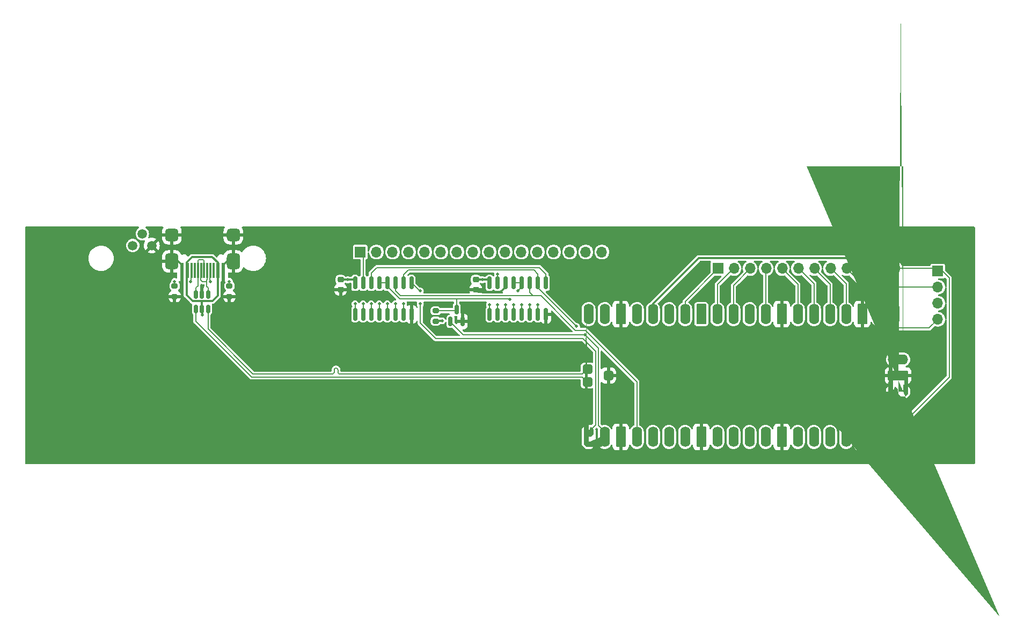
<source format=gtl>
%TF.GenerationSoftware,KiCad,Pcbnew,7.0.1-3b83917a11~172~ubuntu22.10.1*%
%TF.CreationDate,2023-04-03T16:10:19+02:00*%
%TF.ProjectId,Model-M-RP2040-USB,4d6f6465-6c2d-44d2-9d52-50323034302d,rev?*%
%TF.SameCoordinates,Original*%
%TF.FileFunction,Copper,L1,Top*%
%TF.FilePolarity,Positive*%
%FSLAX46Y46*%
G04 Gerber Fmt 4.6, Leading zero omitted, Abs format (unit mm)*
G04 Created by KiCad (PCBNEW 7.0.1-3b83917a11~172~ubuntu22.10.1) date 2023-04-03 16:10:19*
%MOMM*%
%LPD*%
G01*
G04 APERTURE LIST*
G04 Aperture macros list*
%AMRoundRect*
0 Rectangle with rounded corners*
0 $1 Rounding radius*
0 $2 $3 $4 $5 $6 $7 $8 $9 X,Y pos of 4 corners*
0 Add a 4 corners polygon primitive as box body*
4,1,4,$2,$3,$4,$5,$6,$7,$8,$9,$2,$3,0*
0 Add four circle primitives for the rounded corners*
1,1,$1+$1,$2,$3*
1,1,$1+$1,$4,$5*
1,1,$1+$1,$6,$7*
1,1,$1+$1,$8,$9*
0 Add four rect primitives between the rounded corners*
20,1,$1+$1,$2,$3,$4,$5,0*
20,1,$1+$1,$4,$5,$6,$7,0*
20,1,$1+$1,$6,$7,$8,$9,0*
20,1,$1+$1,$8,$9,$2,$3,0*%
%AMFreePoly0*
4,1,58,1.881242,0.792533,1.914585,0.788777,1.924216,0.782725,1.935306,0.780194,1.961541,0.759271,1.989950,0.741421,2.341421,0.389950,2.359271,0.361541,2.380194,0.335306,2.382725,0.324216,2.388777,0.314585,2.392533,0.281242,2.400000,0.248529,2.400000,-0.248529,2.392533,-0.281242,2.388777,-0.314585,2.382725,-0.324216,2.380194,-0.335306,2.359271,-0.361541,2.341421,-0.389950,
1.989950,-0.741421,1.961541,-0.759271,1.935306,-0.780194,1.924216,-0.782725,1.914585,-0.788777,1.881242,-0.792533,1.848529,-0.800000,0.000000,-0.800000,-0.248529,-0.800000,-0.281242,-0.792533,-0.314585,-0.788777,-0.324216,-0.782725,-0.335306,-0.780194,-0.361541,-0.759271,-0.389950,-0.741421,-0.741421,-0.389950,-0.759271,-0.361541,-0.780194,-0.335306,-0.782725,-0.324216,-0.788777,-0.314585,
-0.792533,-0.281242,-0.800000,-0.248529,-0.800000,0.248529,-0.792533,0.281242,-0.788777,0.314585,-0.782725,0.324216,-0.780194,0.335306,-0.759271,0.361541,-0.741421,0.389950,-0.389950,0.741421,-0.361541,0.759271,-0.335306,0.780194,-0.324216,0.782725,-0.314585,0.788777,-0.281242,0.792533,-0.248529,0.800000,1.848529,0.800000,1.881242,0.792533,1.881242,0.792533,$1*%
%AMFreePoly1*
4,1,58,0.281242,0.792533,0.314585,0.788777,0.324216,0.782725,0.335306,0.780194,0.361541,0.759271,0.389950,0.741421,0.741421,0.389950,0.759271,0.361541,0.780194,0.335306,0.782725,0.324216,0.788777,0.314585,0.792533,0.281242,0.800000,0.248529,0.800000,-0.248529,0.792533,-0.281242,0.788777,-0.314585,0.782725,-0.324216,0.780194,-0.335306,0.759271,-0.361541,0.741421,-0.389950,
0.389950,-0.741421,0.361541,-0.759271,0.335306,-0.780194,0.324216,-0.782725,0.314585,-0.788777,0.281242,-0.792533,0.248529,-0.800000,0.000000,-0.800000,-0.248529,-0.800000,-0.281242,-0.792533,-0.314585,-0.788777,-0.324216,-0.782725,-0.335306,-0.780194,-0.361541,-0.759271,-0.389950,-0.741421,-0.741421,-0.389950,-0.759271,-0.361541,-0.780194,-0.335306,-0.782725,-0.324216,-0.788777,-0.314585,
-0.792533,-0.281242,-0.800000,-0.248529,-0.800000,0.248529,-0.792533,0.281242,-0.788777,0.314585,-0.782725,0.324216,-0.780194,0.335306,-0.759271,0.361541,-0.741421,0.389950,-0.389950,0.741421,-0.361541,0.759271,-0.335306,0.780194,-0.324216,0.782725,-0.314585,0.788777,-0.281242,0.792533,-0.248529,0.800000,0.248529,0.800000,0.281242,0.792533,0.281242,0.792533,$1*%
%AMFreePoly2*
4,1,58,0.281242,2.392533,0.314585,2.388777,0.324216,2.382725,0.335306,2.380194,0.361541,2.359271,0.389950,2.341421,0.741421,1.989950,0.759271,1.961541,0.780194,1.935306,0.782725,1.924216,0.788777,1.914585,0.792533,1.881242,0.800000,1.848529,0.800000,-0.248529,0.792533,-0.281242,0.788777,-0.314585,0.782725,-0.324216,0.780194,-0.335306,0.759271,-0.361541,0.741421,-0.389950,
0.389950,-0.741421,0.361541,-0.759271,0.335306,-0.780194,0.324216,-0.782725,0.314585,-0.788777,0.281242,-0.792533,0.248529,-0.800000,0.000000,-0.800000,-0.248529,-0.800000,-0.281242,-0.792533,-0.314585,-0.788777,-0.324216,-0.782725,-0.335306,-0.780194,-0.361541,-0.759271,-0.389950,-0.741421,-0.741421,-0.389950,-0.759271,-0.361541,-0.780194,-0.335306,-0.782725,-0.324216,-0.788777,-0.314585,
-0.792533,-0.281242,-0.800000,-0.248529,-0.800000,1.848529,-0.792533,1.881242,-0.788777,1.914585,-0.782725,1.924216,-0.780194,1.935306,-0.759271,1.961541,-0.741421,1.989950,-0.389950,2.341421,-0.361541,2.359271,-0.335306,2.380194,-0.324216,2.382725,-0.314585,2.388777,-0.281242,2.392533,-0.248529,2.400000,0.248529,2.400000,0.281242,2.392533,0.281242,2.392533,$1*%
G04 Aperture macros list end*
%TA.AperFunction,SMDPad,CuDef*%
%ADD10R,0.570000X2.450000*%
%TD*%
%TA.AperFunction,SMDPad,CuDef*%
%ADD11R,0.300000X2.450000*%
%TD*%
%TA.AperFunction,SMDPad,CuDef*%
%ADD12RoundRect,0.525000X0.525000X0.725000X-0.525000X0.725000X-0.525000X-0.725000X0.525000X-0.725000X0*%
%TD*%
%TA.AperFunction,SMDPad,CuDef*%
%ADD13RoundRect,0.500000X0.550000X0.500000X-0.550000X0.500000X-0.550000X-0.500000X0.550000X-0.500000X0*%
%TD*%
%TA.AperFunction,ComponentPad*%
%ADD14O,1.000000X2.100000*%
%TD*%
%TA.AperFunction,ComponentPad*%
%ADD15O,1.000000X1.600000*%
%TD*%
%TA.AperFunction,SMDPad,CuDef*%
%ADD16FreePoly0,90.000000*%
%TD*%
%TA.AperFunction,ComponentPad*%
%ADD17FreePoly1,90.000000*%
%TD*%
%TA.AperFunction,SMDPad,CuDef*%
%ADD18O,1.600000X3.200000*%
%TD*%
%TA.AperFunction,ComponentPad*%
%ADD19C,1.600000*%
%TD*%
%TA.AperFunction,SMDPad,CuDef*%
%ADD20RoundRect,0.200000X0.600000X-1.400000X0.600000X1.400000X-0.600000X1.400000X-0.600000X-1.400000X0*%
%TD*%
%TA.AperFunction,ComponentPad*%
%ADD21RoundRect,0.200000X0.600000X-0.600000X0.600000X0.600000X-0.600000X0.600000X-0.600000X-0.600000X0*%
%TD*%
%TA.AperFunction,SMDPad,CuDef*%
%ADD22FreePoly2,90.000000*%
%TD*%
%TA.AperFunction,SMDPad,CuDef*%
%ADD23RoundRect,0.200000X1.400000X-0.600000X1.400000X0.600000X-1.400000X0.600000X-1.400000X-0.600000X0*%
%TD*%
%TA.AperFunction,SMDPad,CuDef*%
%ADD24O,3.200000X1.600000*%
%TD*%
%TA.AperFunction,TestPad*%
%ADD25RoundRect,0.300000X0.450000X-0.450000X0.450000X0.450000X-0.450000X0.450000X-0.450000X-0.450000X0*%
%TD*%
%TA.AperFunction,ComponentPad*%
%ADD26C,1.500000*%
%TD*%
%TA.AperFunction,ComponentPad*%
%ADD27R,1.700000X1.700000*%
%TD*%
%TA.AperFunction,ComponentPad*%
%ADD28O,1.700000X1.700000*%
%TD*%
%TA.AperFunction,SMDPad,CuDef*%
%ADD29RoundRect,0.200000X0.275000X-0.200000X0.275000X0.200000X-0.275000X0.200000X-0.275000X-0.200000X0*%
%TD*%
%TA.AperFunction,SMDPad,CuDef*%
%ADD30RoundRect,0.150000X0.150000X-0.825000X0.150000X0.825000X-0.150000X0.825000X-0.150000X-0.825000X0*%
%TD*%
%TA.AperFunction,SMDPad,CuDef*%
%ADD31RoundRect,0.225000X-0.250000X0.225000X-0.250000X-0.225000X0.250000X-0.225000X0.250000X0.225000X0*%
%TD*%
%TA.AperFunction,SMDPad,CuDef*%
%ADD32RoundRect,0.150000X-0.150000X0.512500X-0.150000X-0.512500X0.150000X-0.512500X0.150000X0.512500X0*%
%TD*%
%TA.AperFunction,SMDPad,CuDef*%
%ADD33RoundRect,0.150000X0.150000X-0.587500X0.150000X0.587500X-0.150000X0.587500X-0.150000X-0.587500X0*%
%TD*%
%TA.AperFunction,ViaPad*%
%ADD34C,0.500000*%
%TD*%
%TA.AperFunction,Conductor*%
%ADD35C,0.203200*%
%TD*%
%TA.AperFunction,Conductor*%
%ADD36C,0.304800*%
%TD*%
%TA.AperFunction,Conductor*%
%ADD37C,0.200000*%
%TD*%
G04 APERTURE END LIST*
D10*
X62135101Y-37395000D03*
X61360101Y-37395000D03*
D11*
X60160101Y-37395000D03*
X59160101Y-37395000D03*
X58660101Y-37395000D03*
D10*
X55685101Y-37395000D03*
X56460101Y-37395000D03*
D11*
X57160101Y-37395000D03*
X58160101Y-37395000D03*
X59660101Y-37395000D03*
D12*
X63760101Y-35980000D03*
D13*
X63760101Y-31800000D03*
D14*
X63230101Y-35980000D03*
D15*
X63230101Y-31800000D03*
D14*
X54590101Y-35980000D03*
D15*
X54590101Y-31800000D03*
D12*
X54060101Y-35980000D03*
D13*
X54060101Y-31800000D03*
D11*
X60660101Y-37395000D03*
X57660101Y-37395000D03*
D16*
X119800000Y-64485000D03*
D17*
X119800000Y-62885000D03*
D18*
X122340000Y-63685000D03*
D19*
X122340000Y-62885000D03*
D20*
X124880000Y-63685000D03*
D21*
X124880000Y-62885000D03*
D18*
X127420000Y-63685000D03*
D19*
X127420000Y-62885000D03*
D18*
X129960000Y-63685000D03*
D19*
X129960000Y-62885000D03*
D18*
X132500000Y-63685000D03*
D19*
X132500000Y-62885000D03*
D18*
X135040000Y-63685000D03*
D19*
X135040000Y-62885000D03*
D20*
X137580000Y-63685000D03*
D21*
X137580000Y-62885000D03*
D18*
X140120000Y-63685000D03*
D19*
X140120000Y-62885000D03*
D18*
X142660000Y-63685000D03*
D19*
X142660000Y-62885000D03*
D18*
X145200000Y-63685000D03*
D19*
X145200000Y-62885000D03*
D18*
X147740000Y-63685000D03*
D19*
X147740000Y-62885000D03*
D20*
X150280000Y-63685000D03*
D21*
X150280000Y-62885000D03*
D18*
X152820000Y-63685000D03*
D19*
X152820000Y-62885000D03*
D18*
X155360000Y-63685000D03*
D19*
X155360000Y-62885000D03*
D18*
X157900000Y-63685000D03*
D19*
X157900000Y-62885000D03*
D18*
X160440000Y-63685000D03*
D19*
X160440000Y-62885000D03*
D20*
X162980000Y-63685000D03*
D21*
X162980000Y-62885000D03*
D18*
X165520000Y-63685000D03*
D19*
X165520000Y-62885000D03*
D18*
X168060000Y-63685000D03*
D19*
X168060000Y-62885000D03*
X168060000Y-45105000D03*
D18*
X168060000Y-44305000D03*
D19*
X165520000Y-45105000D03*
D18*
X165520000Y-44305000D03*
D21*
X162980000Y-45105000D03*
D20*
X162980000Y-44305000D03*
D19*
X160440000Y-45105000D03*
D18*
X160440000Y-44305000D03*
D19*
X157900000Y-45105000D03*
D18*
X157900000Y-44305000D03*
D19*
X155360000Y-45105000D03*
D18*
X155360000Y-44305000D03*
D19*
X152820000Y-45105000D03*
D18*
X152820000Y-44305000D03*
D21*
X150280000Y-45105000D03*
D20*
X150280000Y-44305000D03*
D19*
X147740000Y-45105000D03*
D18*
X147740000Y-44305000D03*
D19*
X145200000Y-45105000D03*
D18*
X145200000Y-44305000D03*
D19*
X142660000Y-45105000D03*
D18*
X142660000Y-44305000D03*
D19*
X140120000Y-45105000D03*
D18*
X140120000Y-44305000D03*
D21*
X137580000Y-45105000D03*
D20*
X137580000Y-44305000D03*
D19*
X135040000Y-45105000D03*
D18*
X135040000Y-44305000D03*
D19*
X132500000Y-45105000D03*
D18*
X132500000Y-44305000D03*
D19*
X129960000Y-45105000D03*
D18*
X129960000Y-44305000D03*
D19*
X127420000Y-45105000D03*
D18*
X127420000Y-44305000D03*
D21*
X124880000Y-45105000D03*
D20*
X124880000Y-44305000D03*
D19*
X122340000Y-45105000D03*
D18*
X122340000Y-44305000D03*
D19*
X119800000Y-45105000D03*
D18*
X119800000Y-44305000D03*
D17*
X167830000Y-56535000D03*
D22*
X169430000Y-56535000D03*
D21*
X167830000Y-53995000D03*
D23*
X168630000Y-53995000D03*
D19*
X167830000Y-51455000D03*
D24*
X168630000Y-51455000D03*
D25*
X122930000Y-53995000D03*
X119630000Y-52995000D03*
X119630000Y-54995000D03*
D26*
X50900000Y-33475000D03*
X47900000Y-33475000D03*
X49400000Y-31625000D03*
D27*
X83800000Y-34500000D03*
D28*
X86340000Y-34500000D03*
X88880000Y-34500000D03*
X91420000Y-34500000D03*
X93960000Y-34500000D03*
X96500000Y-34500000D03*
X99040000Y-34500000D03*
X101580000Y-34500000D03*
X104120000Y-34500000D03*
X106660000Y-34500000D03*
X109200000Y-34500000D03*
X111740000Y-34500000D03*
X114280000Y-34500000D03*
X116820000Y-34500000D03*
X119360000Y-34500000D03*
X121900000Y-34500000D03*
D29*
X95670000Y-45422000D03*
X95670000Y-43772000D03*
D30*
X104179000Y-44340000D03*
X105449000Y-44340000D03*
X106719000Y-44340000D03*
X107989000Y-44340000D03*
X109259000Y-44340000D03*
X110529000Y-44340000D03*
X111799000Y-44340000D03*
X113069000Y-44340000D03*
X113069000Y-39390000D03*
X111799000Y-39390000D03*
X110529000Y-39390000D03*
X109259000Y-39390000D03*
X107989000Y-39390000D03*
X106719000Y-39390000D03*
X105449000Y-39390000D03*
X104179000Y-39390000D03*
D31*
X102020000Y-38869000D03*
X102020000Y-40419000D03*
X80684000Y-38869000D03*
X80684000Y-40419000D03*
D27*
X140200000Y-37100000D03*
D28*
X142740000Y-37100000D03*
X145280000Y-37100000D03*
X147820000Y-37100000D03*
X150360000Y-37100000D03*
X152900000Y-37100000D03*
X155440000Y-37100000D03*
X157980000Y-37100000D03*
X160520000Y-37100000D03*
X163060000Y-37100000D03*
X165600000Y-37100000D03*
X168140000Y-37100000D03*
D27*
X174900000Y-37500000D03*
D28*
X174900000Y-40040000D03*
X174900000Y-42580000D03*
X174900000Y-45120000D03*
D30*
X82970000Y-44340000D03*
X84240000Y-44340000D03*
X85510000Y-44340000D03*
X86780000Y-44340000D03*
X88050000Y-44340000D03*
X89320000Y-44340000D03*
X90590000Y-44340000D03*
X91860000Y-44340000D03*
X91860000Y-39390000D03*
X90590000Y-39390000D03*
X89320000Y-39390000D03*
X88050000Y-39390000D03*
X86780000Y-39390000D03*
X85510000Y-39390000D03*
X84240000Y-39390000D03*
X82970000Y-39390000D03*
D32*
X59773101Y-41205500D03*
X58823101Y-41205500D03*
X57873101Y-41205500D03*
X57873101Y-43480500D03*
X58823101Y-43480500D03*
X59773101Y-43480500D03*
D33*
X98022000Y-45456000D03*
X99922000Y-45456000D03*
X98972000Y-43581000D03*
D29*
X63141101Y-41517000D03*
X63141101Y-39867000D03*
X54505101Y-41517000D03*
X54505101Y-39867000D03*
D34*
X97194000Y-47518000D03*
X122975000Y-52217000D03*
X122975000Y-55773000D03*
X124626000Y-53995000D03*
X124880000Y-66441000D03*
X124880000Y-60980000D03*
X137580000Y-66568000D03*
X137580000Y-60980000D03*
X150280000Y-66568000D03*
X150280000Y-60980000D03*
X162980000Y-66568000D03*
X162980000Y-60980000D03*
X162980000Y-41676000D03*
X162980000Y-47137000D03*
X150280000Y-41803000D03*
X150280000Y-47010000D03*
X124880000Y-41930000D03*
X124880000Y-46883000D03*
X82970000Y-47518000D03*
X91860000Y-47518000D03*
X54522000Y-42565000D03*
X63158000Y-42565000D03*
X80684000Y-41549000D03*
X91860000Y-42692000D03*
X100750000Y-40406000D03*
X100750000Y-45486000D03*
X99988000Y-44089000D03*
X58840000Y-40152000D03*
X58840000Y-44470000D03*
X82970000Y-42692000D03*
X84240000Y-42692000D03*
X85510000Y-42692000D03*
X86780000Y-42692000D03*
X88050000Y-42692000D03*
X89320000Y-42692000D03*
X90590000Y-42692000D03*
X60137801Y-39168000D03*
X63141101Y-39168000D03*
X57045101Y-39168000D03*
X54505101Y-39168000D03*
X103036000Y-38869000D03*
X81827000Y-38869000D03*
X96686000Y-45359000D03*
X105449001Y-37969326D03*
X104179000Y-42819000D03*
X105449000Y-42819000D03*
X106719000Y-42819000D03*
X93257000Y-40660000D03*
X93257000Y-42692000D03*
X117895000Y-46248000D03*
X119228500Y-47581500D03*
X108624000Y-40660000D03*
X107354000Y-41976300D03*
X107989000Y-42819000D03*
X109259000Y-42819000D03*
X110529000Y-42819000D03*
X111799000Y-42819000D03*
D35*
X87288000Y-39390000D02*
X87923000Y-39390000D01*
X87923000Y-39390000D02*
X88050000Y-39517000D01*
X88050000Y-39517000D02*
X88050000Y-39964736D01*
X88050000Y-39964736D02*
X90015264Y-41930000D01*
X90015264Y-41930000D02*
X98972000Y-41930000D01*
D36*
X106719000Y-39390000D02*
X106719000Y-40025000D01*
X106719000Y-40025000D02*
X105957000Y-40787000D01*
X105957000Y-40787000D02*
X102401000Y-40787000D01*
X102401000Y-40787000D02*
X102020000Y-40406000D01*
X163060000Y-37100000D02*
X161413000Y-35453000D01*
X161413000Y-35453000D02*
X137199000Y-35453000D01*
X137199000Y-35453000D02*
X129960000Y-42692000D01*
X129960000Y-42692000D02*
X129960000Y-45105000D01*
D37*
X59160101Y-37395000D02*
X59160101Y-35900101D01*
X58999000Y-35739000D02*
X58284701Y-35739000D01*
X59160101Y-35900101D02*
X58999000Y-35739000D01*
X58284701Y-35739000D02*
X58160101Y-35863600D01*
X58160101Y-35863600D02*
X58160101Y-37395000D01*
X58160101Y-37395000D02*
X58160101Y-39831000D01*
X58160101Y-39831000D02*
X57870601Y-40120500D01*
X57870601Y-40120500D02*
X57873101Y-40123000D01*
X57873101Y-40123000D02*
X57873101Y-41205500D01*
X59660101Y-37395000D02*
X59660101Y-38863357D01*
X59660101Y-38863357D02*
X59585101Y-38938357D01*
X59585101Y-38938357D02*
X59585101Y-39168000D01*
D36*
X63230101Y-35980000D02*
X62758000Y-35980000D01*
X62758000Y-35980000D02*
X62142000Y-36596000D01*
X54590101Y-35980000D02*
X55049000Y-35980000D01*
X55049000Y-35980000D02*
X55665000Y-36596000D01*
X58840000Y-43454000D02*
X58840000Y-44470000D01*
X57246202Y-35283899D02*
X56410101Y-36120000D01*
X56410101Y-36120000D02*
X56410101Y-37644000D01*
X61290101Y-41400000D02*
X61290101Y-37415000D01*
X56390101Y-41307000D02*
X57306701Y-42223600D01*
X60400000Y-35283899D02*
X57246202Y-35283899D01*
X58823101Y-43480500D02*
X58823101Y-42223600D01*
X58823101Y-42223600D02*
X60466501Y-42223600D01*
X56390101Y-37415000D02*
X56390101Y-41307000D01*
X60466501Y-42223600D02*
X61290101Y-41400000D01*
X61290101Y-36174000D02*
X60400000Y-35283899D01*
X61290101Y-37415000D02*
X61290101Y-36174000D01*
X57306701Y-42223600D02*
X58823101Y-42223600D01*
D35*
X168060000Y-62885000D02*
X176696000Y-54249000D01*
X175680000Y-37612000D02*
X174918000Y-37612000D01*
X176696000Y-38628000D02*
X175680000Y-37612000D01*
X176696000Y-54249000D02*
X176696000Y-38628000D01*
X168140000Y-37100000D02*
X174533000Y-37100000D01*
X168060000Y-39517000D02*
X165647000Y-37104000D01*
X168060000Y-40025000D02*
X168060000Y-40152000D01*
X168060000Y-40152000D02*
X168060000Y-39517000D01*
X168060000Y-45105000D02*
X168060000Y-40152000D01*
X174885000Y-40025000D02*
X168060000Y-40025000D01*
X165520000Y-42184000D02*
X160440000Y-37104000D01*
X173521000Y-46502000D02*
X174918000Y-45105000D01*
X165520000Y-45105000D02*
X166917000Y-46502000D01*
X165520000Y-45105000D02*
X165520000Y-42184000D01*
X166917000Y-46502000D02*
X173521000Y-46502000D01*
X135040000Y-45105000D02*
X135040000Y-42311000D01*
X135040000Y-42311000D02*
X140247000Y-37104000D01*
X140120000Y-45105000D02*
X140120000Y-39644000D01*
X140120000Y-39644000D02*
X142660000Y-37104000D01*
X142660000Y-45105000D02*
X142660000Y-39771000D01*
X142660000Y-39771000D02*
X145327000Y-37104000D01*
X147740000Y-45105000D02*
X147740000Y-36977000D01*
X152820000Y-45105000D02*
X152820000Y-39644000D01*
X152820000Y-39644000D02*
X150280000Y-37104000D01*
X155360000Y-45105000D02*
X155360000Y-39517000D01*
X155360000Y-39517000D02*
X152947000Y-37104000D01*
X157900000Y-45105000D02*
X157900000Y-39644000D01*
X157900000Y-39644000D02*
X155360000Y-37104000D01*
X160440000Y-39517000D02*
X158027000Y-37104000D01*
X160440000Y-45105000D02*
X160440000Y-39517000D01*
X84240000Y-34940000D02*
X84240000Y-39390000D01*
X82970000Y-44340000D02*
X82970000Y-42692000D01*
X84240000Y-44340000D02*
X84240000Y-42692000D01*
X85510000Y-44340000D02*
X85510000Y-42692000D01*
X86780000Y-44340000D02*
X86780000Y-42692000D01*
X88050000Y-44340000D02*
X88050000Y-42692000D01*
X89320000Y-44340000D02*
X89320000Y-42692000D01*
X90590000Y-44340000D02*
X90590000Y-42692000D01*
X60090101Y-37415000D02*
X60090101Y-39120300D01*
X63141101Y-39168000D02*
X63141101Y-39803000D01*
X60090101Y-39120300D02*
X60137801Y-39168000D01*
D37*
X58590101Y-37415000D02*
X58590101Y-38896400D01*
X59773101Y-40118000D02*
X59585101Y-39930000D01*
X59773101Y-41205500D02*
X59773101Y-40118000D01*
X58590101Y-38896400D02*
X58861701Y-39168000D01*
X59585101Y-39930000D02*
X59585101Y-39168000D01*
X58861701Y-39168000D02*
X59585101Y-39168000D01*
D35*
X57090101Y-37415000D02*
X57090101Y-39123000D01*
X54505101Y-39168000D02*
X54505101Y-39930000D01*
X57090101Y-39123000D02*
X57045101Y-39168000D01*
D36*
X102020000Y-38869000D02*
X103036000Y-38869000D01*
X80684000Y-38869000D02*
X81827000Y-38869000D01*
X103036000Y-38869000D02*
X104039000Y-38869000D01*
X81827000Y-38869000D02*
X82957000Y-38869000D01*
X96686000Y-45359000D02*
X95670000Y-45359000D01*
D35*
X105449000Y-37969327D02*
X105449001Y-37969326D01*
X105449000Y-39390000D02*
X105449000Y-37969327D01*
X104179000Y-44340000D02*
X104179000Y-42819000D01*
X105449000Y-44340000D02*
X105449000Y-42819000D01*
X106719000Y-44340000D02*
X106719000Y-42819000D01*
X118911000Y-48153000D02*
X95670000Y-48153000D01*
X95670000Y-48153000D02*
X93257000Y-45740000D01*
X93257000Y-40660000D02*
X93130000Y-40660000D01*
X119800000Y-62885000D02*
X120918099Y-61766901D01*
X120918099Y-61766901D02*
X120918099Y-50160099D01*
X93257000Y-45740000D02*
X93257000Y-42692000D01*
X120918099Y-50160099D02*
X118911000Y-48153000D01*
X93130000Y-40660000D02*
X91860000Y-39390000D01*
X90590000Y-38120000D02*
X90590000Y-39136000D01*
X100051500Y-47581500D02*
X98022000Y-45552000D01*
X91352000Y-37358000D02*
X90590000Y-38120000D01*
X122340000Y-62885000D02*
X121324000Y-61869000D01*
X121324000Y-61869000D02*
X121324000Y-49677000D01*
X119228500Y-47581500D02*
X100051500Y-47581500D01*
X111799000Y-40152000D02*
X117895000Y-46248000D01*
X111799000Y-37993000D02*
X111164000Y-37358000D01*
X111799000Y-39390000D02*
X111799000Y-37993000D01*
X111164000Y-37358000D02*
X91352000Y-37358000D01*
X121324000Y-49677000D02*
X119228500Y-47581500D01*
X127420000Y-62885000D02*
X127420000Y-54989101D01*
X110529000Y-39390000D02*
X110529000Y-40914000D01*
X119313899Y-46883000D02*
X117746101Y-46883000D01*
X111037000Y-41422000D02*
X90082000Y-41422000D01*
X127420000Y-54989101D02*
X119313899Y-46883000D01*
X112285101Y-41422000D02*
X111037000Y-41422000D01*
X117746101Y-46883000D02*
X112285101Y-41422000D01*
X90082000Y-41422000D02*
X89320000Y-40660000D01*
X110529000Y-40914000D02*
X111037000Y-41422000D01*
X89320000Y-40660000D02*
X89320000Y-39390000D01*
D37*
X118855001Y-53769999D02*
X80557000Y-53769999D01*
X79357000Y-53769999D02*
X66869999Y-53769999D01*
X80257000Y-53469999D02*
X80257000Y-53109917D01*
X59773101Y-46673101D02*
X59773101Y-43480500D01*
X119630000Y-52995000D02*
X118855001Y-53769999D01*
X66869999Y-53769999D02*
X59773101Y-46673101D01*
X79657000Y-53109917D02*
X79657000Y-53469999D01*
X79357000Y-53770000D02*
G75*
G03*
X79657000Y-53469999I0J300000D01*
G01*
X80256983Y-53109917D02*
G75*
G03*
X79957000Y-52809917I-299983J17D01*
G01*
X80257001Y-53469999D02*
G75*
G03*
X80557000Y-53769999I299999J-1D01*
G01*
X79957000Y-52809900D02*
G75*
G03*
X79657000Y-53109917I0J-300000D01*
G01*
X118855001Y-54220001D02*
X66620801Y-54220001D01*
X119630000Y-54995000D02*
X118855001Y-54220001D01*
X66620801Y-54220001D02*
X57824000Y-45423200D01*
X57824000Y-45423200D02*
X57824000Y-43529601D01*
D35*
X86780000Y-39390000D02*
X87288000Y-39390000D01*
X109259000Y-40025000D02*
X108624000Y-40660000D01*
X98972000Y-43581000D02*
X98972000Y-41930000D01*
X98972000Y-41930000D02*
X107307700Y-41930000D01*
X95670000Y-43772000D02*
X98781000Y-43772000D01*
X109259000Y-39390000D02*
X107862000Y-39390000D01*
X107307700Y-41930000D02*
X107354000Y-41976300D01*
X107989000Y-44340000D02*
X107989000Y-42819000D01*
X109259000Y-44340000D02*
X109259000Y-42819000D01*
X110529000Y-44340000D02*
X110529000Y-42819000D01*
X111799000Y-44340000D02*
X111799000Y-42819000D01*
X85510000Y-37866000D02*
X85510000Y-39390000D01*
X113069000Y-39390000D02*
X113069000Y-37993000D01*
X113069000Y-37993000D02*
X112028099Y-36952099D01*
X86423901Y-36952099D02*
X85510000Y-37866000D01*
X112028099Y-36952099D02*
X86423901Y-36952099D01*
%TA.AperFunction,Conductor*%
G36*
X98507900Y-42348713D02*
G01*
X98553287Y-42394100D01*
X98569900Y-42456100D01*
X98569900Y-42557053D01*
X98556594Y-42612935D01*
X98519534Y-42656822D01*
X98509933Y-42663908D01*
X98499846Y-42671352D01*
X98419207Y-42780615D01*
X98374353Y-42908803D01*
X98371500Y-42939231D01*
X98371500Y-43245900D01*
X98354887Y-43307900D01*
X98309500Y-43353287D01*
X98247500Y-43369900D01*
X96480983Y-43369900D01*
X96425479Y-43356784D01*
X96381716Y-43320211D01*
X96302546Y-43214454D01*
X96187331Y-43128204D01*
X96052483Y-43077909D01*
X95992873Y-43071500D01*
X95992869Y-43071500D01*
X95347130Y-43071500D01*
X95287515Y-43077909D01*
X95152669Y-43128204D01*
X95037454Y-43214454D01*
X94951204Y-43329668D01*
X94913670Y-43430301D01*
X94900909Y-43464517D01*
X94896874Y-43502052D01*
X94894500Y-43524130D01*
X94894500Y-44019869D01*
X94900909Y-44079484D01*
X94911028Y-44106613D01*
X94951204Y-44214331D01*
X95037454Y-44329546D01*
X95152669Y-44415796D01*
X95287517Y-44466091D01*
X95347127Y-44472500D01*
X95992872Y-44472499D01*
X96052483Y-44466091D01*
X96187331Y-44415796D01*
X96302546Y-44329546D01*
X96381715Y-44223789D01*
X96425479Y-44187216D01*
X96480983Y-44174100D01*
X97768214Y-44174100D01*
X97828533Y-44189760D01*
X97873617Y-44232784D01*
X97892079Y-44292305D01*
X97879255Y-44353290D01*
X97838385Y-44400335D01*
X97800916Y-44413906D01*
X97801597Y-44415852D01*
X97787301Y-44420853D01*
X97787301Y-44420854D01*
X97764641Y-44428782D01*
X97659115Y-44465707D01*
X97549849Y-44546349D01*
X97469207Y-44655615D01*
X97424353Y-44783803D01*
X97421500Y-44814231D01*
X97421500Y-45072739D01*
X97403227Y-45137529D01*
X97353794Y-45183224D01*
X97287770Y-45196357D01*
X97224614Y-45173056D01*
X97182938Y-45120190D01*
X97182859Y-45120000D01*
X97166861Y-45081375D01*
X97078621Y-44966379D01*
X96963625Y-44878139D01*
X96963624Y-44878138D01*
X96963622Y-44878137D01*
X96829709Y-44822670D01*
X96686000Y-44803749D01*
X96542291Y-44822670D01*
X96417247Y-44874463D01*
X96354341Y-44882934D01*
X96295485Y-44859168D01*
X96187331Y-44778204D01*
X96052483Y-44727909D01*
X95992873Y-44721500D01*
X95992869Y-44721500D01*
X95347130Y-44721500D01*
X95287515Y-44727909D01*
X95152669Y-44778204D01*
X95037454Y-44864454D01*
X94951204Y-44979668D01*
X94904458Y-45105000D01*
X94900909Y-45114517D01*
X94896462Y-45155884D01*
X94894500Y-45174130D01*
X94894500Y-45669869D01*
X94900909Y-45729484D01*
X94909633Y-45752873D01*
X94951204Y-45864331D01*
X95037454Y-45979546D01*
X95152669Y-46065796D01*
X95287517Y-46116091D01*
X95347127Y-46122500D01*
X95992872Y-46122499D01*
X96052483Y-46116091D01*
X96187331Y-46065796D01*
X96302546Y-45979546D01*
X96349690Y-45916569D01*
X96390825Y-45881353D01*
X96443053Y-45867024D01*
X96496401Y-45876322D01*
X96542291Y-45895330D01*
X96686000Y-45914250D01*
X96829709Y-45895330D01*
X96963625Y-45839861D01*
X97078621Y-45751621D01*
X97166861Y-45636625D01*
X97182938Y-45597808D01*
X97224614Y-45544944D01*
X97287770Y-45521643D01*
X97353794Y-45534776D01*
X97403227Y-45580471D01*
X97421500Y-45645261D01*
X97421500Y-46097769D01*
X97424353Y-46128196D01*
X97469207Y-46256384D01*
X97549849Y-46365650D01*
X97659115Y-46446292D01*
X97659118Y-46446293D01*
X97787301Y-46491146D01*
X97799474Y-46492287D01*
X97817731Y-46494000D01*
X97817734Y-46494000D01*
X98226266Y-46494000D01*
X98226269Y-46494000D01*
X98244525Y-46492287D01*
X98256699Y-46491146D01*
X98283748Y-46481680D01*
X98352294Y-46477830D01*
X98412384Y-46511040D01*
X99440563Y-47539219D01*
X99470813Y-47588582D01*
X99475355Y-47646298D01*
X99453200Y-47699785D01*
X99409177Y-47737385D01*
X99352882Y-47750900D01*
X95887917Y-47750900D01*
X95840464Y-47741461D01*
X95800236Y-47714581D01*
X93695419Y-45609764D01*
X93668539Y-45569536D01*
X93659100Y-45522083D01*
X93659100Y-43114361D01*
X93665681Y-43074503D01*
X93684724Y-43038875D01*
X93713729Y-43001074D01*
X93737861Y-42969625D01*
X93793330Y-42835709D01*
X93812250Y-42692000D01*
X93793330Y-42548291D01*
X93774797Y-42503549D01*
X93765957Y-42443945D01*
X93786258Y-42387209D01*
X93830907Y-42346742D01*
X93889360Y-42332100D01*
X98445900Y-42332100D01*
X98507900Y-42348713D01*
G37*
%TD.AperFunction*%
%TA.AperFunction,Conductor*%
G36*
X103672754Y-42350799D02*
G01*
X103718486Y-42401256D01*
X103730677Y-42468254D01*
X103705650Y-42531586D01*
X103698138Y-42541375D01*
X103642670Y-42675290D01*
X103623749Y-42818999D01*
X103642669Y-42962706D01*
X103642669Y-42962708D01*
X103642670Y-42962709D01*
X103697103Y-43094125D01*
X103699992Y-43101098D01*
X103708515Y-43163585D01*
X103685200Y-43222183D01*
X103626207Y-43302115D01*
X103581353Y-43430303D01*
X103578500Y-43460731D01*
X103578500Y-45219269D01*
X103581353Y-45249696D01*
X103626207Y-45377884D01*
X103706849Y-45487150D01*
X103816115Y-45567792D01*
X103816118Y-45567793D01*
X103944301Y-45612646D01*
X103956474Y-45613787D01*
X103974731Y-45615500D01*
X103974734Y-45615500D01*
X104383266Y-45615500D01*
X104383269Y-45615500D01*
X104398482Y-45614073D01*
X104413699Y-45612646D01*
X104541882Y-45567793D01*
X104541882Y-45567792D01*
X104541884Y-45567792D01*
X104651148Y-45487152D01*
X104651148Y-45487150D01*
X104651150Y-45487150D01*
X104714229Y-45401679D01*
X104758118Y-45364619D01*
X104814000Y-45351313D01*
X104869882Y-45364619D01*
X104913770Y-45401679D01*
X104929752Y-45423334D01*
X104976851Y-45487152D01*
X105086115Y-45567792D01*
X105086118Y-45567793D01*
X105214301Y-45612646D01*
X105226474Y-45613787D01*
X105244731Y-45615500D01*
X105244734Y-45615500D01*
X105653266Y-45615500D01*
X105653269Y-45615500D01*
X105668482Y-45614073D01*
X105683699Y-45612646D01*
X105811882Y-45567793D01*
X105811882Y-45567792D01*
X105811884Y-45567792D01*
X105921148Y-45487152D01*
X105921148Y-45487150D01*
X105921150Y-45487150D01*
X105984229Y-45401679D01*
X106028118Y-45364619D01*
X106084000Y-45351313D01*
X106139882Y-45364619D01*
X106183770Y-45401679D01*
X106199752Y-45423334D01*
X106246851Y-45487152D01*
X106356115Y-45567792D01*
X106356118Y-45567793D01*
X106484301Y-45612646D01*
X106496474Y-45613787D01*
X106514731Y-45615500D01*
X106514734Y-45615500D01*
X106923266Y-45615500D01*
X106923269Y-45615500D01*
X106938482Y-45614073D01*
X106953699Y-45612646D01*
X107081882Y-45567793D01*
X107081882Y-45567792D01*
X107081884Y-45567792D01*
X107191148Y-45487152D01*
X107191148Y-45487150D01*
X107191150Y-45487150D01*
X107254229Y-45401679D01*
X107298118Y-45364619D01*
X107354000Y-45351313D01*
X107409882Y-45364619D01*
X107453770Y-45401679D01*
X107469752Y-45423334D01*
X107516851Y-45487152D01*
X107626115Y-45567792D01*
X107626118Y-45567793D01*
X107754301Y-45612646D01*
X107766474Y-45613787D01*
X107784731Y-45615500D01*
X107784734Y-45615500D01*
X108193266Y-45615500D01*
X108193269Y-45615500D01*
X108208482Y-45614073D01*
X108223699Y-45612646D01*
X108351882Y-45567793D01*
X108351882Y-45567792D01*
X108351884Y-45567792D01*
X108461148Y-45487152D01*
X108461148Y-45487150D01*
X108461150Y-45487150D01*
X108524229Y-45401679D01*
X108568118Y-45364619D01*
X108624000Y-45351313D01*
X108679882Y-45364619D01*
X108723770Y-45401679D01*
X108739752Y-45423334D01*
X108786851Y-45487152D01*
X108896115Y-45567792D01*
X108896118Y-45567793D01*
X109024301Y-45612646D01*
X109036474Y-45613787D01*
X109054731Y-45615500D01*
X109054734Y-45615500D01*
X109463266Y-45615500D01*
X109463269Y-45615500D01*
X109478482Y-45614073D01*
X109493699Y-45612646D01*
X109621882Y-45567793D01*
X109621882Y-45567792D01*
X109621884Y-45567792D01*
X109731148Y-45487152D01*
X109731148Y-45487150D01*
X109731150Y-45487150D01*
X109794229Y-45401679D01*
X109838118Y-45364619D01*
X109894000Y-45351313D01*
X109949882Y-45364619D01*
X109993770Y-45401679D01*
X110009752Y-45423334D01*
X110056851Y-45487152D01*
X110166115Y-45567792D01*
X110166118Y-45567793D01*
X110294301Y-45612646D01*
X110306474Y-45613787D01*
X110324731Y-45615500D01*
X110324734Y-45615500D01*
X110733266Y-45615500D01*
X110733269Y-45615500D01*
X110748482Y-45614073D01*
X110763699Y-45612646D01*
X110891882Y-45567793D01*
X110891882Y-45567792D01*
X110891884Y-45567792D01*
X111001148Y-45487152D01*
X111001148Y-45487150D01*
X111001150Y-45487150D01*
X111064229Y-45401679D01*
X111108118Y-45364619D01*
X111164000Y-45351313D01*
X111219882Y-45364619D01*
X111263770Y-45401679D01*
X111279752Y-45423334D01*
X111326851Y-45487152D01*
X111436115Y-45567792D01*
X111436118Y-45567793D01*
X111564301Y-45612646D01*
X111576474Y-45613787D01*
X111594731Y-45615500D01*
X111594734Y-45615500D01*
X112003266Y-45615500D01*
X112003269Y-45615500D01*
X112018482Y-45614073D01*
X112033699Y-45612646D01*
X112161882Y-45567793D01*
X112218601Y-45525932D01*
X112282535Y-45502083D01*
X112349407Y-45515670D01*
X112398965Y-45562580D01*
X112401317Y-45566557D01*
X112517442Y-45682682D01*
X112658799Y-45766280D01*
X112816511Y-45812099D01*
X112818999Y-45812295D01*
X112819000Y-45812295D01*
X112819000Y-44590000D01*
X113319000Y-44590000D01*
X113319000Y-45812295D01*
X113321488Y-45812099D01*
X113479200Y-45766280D01*
X113620557Y-45682682D01*
X113736682Y-45566557D01*
X113820282Y-45425197D01*
X113866099Y-45267493D01*
X113869000Y-45230639D01*
X113869000Y-44590000D01*
X113319000Y-44590000D01*
X112819000Y-44590000D01*
X112819000Y-44214000D01*
X112835613Y-44152000D01*
X112881000Y-44106613D01*
X112943000Y-44090000D01*
X113869000Y-44090000D01*
X113869000Y-43873916D01*
X113882515Y-43817621D01*
X113920115Y-43773598D01*
X113973602Y-43751443D01*
X114031318Y-43755985D01*
X114080681Y-43786235D01*
X117262165Y-46967719D01*
X117292415Y-47017082D01*
X117296957Y-47074798D01*
X117274802Y-47128285D01*
X117230779Y-47165885D01*
X117174484Y-47179400D01*
X100269418Y-47179400D01*
X100221965Y-47169961D01*
X100181737Y-47143081D01*
X99943837Y-46905181D01*
X99913587Y-46855818D01*
X99909045Y-46798102D01*
X99931200Y-46744615D01*
X99975223Y-46707015D01*
X100031518Y-46693500D01*
X100137639Y-46693500D01*
X100174493Y-46690599D01*
X100332197Y-46644782D01*
X100473557Y-46561182D01*
X100589682Y-46445057D01*
X100673282Y-46303697D01*
X100719099Y-46145993D01*
X100722000Y-46109139D01*
X100722000Y-45706000D01*
X99122000Y-45706000D01*
X99122000Y-45783983D01*
X99108485Y-45840278D01*
X99070885Y-45884301D01*
X99017398Y-45906456D01*
X98959682Y-45901914D01*
X98910319Y-45871664D01*
X98658819Y-45620164D01*
X98631939Y-45579936D01*
X98622500Y-45532483D01*
X98622500Y-44814231D01*
X98619646Y-44783804D01*
X98619646Y-44783803D01*
X98619646Y-44783801D01*
X98618844Y-44781511D01*
X98613542Y-44720359D01*
X98638220Y-44664154D01*
X98686833Y-44626672D01*
X98747464Y-44617099D01*
X98762529Y-44618511D01*
X98767733Y-44619000D01*
X99002458Y-44619000D01*
X99057897Y-44632083D01*
X99101637Y-44668572D01*
X99124449Y-44720767D01*
X99122782Y-44753098D01*
X99125897Y-44753344D01*
X99122000Y-44802861D01*
X99122000Y-45206000D01*
X99672000Y-45206000D01*
X99672000Y-44221205D01*
X99671999Y-44221204D01*
X100172000Y-44221204D01*
X100172000Y-45206000D01*
X100722000Y-45206000D01*
X100722000Y-44802861D01*
X100719099Y-44766006D01*
X100673282Y-44608302D01*
X100589682Y-44466942D01*
X100473557Y-44350817D01*
X100332200Y-44267219D01*
X100174488Y-44221400D01*
X100172000Y-44221204D01*
X99671999Y-44221204D01*
X99658900Y-44209096D01*
X99640202Y-44205376D01*
X99590772Y-44159681D01*
X99572500Y-44094893D01*
X99572500Y-42939231D01*
X99570107Y-42913717D01*
X99569646Y-42908801D01*
X99524793Y-42780618D01*
X99524792Y-42780615D01*
X99444153Y-42671352D01*
X99440390Y-42668575D01*
X99424465Y-42656822D01*
X99387406Y-42612935D01*
X99374100Y-42557053D01*
X99374100Y-42456100D01*
X99390713Y-42394100D01*
X99436100Y-42348713D01*
X99498100Y-42332100D01*
X103607274Y-42332100D01*
X103672754Y-42350799D01*
G37*
%TD.AperFunction*%
%TA.AperFunction,Conductor*%
G36*
X58716977Y-39550690D02*
G01*
X58716996Y-39550574D01*
X58736397Y-39553646D01*
X58758280Y-39557111D01*
X58777199Y-39561652D01*
X58798268Y-39568499D01*
X58819913Y-39568499D01*
X58819925Y-39568500D01*
X58830182Y-39568500D01*
X59060601Y-39568500D01*
X59122601Y-39585113D01*
X59167988Y-39630500D01*
X59184601Y-39692500D01*
X59184601Y-39920338D01*
X59166328Y-39985128D01*
X59116896Y-40030823D01*
X59081606Y-40037842D01*
X59073101Y-40045705D01*
X59073101Y-41331500D01*
X59056488Y-41393500D01*
X59011101Y-41438887D01*
X58949101Y-41455500D01*
X58697101Y-41455500D01*
X58635101Y-41438887D01*
X58589714Y-41393500D01*
X58573101Y-41331500D01*
X58573101Y-40038173D01*
X58552573Y-40006787D01*
X58547258Y-39946760D01*
X58549214Y-39934414D01*
X58553753Y-39915504D01*
X58560601Y-39894433D01*
X58560601Y-39767567D01*
X58560601Y-39666423D01*
X58576412Y-39605834D01*
X58619812Y-39560695D01*
X58679734Y-39542519D01*
X58716977Y-39550690D01*
G37*
%TD.AperFunction*%
%TA.AperFunction,Conductor*%
G36*
X104846527Y-37779520D02*
G01*
X104892284Y-37831696D01*
X104902840Y-37900284D01*
X104893751Y-37969326D01*
X104912671Y-38113035D01*
X104919099Y-38128553D01*
X104943375Y-38187163D01*
X104951898Y-38249648D01*
X104928585Y-38308245D01*
X104913772Y-38328317D01*
X104869883Y-38365380D01*
X104814002Y-38378686D01*
X104758119Y-38365381D01*
X104714230Y-38328320D01*
X104651149Y-38242848D01*
X104541884Y-38162207D01*
X104413696Y-38117353D01*
X104383269Y-38114500D01*
X104383266Y-38114500D01*
X103974734Y-38114500D01*
X103974731Y-38114500D01*
X103944303Y-38117353D01*
X103816115Y-38162207D01*
X103706849Y-38242849D01*
X103616158Y-38365733D01*
X103572269Y-38402794D01*
X103516388Y-38416100D01*
X103392157Y-38416100D01*
X103352298Y-38409519D01*
X103316671Y-38390477D01*
X103313625Y-38388139D01*
X103313624Y-38388138D01*
X103313622Y-38388137D01*
X103179709Y-38332670D01*
X103036000Y-38313749D01*
X102892290Y-38332670D01*
X102829380Y-38358728D01*
X102776284Y-38368038D01*
X102724254Y-38353938D01*
X102683124Y-38319092D01*
X102645078Y-38268921D01*
X102529973Y-38181634D01*
X102395590Y-38128640D01*
X102311148Y-38118500D01*
X102311144Y-38118500D01*
X101728856Y-38118500D01*
X101728852Y-38118500D01*
X101644409Y-38128640D01*
X101510026Y-38181634D01*
X101394921Y-38268921D01*
X101307634Y-38384026D01*
X101254640Y-38518409D01*
X101244500Y-38602852D01*
X101244500Y-39135148D01*
X101254640Y-39219590D01*
X101306014Y-39349862D01*
X101307636Y-39353975D01*
X101322232Y-39373222D01*
X101366390Y-39431454D01*
X101391048Y-39494842D01*
X101378561Y-39561701D01*
X101332686Y-39611916D01*
X101317266Y-39621427D01*
X101197426Y-39741267D01*
X101108453Y-39885513D01*
X101055143Y-40046393D01*
X101045000Y-40145685D01*
X101045000Y-40169000D01*
X102994999Y-40169000D01*
X102994999Y-40145685D01*
X102984856Y-40046394D01*
X102931546Y-39885513D01*
X102842573Y-39741267D01*
X102722733Y-39621427D01*
X102707315Y-39611917D01*
X102661439Y-39561704D01*
X102648951Y-39494845D01*
X102673607Y-39431457D01*
X102673610Y-39431453D01*
X102683123Y-39418907D01*
X102724251Y-39384062D01*
X102776282Y-39369961D01*
X102829376Y-39379270D01*
X102892291Y-39405330D01*
X103036000Y-39424250D01*
X103179709Y-39405330D01*
X103313625Y-39349861D01*
X103316671Y-39347522D01*
X103352298Y-39328481D01*
X103392157Y-39321900D01*
X103454500Y-39321900D01*
X103516500Y-39338513D01*
X103561887Y-39383900D01*
X103578500Y-39445900D01*
X103578500Y-40269269D01*
X103581353Y-40299696D01*
X103626207Y-40427884D01*
X103706849Y-40537150D01*
X103816115Y-40617792D01*
X103816118Y-40617793D01*
X103944301Y-40662646D01*
X103956474Y-40663787D01*
X103974731Y-40665500D01*
X103974734Y-40665500D01*
X104383266Y-40665500D01*
X104383269Y-40665500D01*
X104398482Y-40664073D01*
X104413699Y-40662646D01*
X104541882Y-40617793D01*
X104541882Y-40617792D01*
X104541884Y-40617792D01*
X104651148Y-40537152D01*
X104651148Y-40537150D01*
X104651150Y-40537150D01*
X104714229Y-40451679D01*
X104758118Y-40414619D01*
X104814000Y-40401313D01*
X104869882Y-40414619D01*
X104913770Y-40451679D01*
X104934759Y-40480118D01*
X104976851Y-40537152D01*
X105086115Y-40617792D01*
X105086118Y-40617793D01*
X105214301Y-40662646D01*
X105226474Y-40663787D01*
X105244731Y-40665500D01*
X105244734Y-40665500D01*
X105653266Y-40665500D01*
X105653269Y-40665500D01*
X105668482Y-40664073D01*
X105683699Y-40662646D01*
X105811882Y-40617793D01*
X105868601Y-40575932D01*
X105932535Y-40552083D01*
X105999407Y-40565670D01*
X106048965Y-40612580D01*
X106051317Y-40616557D01*
X106167442Y-40732682D01*
X106262954Y-40789168D01*
X106307736Y-40834802D01*
X106323831Y-40896679D01*
X106306959Y-40958349D01*
X106261608Y-41003417D01*
X106199833Y-41019900D01*
X103080927Y-41019900D01*
X103024471Y-41006303D01*
X102980397Y-40968493D01*
X102958370Y-40914763D01*
X102963221Y-40856896D01*
X102984856Y-40791605D01*
X102995000Y-40692315D01*
X102995000Y-40669000D01*
X101045001Y-40669000D01*
X101045001Y-40692315D01*
X101055143Y-40791605D01*
X101076779Y-40856896D01*
X101081630Y-40914763D01*
X101059603Y-40968493D01*
X101015529Y-41006303D01*
X100959073Y-41019900D01*
X93889360Y-41019900D01*
X93830907Y-41005258D01*
X93786258Y-40964791D01*
X93765957Y-40908055D01*
X93774797Y-40848450D01*
X93793330Y-40803709D01*
X93812250Y-40660000D01*
X93793330Y-40516291D01*
X93737861Y-40382375D01*
X93649621Y-40267379D01*
X93534625Y-40179139D01*
X93534624Y-40179138D01*
X93534622Y-40179137D01*
X93400709Y-40123670D01*
X93256998Y-40104749D01*
X93217245Y-40109983D01*
X93161202Y-40104463D01*
X93113380Y-40074725D01*
X92496819Y-39458164D01*
X92469939Y-39417936D01*
X92460500Y-39370483D01*
X92460500Y-38510731D01*
X92458787Y-38492474D01*
X92457646Y-38480301D01*
X92412793Y-38352118D01*
X92412792Y-38352115D01*
X92332150Y-38242849D01*
X92222884Y-38162207D01*
X92094696Y-38117353D01*
X92064269Y-38114500D01*
X92064266Y-38114500D01*
X91655734Y-38114500D01*
X91655731Y-38114500D01*
X91625303Y-38117353D01*
X91497117Y-38162207D01*
X91375331Y-38252088D01*
X91318648Y-38275153D01*
X91257837Y-38268301D01*
X91207709Y-38233200D01*
X91180472Y-38178400D01*
X91182761Y-38117247D01*
X91214013Y-38064640D01*
X91482238Y-37796416D01*
X91522464Y-37769539D01*
X91569917Y-37760100D01*
X104779902Y-37760100D01*
X104846527Y-37779520D01*
G37*
%TD.AperFunction*%
%TA.AperFunction,Conductor*%
G36*
X48842975Y-30517521D02*
G01*
X48888463Y-30563911D01*
X48904249Y-30626935D01*
X48886000Y-30689290D01*
X48838726Y-30733858D01*
X48813551Y-30747314D01*
X48653589Y-30878589D01*
X48522314Y-31038551D01*
X48424769Y-31221043D01*
X48364699Y-31419067D01*
X48344417Y-31625000D01*
X48364699Y-31830932D01*
X48364700Y-31830934D01*
X48424768Y-32028954D01*
X48522315Y-32211450D01*
X48545160Y-32239287D01*
X48653589Y-32371410D01*
X48674208Y-32388331D01*
X48813550Y-32502685D01*
X48996046Y-32600232D01*
X49194066Y-32660300D01*
X49400000Y-32680583D01*
X49605934Y-32660300D01*
X49692401Y-32634070D01*
X49753114Y-32631221D01*
X49807891Y-32657568D01*
X49843565Y-32706782D01*
X49851565Y-32767037D01*
X49829969Y-32823854D01*
X49813333Y-32847612D01*
X49720897Y-33045840D01*
X49664287Y-33257113D01*
X49645224Y-33474999D01*
X49664287Y-33692886D01*
X49720898Y-33904161D01*
X49813331Y-34102386D01*
X49856873Y-34164571D01*
X49856874Y-34164572D01*
X50546446Y-33475000D01*
X51253553Y-33475000D01*
X51943124Y-34164572D01*
X51986667Y-34102385D01*
X52079102Y-33904159D01*
X52135712Y-33692886D01*
X52154775Y-33474999D01*
X52135712Y-33257113D01*
X52079102Y-33045840D01*
X51986667Y-32847615D01*
X51943123Y-32785428D01*
X51253553Y-33475000D01*
X50546446Y-33475000D01*
X51589572Y-32431874D01*
X51589571Y-32431873D01*
X51527386Y-32388331D01*
X51329161Y-32295898D01*
X51117886Y-32239287D01*
X50900000Y-32220224D01*
X50682111Y-32239287D01*
X50468999Y-32296390D01*
X50411919Y-32298071D01*
X50360138Y-32273994D01*
X50324638Y-32229264D01*
X50312949Y-32173368D01*
X50327546Y-32118166D01*
X50363982Y-32050000D01*
X52510101Y-32050000D01*
X52510101Y-32358000D01*
X52520710Y-32477329D01*
X52576658Y-32672862D01*
X52670824Y-32853131D01*
X52799348Y-33010752D01*
X52956969Y-33139276D01*
X53137238Y-33233442D01*
X53332771Y-33289390D01*
X53452101Y-33300000D01*
X53810101Y-33300000D01*
X53810101Y-32050000D01*
X54310101Y-32050000D01*
X54310101Y-33300000D01*
X54668101Y-33300000D01*
X54787430Y-33289390D01*
X54982963Y-33233442D01*
X55163232Y-33139276D01*
X55320853Y-33010752D01*
X55449377Y-32853131D01*
X55543543Y-32672862D01*
X55599491Y-32477329D01*
X55610101Y-32358000D01*
X55610101Y-32050000D01*
X62210101Y-32050000D01*
X62210101Y-32358000D01*
X62220710Y-32477329D01*
X62276658Y-32672862D01*
X62370824Y-32853131D01*
X62499348Y-33010752D01*
X62656969Y-33139276D01*
X62837238Y-33233442D01*
X63032771Y-33289390D01*
X63152101Y-33300000D01*
X63510101Y-33300000D01*
X63510101Y-32050000D01*
X64010101Y-32050000D01*
X64010101Y-33300000D01*
X64368101Y-33300000D01*
X64487430Y-33289390D01*
X64682963Y-33233442D01*
X64863232Y-33139276D01*
X65020853Y-33010752D01*
X65149377Y-32853131D01*
X65243543Y-32672862D01*
X65299491Y-32477329D01*
X65310101Y-32358000D01*
X65310101Y-32050000D01*
X64010101Y-32050000D01*
X63510101Y-32050000D01*
X62210101Y-32050000D01*
X55610101Y-32050000D01*
X54310101Y-32050000D01*
X53810101Y-32050000D01*
X52510101Y-32050000D01*
X50363982Y-32050000D01*
X50375232Y-32028954D01*
X50435300Y-31830934D01*
X50455583Y-31625000D01*
X50435300Y-31419066D01*
X50375232Y-31221046D01*
X50277685Y-31038550D01*
X50212047Y-30958570D01*
X50146410Y-30878589D01*
X50048952Y-30798608D01*
X49986450Y-30747315D01*
X49961274Y-30733858D01*
X49914000Y-30689290D01*
X49895751Y-30626935D01*
X49911537Y-30563911D01*
X49957025Y-30517521D01*
X50019727Y-30500500D01*
X52610606Y-30500500D01*
X52676863Y-30519686D01*
X52722617Y-30571306D01*
X52733709Y-30639387D01*
X52706708Y-30702861D01*
X52670824Y-30746868D01*
X52576658Y-30927137D01*
X52520710Y-31122670D01*
X52510101Y-31242000D01*
X52510101Y-31550000D01*
X55610101Y-31550000D01*
X55610101Y-31242000D01*
X55599491Y-31122670D01*
X55543543Y-30927137D01*
X55449377Y-30746868D01*
X55413494Y-30702861D01*
X55386493Y-30639387D01*
X55397585Y-30571306D01*
X55443339Y-30519686D01*
X55509596Y-30500500D01*
X62310606Y-30500500D01*
X62376863Y-30519686D01*
X62422617Y-30571306D01*
X62433709Y-30639387D01*
X62406708Y-30702861D01*
X62370824Y-30746868D01*
X62276658Y-30927137D01*
X62220710Y-31122670D01*
X62210101Y-31242000D01*
X62210101Y-31550000D01*
X65310101Y-31550000D01*
X65310101Y-31242000D01*
X65299491Y-31122670D01*
X65243543Y-30927137D01*
X65149377Y-30746868D01*
X65113494Y-30702861D01*
X65086493Y-30639387D01*
X65097585Y-30571306D01*
X65143339Y-30519686D01*
X65209596Y-30500500D01*
X180636000Y-30500500D01*
X180698000Y-30517113D01*
X180743387Y-30562500D01*
X180760000Y-30624500D01*
X180760000Y-67841000D01*
X180743387Y-67903000D01*
X180698000Y-67948387D01*
X180636000Y-67965000D01*
X31024500Y-67965000D01*
X30962500Y-67948387D01*
X30917113Y-67903000D01*
X30900500Y-67841000D01*
X30900500Y-41767000D01*
X53530102Y-41767000D01*
X53530102Y-41773579D01*
X53536509Y-41844104D01*
X53587082Y-42006397D01*
X53675026Y-42151875D01*
X53795225Y-42272074D01*
X53940704Y-42360019D01*
X54102994Y-42410590D01*
X54173525Y-42417000D01*
X54255101Y-42417000D01*
X54255101Y-41767000D01*
X54755101Y-41767000D01*
X54755101Y-42416999D01*
X54836680Y-42416999D01*
X54907205Y-42410591D01*
X55069498Y-42360018D01*
X55214976Y-42272074D01*
X55335175Y-42151875D01*
X55423120Y-42006396D01*
X55473691Y-41844106D01*
X55480101Y-41773576D01*
X55480101Y-41767000D01*
X54755101Y-41767000D01*
X54255101Y-41767000D01*
X53530102Y-41767000D01*
X30900500Y-41767000D01*
X30900500Y-41267000D01*
X53530101Y-41267000D01*
X55480100Y-41267000D01*
X55480100Y-41260421D01*
X55473692Y-41189895D01*
X55423119Y-41027602D01*
X55335175Y-40882124D01*
X55214976Y-40761925D01*
X55080266Y-40680490D01*
X55037948Y-40637939D01*
X55020567Y-40580499D01*
X55032195Y-40521625D01*
X55070101Y-40475110D01*
X55137647Y-40424546D01*
X55223897Y-40309331D01*
X55274192Y-40174483D01*
X55280601Y-40114873D01*
X55280600Y-39619128D01*
X55274192Y-39559517D01*
X55223897Y-39424669D01*
X55137647Y-39309454D01*
X55137646Y-39309453D01*
X55127243Y-39295556D01*
X55103533Y-39237138D01*
X55111613Y-39174611D01*
X55149396Y-39124140D01*
X55207113Y-39098771D01*
X55269845Y-39105064D01*
X55292723Y-39113597D01*
X55352277Y-39120000D01*
X55435101Y-39120000D01*
X55435101Y-37269000D01*
X55451714Y-37207000D01*
X55497101Y-37161613D01*
X55559101Y-37145000D01*
X55750601Y-37145000D01*
X55812601Y-37161613D01*
X55857988Y-37207000D01*
X55874601Y-37269000D01*
X55874601Y-38664867D01*
X55877515Y-38689988D01*
X55877515Y-38689990D01*
X55877516Y-38689991D01*
X55922895Y-38792765D01*
X55924536Y-38796481D01*
X55935101Y-38846567D01*
X55935101Y-39162905D01*
X55937201Y-39173462D01*
X55937201Y-41274606D01*
X55936421Y-41288490D01*
X55932405Y-41324124D01*
X55938977Y-41358856D01*
X55941485Y-41372114D01*
X55943086Y-41380572D01*
X55943863Y-41385145D01*
X55953324Y-41447923D01*
X55954988Y-41452978D01*
X55984644Y-41509089D01*
X55986734Y-41513230D01*
X56014265Y-41570399D01*
X56017351Y-41574749D01*
X56062216Y-41619613D01*
X56065434Y-41622953D01*
X56108608Y-41669483D01*
X56123556Y-41680953D01*
X56963539Y-42520935D01*
X56972805Y-42531303D01*
X56995172Y-42559351D01*
X57042668Y-42591734D01*
X57046440Y-42594410D01*
X57066249Y-42609029D01*
X57097505Y-42632097D01*
X57102244Y-42634489D01*
X57107971Y-42636255D01*
X57107975Y-42636258D01*
X57162933Y-42653209D01*
X57167265Y-42654636D01*
X57175504Y-42657519D01*
X57217899Y-42672355D01*
X57270931Y-42708513D01*
X57298779Y-42766342D01*
X57293983Y-42830348D01*
X57275454Y-42883301D01*
X57272601Y-42913731D01*
X57272601Y-44047269D01*
X57275454Y-44077696D01*
X57275454Y-44077698D01*
X57275455Y-44077699D01*
X57320308Y-44205882D01*
X57340162Y-44232784D01*
X57399270Y-44312872D01*
X57417287Y-44347747D01*
X57423500Y-44386506D01*
X57423500Y-45486635D01*
X57430346Y-45507707D01*
X57434886Y-45526618D01*
X57438353Y-45548502D01*
X57448412Y-45568244D01*
X57455858Y-45586220D01*
X57462704Y-45607290D01*
X57475726Y-45625214D01*
X57485889Y-45641799D01*
X57495947Y-45661539D01*
X57495949Y-45661541D01*
X57495950Y-45661542D01*
X57512283Y-45677875D01*
X57512296Y-45677890D01*
X66292751Y-54458343D01*
X66382459Y-54548051D01*
X66402196Y-54558107D01*
X66418791Y-54568277D01*
X66436709Y-54581296D01*
X66436710Y-54581296D01*
X66436711Y-54581297D01*
X66457780Y-54588142D01*
X66475750Y-54595585D01*
X66495497Y-54605647D01*
X66517380Y-54609112D01*
X66536299Y-54613653D01*
X66557368Y-54620500D01*
X66579013Y-54620500D01*
X66579025Y-54620501D01*
X66589282Y-54620501D01*
X118455500Y-54620501D01*
X118517500Y-54637114D01*
X118562887Y-54682501D01*
X118579500Y-54744501D01*
X118579500Y-55484362D01*
X118594955Y-55601760D01*
X118655464Y-55747841D01*
X118751717Y-55873282D01*
X118832781Y-55935484D01*
X118877159Y-55969536D01*
X119023238Y-56030044D01*
X119140639Y-56045500D01*
X120119360Y-56045499D01*
X120119362Y-56045499D01*
X120197628Y-56035195D01*
X120236762Y-56030044D01*
X120292738Y-56006858D01*
X120344546Y-55985399D01*
X120404153Y-55976557D01*
X120460890Y-55996858D01*
X120501357Y-56041507D01*
X120515999Y-56099960D01*
X120515999Y-61548984D01*
X120506560Y-61596437D01*
X120479682Y-61636662D01*
X120377580Y-61738764D01*
X120343914Y-61772430D01*
X120303699Y-61799304D01*
X120256262Y-61808748D01*
X120227915Y-61803118D01*
X120227453Y-61805147D01*
X120150506Y-61787585D01*
X120093987Y-61781217D01*
X120093985Y-61781217D01*
X120089641Y-61780727D01*
X120059787Y-61777363D01*
X119834269Y-61776155D01*
X119834228Y-61776155D01*
X119765772Y-61776155D01*
X119765731Y-61776155D01*
X119540212Y-61777363D01*
X119510195Y-61780746D01*
X119506015Y-61781217D01*
X119506012Y-61781217D01*
X119449493Y-61787585D01*
X119382747Y-61802818D01*
X119329822Y-61824741D01*
X119271858Y-61861163D01*
X119200484Y-61918082D01*
X118833082Y-62285484D01*
X118776163Y-62356858D01*
X118739741Y-62414822D01*
X118717818Y-62467747D01*
X118702585Y-62534493D01*
X118696217Y-62591014D01*
X118696217Y-62591016D01*
X118692363Y-62625212D01*
X118691155Y-62850731D01*
X118691155Y-62919270D01*
X118692054Y-63087236D01*
X118692056Y-63087982D01*
X118691155Y-64450772D01*
X118691155Y-64519269D01*
X118692363Y-64744787D01*
X118696217Y-64778984D01*
X118696217Y-64778986D01*
X118702585Y-64835506D01*
X118717818Y-64902252D01*
X118739741Y-64955177D01*
X118776163Y-65013141D01*
X118776165Y-65013143D01*
X118833080Y-65084513D01*
X118881495Y-65132929D01*
X119152071Y-65403505D01*
X119200487Y-65451920D01*
X119248995Y-65490603D01*
X119271858Y-65508836D01*
X119329822Y-65545258D01*
X119382747Y-65567181D01*
X119449493Y-65582414D01*
X119463848Y-65584031D01*
X119506015Y-65588783D01*
X119540211Y-65592636D01*
X119545581Y-65592664D01*
X119765731Y-65593845D01*
X119765772Y-65593845D01*
X119834228Y-65593845D01*
X119834269Y-65593845D01*
X120049297Y-65592692D01*
X120059789Y-65592636D01*
X120093985Y-65588783D01*
X120143328Y-65583222D01*
X120150506Y-65582414D01*
X120217252Y-65567181D01*
X120217253Y-65567180D01*
X120217255Y-65567180D01*
X120270176Y-65545259D01*
X120328143Y-65508835D01*
X120399513Y-65451920D01*
X120447929Y-65403505D01*
X120718505Y-65132929D01*
X120766920Y-65084513D01*
X120823835Y-65013143D01*
X120860259Y-64955176D01*
X120882180Y-64902255D01*
X120885532Y-64887571D01*
X120897414Y-64835506D01*
X120903783Y-64778986D01*
X120903783Y-64778984D01*
X120907636Y-64744787D01*
X120908845Y-64519269D01*
X120908845Y-64450772D01*
X120908215Y-63499901D01*
X120907942Y-63087917D01*
X120907944Y-63087236D01*
X120908845Y-62919268D01*
X120908845Y-62850731D01*
X120907636Y-62625212D01*
X120907556Y-62624506D01*
X120903783Y-62591015D01*
X120903783Y-62591014D01*
X120897414Y-62534493D01*
X120879853Y-62457547D01*
X120881886Y-62457082D01*
X120876250Y-62428805D01*
X120885681Y-62381331D01*
X120912566Y-62341087D01*
X120982321Y-62271332D01*
X121037905Y-62239241D01*
X121102093Y-62239241D01*
X121157680Y-62271335D01*
X121271773Y-62385428D01*
X121304111Y-62441939D01*
X121303358Y-62507044D01*
X121298882Y-62522775D01*
X121294735Y-62534923D01*
X121279275Y-62573541D01*
X121269452Y-62624506D01*
X121266960Y-62634969D01*
X121253602Y-62681917D01*
X121249732Y-62723681D01*
X121248020Y-62735704D01*
X121239500Y-62779913D01*
X121239500Y-62828384D01*
X121238971Y-62839825D01*
X121234785Y-62885000D01*
X121238971Y-62930175D01*
X121239500Y-62941616D01*
X121239500Y-64537425D01*
X121244529Y-64590086D01*
X121254472Y-64694220D01*
X121313683Y-64895873D01*
X121409990Y-65082684D01*
X121539906Y-65247884D01*
X121698745Y-65385520D01*
X121880754Y-65490603D01*
X121880756Y-65490604D01*
X121933431Y-65508835D01*
X122079366Y-65559344D01*
X122114298Y-65564366D01*
X122287398Y-65589254D01*
X122497330Y-65579254D01*
X122701576Y-65529704D01*
X122787195Y-65490603D01*
X122892752Y-65442397D01*
X122972624Y-65385520D01*
X123063952Y-65320486D01*
X123208986Y-65168378D01*
X123322613Y-64991572D01*
X123340882Y-64945935D01*
X123382161Y-64892402D01*
X123445387Y-64868476D01*
X123511767Y-64881269D01*
X123561572Y-64926979D01*
X123580000Y-64992020D01*
X123580000Y-65141578D01*
X123586408Y-65212104D01*
X123636981Y-65374397D01*
X123724925Y-65519875D01*
X123845124Y-65640074D01*
X123990603Y-65728019D01*
X124152893Y-65778590D01*
X124223424Y-65785000D01*
X124630000Y-65785000D01*
X124630000Y-61585001D01*
X124223421Y-61585001D01*
X124152895Y-61591408D01*
X123990602Y-61641981D01*
X123845124Y-61729925D01*
X123724925Y-61850124D01*
X123636980Y-61995603D01*
X123586409Y-62157893D01*
X123580000Y-62228424D01*
X123580000Y-62377478D01*
X123562792Y-62440498D01*
X123515944Y-62486026D01*
X123452458Y-62501427D01*
X123389956Y-62482426D01*
X123345784Y-62434297D01*
X123322076Y-62388309D01*
X123321292Y-62386761D01*
X123295303Y-62334569D01*
X123279673Y-62303179D01*
X123279671Y-62303177D01*
X123278580Y-62300985D01*
X123270123Y-62287536D01*
X123270011Y-62287318D01*
X123212436Y-62214107D01*
X123210997Y-62212238D01*
X123202980Y-62201622D01*
X123156764Y-62140421D01*
X123156312Y-62140008D01*
X123142386Y-62125030D01*
X123140092Y-62122113D01*
X123072348Y-62063412D01*
X123070013Y-62061337D01*
X123006044Y-62003021D01*
X123006041Y-62003019D01*
X123002588Y-62000881D01*
X122986666Y-61989169D01*
X122981256Y-61984481D01*
X122977790Y-61982480D01*
X122906583Y-61941368D01*
X122903325Y-61939419D01*
X122832637Y-61895652D01*
X122832634Y-61895651D01*
X122832633Y-61895650D01*
X122825637Y-61892940D01*
X122808436Y-61884703D01*
X122799242Y-61879395D01*
X122720998Y-61852314D01*
X122716762Y-61850761D01*
X122642452Y-61821974D01*
X122631685Y-61819961D01*
X122613924Y-61815255D01*
X122600636Y-61810656D01*
X122522057Y-61799358D01*
X122516921Y-61798509D01*
X122470051Y-61789748D01*
X122441976Y-61784500D01*
X122441975Y-61784500D01*
X122427581Y-61784500D01*
X122409934Y-61783238D01*
X122392603Y-61780746D01*
X122392602Y-61780746D01*
X122355234Y-61782525D01*
X122316732Y-61784360D01*
X122310833Y-61784500D01*
X122238021Y-61784500D01*
X122220482Y-61787778D01*
X122203603Y-61789748D01*
X122182670Y-61790745D01*
X122112187Y-61807843D01*
X122105743Y-61809226D01*
X122037542Y-61821976D01*
X122017684Y-61829668D01*
X122002138Y-61834541D01*
X121978420Y-61840295D01*
X121978142Y-61840423D01*
X121973440Y-61841504D01*
X121966921Y-61843086D01*
X121966901Y-61843007D01*
X121929584Y-61851589D01*
X121880551Y-61842740D01*
X121838960Y-61815305D01*
X121762419Y-61738764D01*
X121735539Y-61698536D01*
X121726100Y-61651083D01*
X121726100Y-55121834D01*
X121739615Y-55065539D01*
X121777215Y-55021516D01*
X121830702Y-54999361D01*
X121888418Y-55003903D01*
X121937781Y-55034153D01*
X121978049Y-55074421D01*
X122130696Y-55170335D01*
X122300859Y-55229877D01*
X122435071Y-55245000D01*
X122680000Y-55245000D01*
X122680000Y-54245000D01*
X123180000Y-54245000D01*
X123180000Y-55245000D01*
X123424929Y-55245000D01*
X123559140Y-55229877D01*
X123729303Y-55170335D01*
X123881950Y-55074421D01*
X124009421Y-54946950D01*
X124105335Y-54794303D01*
X124164877Y-54624140D01*
X124180000Y-54489929D01*
X124180000Y-54245000D01*
X123180000Y-54245000D01*
X122680000Y-54245000D01*
X122680000Y-52745000D01*
X123180000Y-52745000D01*
X123180000Y-53745000D01*
X124180000Y-53745000D01*
X124180000Y-53500071D01*
X124164877Y-53365859D01*
X124105335Y-53195696D01*
X124009421Y-53043049D01*
X123881950Y-52915578D01*
X123729303Y-52819664D01*
X123559140Y-52760122D01*
X123424929Y-52745000D01*
X123180000Y-52745000D01*
X122680000Y-52745000D01*
X122435071Y-52745000D01*
X122300859Y-52760122D01*
X122130696Y-52819664D01*
X121978049Y-52915578D01*
X121937781Y-52955847D01*
X121888418Y-52986097D01*
X121830702Y-52990639D01*
X121777215Y-52968484D01*
X121739615Y-52924461D01*
X121726100Y-52868166D01*
X121726100Y-50163218D01*
X121739615Y-50106923D01*
X121777215Y-50062900D01*
X121830702Y-50040745D01*
X121888418Y-50045287D01*
X121937781Y-50075537D01*
X126981581Y-55119337D01*
X127008461Y-55159565D01*
X127017900Y-55207018D01*
X127017900Y-61775636D01*
X127008092Y-61823969D01*
X126980221Y-61864657D01*
X126938694Y-61891262D01*
X126927362Y-61895652D01*
X126906322Y-61908678D01*
X126892565Y-61916041D01*
X126867243Y-61927605D01*
X126813783Y-61965673D01*
X126807139Y-61970090D01*
X126783901Y-61984479D01*
X126765938Y-61995602D01*
X126753956Y-62003021D01*
X126733134Y-62022002D01*
X126721528Y-62031368D01*
X126696049Y-62049512D01*
X126653126Y-62094527D01*
X126646926Y-62100590D01*
X126603233Y-62140423D01*
X126584173Y-62165662D01*
X126574966Y-62176501D01*
X126551013Y-62201622D01*
X126519242Y-62251058D01*
X126513883Y-62258741D01*
X126480326Y-62303178D01*
X126464695Y-62334569D01*
X126458013Y-62346333D01*
X126437386Y-62378430D01*
X126419116Y-62424065D01*
X126377835Y-62477598D01*
X126314609Y-62501522D01*
X126248230Y-62488728D01*
X126198426Y-62443018D01*
X126179999Y-62377977D01*
X126179999Y-62228421D01*
X126173591Y-62157895D01*
X126123018Y-61995602D01*
X126035074Y-61850124D01*
X125914875Y-61729925D01*
X125769396Y-61641980D01*
X125607106Y-61591409D01*
X125536576Y-61585000D01*
X125130000Y-61585000D01*
X125130000Y-65784999D01*
X125536579Y-65784999D01*
X125607104Y-65778591D01*
X125769397Y-65728018D01*
X125914875Y-65640074D01*
X126035074Y-65519875D01*
X126123019Y-65374396D01*
X126173590Y-65212106D01*
X126179999Y-65141576D01*
X126179999Y-64992521D01*
X126197207Y-64929501D01*
X126244054Y-64883972D01*
X126307540Y-64868571D01*
X126370042Y-64887571D01*
X126414215Y-64935700D01*
X126489990Y-65082684D01*
X126619906Y-65247884D01*
X126778745Y-65385520D01*
X126960754Y-65490603D01*
X126960756Y-65490604D01*
X127013431Y-65508835D01*
X127159366Y-65559344D01*
X127194298Y-65564366D01*
X127367398Y-65589254D01*
X127577330Y-65579254D01*
X127781576Y-65529704D01*
X127867195Y-65490603D01*
X127972752Y-65442397D01*
X128052624Y-65385520D01*
X128143952Y-65320486D01*
X128288986Y-65168378D01*
X128402613Y-64991572D01*
X128480725Y-64796457D01*
X128520500Y-64590085D01*
X128520500Y-62941616D01*
X128521029Y-62930175D01*
X128522039Y-62919270D01*
X128525215Y-62885000D01*
X128854785Y-62885000D01*
X128858971Y-62930175D01*
X128859500Y-62941616D01*
X128859500Y-64537425D01*
X128864529Y-64590086D01*
X128874472Y-64694220D01*
X128933683Y-64895873D01*
X129029990Y-65082684D01*
X129159906Y-65247884D01*
X129318745Y-65385520D01*
X129500754Y-65490603D01*
X129500756Y-65490604D01*
X129553431Y-65508835D01*
X129699366Y-65559344D01*
X129734298Y-65564366D01*
X129907398Y-65589254D01*
X130117330Y-65579254D01*
X130321576Y-65529704D01*
X130407195Y-65490603D01*
X130512752Y-65442397D01*
X130592624Y-65385520D01*
X130683952Y-65320486D01*
X130828986Y-65168378D01*
X130942613Y-64991572D01*
X131020725Y-64796457D01*
X131060500Y-64590085D01*
X131060500Y-62941616D01*
X131061029Y-62930175D01*
X131062039Y-62919270D01*
X131065215Y-62885000D01*
X131394785Y-62885000D01*
X131398971Y-62930175D01*
X131399500Y-62941616D01*
X131399500Y-64537425D01*
X131404529Y-64590086D01*
X131414472Y-64694220D01*
X131473683Y-64895873D01*
X131569990Y-65082684D01*
X131699906Y-65247884D01*
X131858745Y-65385520D01*
X132040754Y-65490603D01*
X132040756Y-65490604D01*
X132093431Y-65508835D01*
X132239366Y-65559344D01*
X132274298Y-65564366D01*
X132447398Y-65589254D01*
X132657330Y-65579254D01*
X132861576Y-65529704D01*
X132947195Y-65490603D01*
X133052752Y-65442397D01*
X133132624Y-65385520D01*
X133223952Y-65320486D01*
X133368986Y-65168378D01*
X133482613Y-64991572D01*
X133560725Y-64796457D01*
X133600500Y-64590085D01*
X133600500Y-62941616D01*
X133601029Y-62930175D01*
X133602039Y-62919270D01*
X133605215Y-62885000D01*
X133934785Y-62885000D01*
X133938971Y-62930175D01*
X133939500Y-62941616D01*
X133939500Y-64537425D01*
X133944529Y-64590086D01*
X133954472Y-64694220D01*
X134013683Y-64895873D01*
X134109990Y-65082684D01*
X134239906Y-65247884D01*
X134398745Y-65385520D01*
X134580754Y-65490603D01*
X134580756Y-65490604D01*
X134633431Y-65508835D01*
X134779366Y-65559344D01*
X134814298Y-65564366D01*
X134987398Y-65589254D01*
X135197330Y-65579254D01*
X135401576Y-65529704D01*
X135487195Y-65490603D01*
X135592752Y-65442397D01*
X135672624Y-65385520D01*
X135763952Y-65320486D01*
X135908986Y-65168378D01*
X136022613Y-64991572D01*
X136040882Y-64945935D01*
X136082161Y-64892402D01*
X136145387Y-64868476D01*
X136211767Y-64881269D01*
X136261572Y-64926979D01*
X136280000Y-64992020D01*
X136280000Y-65141578D01*
X136286408Y-65212104D01*
X136336981Y-65374397D01*
X136424925Y-65519875D01*
X136545124Y-65640074D01*
X136690603Y-65728019D01*
X136852893Y-65778590D01*
X136923424Y-65785000D01*
X137330000Y-65785000D01*
X137330000Y-61585001D01*
X136923421Y-61585001D01*
X136852895Y-61591408D01*
X136690602Y-61641981D01*
X136545124Y-61729925D01*
X136424925Y-61850124D01*
X136336980Y-61995603D01*
X136286409Y-62157893D01*
X136280000Y-62228424D01*
X136280000Y-62377478D01*
X136262792Y-62440498D01*
X136215944Y-62486026D01*
X136152458Y-62501427D01*
X136089956Y-62482426D01*
X136045784Y-62434297D01*
X136022076Y-62388309D01*
X136021292Y-62386761D01*
X135995303Y-62334569D01*
X135979673Y-62303179D01*
X135979671Y-62303177D01*
X135978580Y-62300985D01*
X135970123Y-62287536D01*
X135970011Y-62287318D01*
X135912436Y-62214107D01*
X135910997Y-62212238D01*
X135902980Y-62201622D01*
X135856764Y-62140421D01*
X135856312Y-62140008D01*
X135842386Y-62125030D01*
X135840092Y-62122113D01*
X135772348Y-62063412D01*
X135770013Y-62061337D01*
X135706044Y-62003021D01*
X135706041Y-62003019D01*
X135702588Y-62000881D01*
X135686666Y-61989169D01*
X135681256Y-61984481D01*
X135677790Y-61982480D01*
X135606583Y-61941368D01*
X135603325Y-61939419D01*
X135532637Y-61895652D01*
X135532634Y-61895651D01*
X135532633Y-61895650D01*
X135525637Y-61892940D01*
X135508436Y-61884703D01*
X135499242Y-61879395D01*
X135420998Y-61852314D01*
X135416762Y-61850761D01*
X135342452Y-61821974D01*
X135331685Y-61819961D01*
X135313924Y-61815255D01*
X135300636Y-61810656D01*
X135222057Y-61799358D01*
X135216921Y-61798509D01*
X135170051Y-61789748D01*
X135141976Y-61784500D01*
X135141975Y-61784500D01*
X135127581Y-61784500D01*
X135109934Y-61783238D01*
X135092603Y-61780746D01*
X135092602Y-61780746D01*
X135055234Y-61782525D01*
X135016732Y-61784360D01*
X135010833Y-61784500D01*
X134938021Y-61784500D01*
X134920482Y-61787778D01*
X134903603Y-61789748D01*
X134882670Y-61790745D01*
X134812187Y-61807843D01*
X134805743Y-61809226D01*
X134737542Y-61821976D01*
X134717684Y-61829668D01*
X134702138Y-61834541D01*
X134678426Y-61840294D01*
X134615591Y-61868989D01*
X134608878Y-61871820D01*
X134604121Y-61873663D01*
X134554369Y-61892938D01*
X134547358Y-61895654D01*
X134526322Y-61908678D01*
X134512565Y-61916041D01*
X134487243Y-61927605D01*
X134433783Y-61965673D01*
X134427139Y-61970090D01*
X134403901Y-61984479D01*
X134385938Y-61995602D01*
X134373956Y-62003021D01*
X134353134Y-62022002D01*
X134341528Y-62031368D01*
X134316049Y-62049512D01*
X134273126Y-62094527D01*
X134266926Y-62100590D01*
X134223233Y-62140423D01*
X134204173Y-62165662D01*
X134194966Y-62176501D01*
X134171013Y-62201622D01*
X134139242Y-62251058D01*
X134133883Y-62258741D01*
X134100326Y-62303178D01*
X134084695Y-62334569D01*
X134078013Y-62346333D01*
X134057385Y-62378430D01*
X134036818Y-62429804D01*
X134032702Y-62438985D01*
X134009418Y-62485746D01*
X133998882Y-62522777D01*
X133994734Y-62534925D01*
X133979276Y-62573538D01*
X133979275Y-62573542D01*
X133979275Y-62573543D01*
X133978241Y-62578907D01*
X133969452Y-62624506D01*
X133966960Y-62634969D01*
X133953602Y-62681917D01*
X133949732Y-62723681D01*
X133948020Y-62735704D01*
X133939500Y-62779913D01*
X133939500Y-62828384D01*
X133938971Y-62839825D01*
X133934785Y-62885000D01*
X133605215Y-62885000D01*
X133601028Y-62839824D01*
X133600875Y-62836503D01*
X133595699Y-62782306D01*
X133595666Y-62781956D01*
X133595477Y-62779913D01*
X133586397Y-62681917D01*
X133586396Y-62681916D01*
X133585967Y-62677278D01*
X133570679Y-62625212D01*
X133557352Y-62579827D01*
X133557087Y-62578907D01*
X133530582Y-62485750D01*
X133530581Y-62485748D01*
X133529004Y-62480205D01*
X133527582Y-62476580D01*
X133482076Y-62388309D01*
X133481292Y-62386761D01*
X133455303Y-62334569D01*
X133439673Y-62303179D01*
X133439671Y-62303177D01*
X133438580Y-62300985D01*
X133430123Y-62287536D01*
X133430011Y-62287318D01*
X133372436Y-62214107D01*
X133370997Y-62212238D01*
X133362980Y-62201622D01*
X133316764Y-62140421D01*
X133316312Y-62140008D01*
X133302386Y-62125030D01*
X133300092Y-62122113D01*
X133232348Y-62063412D01*
X133230013Y-62061337D01*
X133166044Y-62003021D01*
X133166041Y-62003019D01*
X133162588Y-62000881D01*
X133146666Y-61989169D01*
X133141256Y-61984481D01*
X133137790Y-61982480D01*
X133066583Y-61941368D01*
X133063325Y-61939419D01*
X132992637Y-61895652D01*
X132992634Y-61895651D01*
X132992633Y-61895650D01*
X132985637Y-61892940D01*
X132968436Y-61884703D01*
X132959242Y-61879395D01*
X132880998Y-61852314D01*
X132876762Y-61850761D01*
X132802452Y-61821974D01*
X132791685Y-61819961D01*
X132773924Y-61815255D01*
X132760636Y-61810656D01*
X132682057Y-61799358D01*
X132676921Y-61798509D01*
X132630051Y-61789748D01*
X132601976Y-61784500D01*
X132601975Y-61784500D01*
X132587581Y-61784500D01*
X132569934Y-61783238D01*
X132552603Y-61780746D01*
X132552602Y-61780746D01*
X132515234Y-61782525D01*
X132476732Y-61784360D01*
X132470833Y-61784500D01*
X132398021Y-61784500D01*
X132380482Y-61787778D01*
X132363603Y-61789748D01*
X132342670Y-61790745D01*
X132272187Y-61807843D01*
X132265743Y-61809226D01*
X132197542Y-61821976D01*
X132177684Y-61829668D01*
X132162138Y-61834541D01*
X132138426Y-61840294D01*
X132075591Y-61868989D01*
X132068878Y-61871820D01*
X132064121Y-61873663D01*
X132014369Y-61892938D01*
X132007358Y-61895654D01*
X131986322Y-61908678D01*
X131972565Y-61916041D01*
X131947243Y-61927605D01*
X131893783Y-61965673D01*
X131887139Y-61970090D01*
X131863901Y-61984479D01*
X131845938Y-61995602D01*
X131833956Y-62003021D01*
X131813134Y-62022002D01*
X131801528Y-62031368D01*
X131776049Y-62049512D01*
X131733126Y-62094527D01*
X131726926Y-62100590D01*
X131683233Y-62140423D01*
X131664173Y-62165662D01*
X131654966Y-62176501D01*
X131631013Y-62201622D01*
X131599242Y-62251058D01*
X131593883Y-62258741D01*
X131560326Y-62303178D01*
X131544695Y-62334569D01*
X131538013Y-62346333D01*
X131517385Y-62378430D01*
X131496818Y-62429804D01*
X131492702Y-62438985D01*
X131469418Y-62485746D01*
X131458882Y-62522777D01*
X131454734Y-62534925D01*
X131439276Y-62573538D01*
X131439275Y-62573542D01*
X131439275Y-62573543D01*
X131438241Y-62578907D01*
X131429452Y-62624506D01*
X131426960Y-62634969D01*
X131413602Y-62681917D01*
X131409732Y-62723681D01*
X131408020Y-62735704D01*
X131399500Y-62779913D01*
X131399500Y-62828384D01*
X131398971Y-62839825D01*
X131394785Y-62885000D01*
X131065215Y-62885000D01*
X131061028Y-62839824D01*
X131060875Y-62836503D01*
X131055699Y-62782306D01*
X131055666Y-62781956D01*
X131055477Y-62779913D01*
X131046397Y-62681917D01*
X131046396Y-62681916D01*
X131045967Y-62677278D01*
X131030679Y-62625212D01*
X131017352Y-62579827D01*
X131017087Y-62578907D01*
X130990582Y-62485750D01*
X130990581Y-62485748D01*
X130989004Y-62480205D01*
X130987582Y-62476580D01*
X130942076Y-62388309D01*
X130941292Y-62386761D01*
X130915303Y-62334569D01*
X130899673Y-62303179D01*
X130899671Y-62303177D01*
X130898580Y-62300985D01*
X130890123Y-62287536D01*
X130890011Y-62287318D01*
X130832436Y-62214107D01*
X130830997Y-62212238D01*
X130822980Y-62201622D01*
X130776764Y-62140421D01*
X130776312Y-62140008D01*
X130762386Y-62125030D01*
X130760092Y-62122113D01*
X130692348Y-62063412D01*
X130690013Y-62061337D01*
X130626044Y-62003021D01*
X130626041Y-62003019D01*
X130622588Y-62000881D01*
X130606666Y-61989169D01*
X130601256Y-61984481D01*
X130597790Y-61982480D01*
X130526583Y-61941368D01*
X130523325Y-61939419D01*
X130452637Y-61895652D01*
X130452634Y-61895651D01*
X130452633Y-61895650D01*
X130445637Y-61892940D01*
X130428436Y-61884703D01*
X130419242Y-61879395D01*
X130340998Y-61852314D01*
X130336762Y-61850761D01*
X130262452Y-61821974D01*
X130251685Y-61819961D01*
X130233924Y-61815255D01*
X130220636Y-61810656D01*
X130142057Y-61799358D01*
X130136921Y-61798509D01*
X130090051Y-61789748D01*
X130061976Y-61784500D01*
X130061975Y-61784500D01*
X130047581Y-61784500D01*
X130029934Y-61783238D01*
X130012603Y-61780746D01*
X130012602Y-61780746D01*
X129975234Y-61782525D01*
X129936732Y-61784360D01*
X129930833Y-61784500D01*
X129858021Y-61784500D01*
X129840482Y-61787778D01*
X129823603Y-61789748D01*
X129802670Y-61790745D01*
X129732187Y-61807843D01*
X129725743Y-61809226D01*
X129657542Y-61821976D01*
X129637684Y-61829668D01*
X129622138Y-61834541D01*
X129598426Y-61840294D01*
X129535591Y-61868989D01*
X129528878Y-61871820D01*
X129524121Y-61873663D01*
X129474369Y-61892938D01*
X129467358Y-61895654D01*
X129446322Y-61908678D01*
X129432565Y-61916041D01*
X129407243Y-61927605D01*
X129353783Y-61965673D01*
X129347139Y-61970090D01*
X129323901Y-61984479D01*
X129305938Y-61995602D01*
X129293956Y-62003021D01*
X129273134Y-62022002D01*
X129261528Y-62031368D01*
X129236049Y-62049512D01*
X129193126Y-62094527D01*
X129186926Y-62100590D01*
X129143233Y-62140423D01*
X129124173Y-62165662D01*
X129114966Y-62176501D01*
X129091013Y-62201622D01*
X129059242Y-62251058D01*
X129053883Y-62258741D01*
X129020326Y-62303178D01*
X129004695Y-62334569D01*
X128998013Y-62346333D01*
X128977385Y-62378430D01*
X128956818Y-62429804D01*
X128952702Y-62438985D01*
X128929418Y-62485746D01*
X128918882Y-62522777D01*
X128914734Y-62534925D01*
X128899276Y-62573538D01*
X128899275Y-62573542D01*
X128899275Y-62573543D01*
X128898241Y-62578907D01*
X128889452Y-62624506D01*
X128886960Y-62634969D01*
X128873602Y-62681917D01*
X128869732Y-62723681D01*
X128868020Y-62735704D01*
X128859500Y-62779913D01*
X128859500Y-62828384D01*
X128858971Y-62839825D01*
X128854785Y-62885000D01*
X128525215Y-62885000D01*
X128521028Y-62839824D01*
X128520875Y-62836503D01*
X128515699Y-62782306D01*
X128515666Y-62781956D01*
X128515477Y-62779913D01*
X128506397Y-62681917D01*
X128506396Y-62681916D01*
X128505967Y-62677278D01*
X128490679Y-62625212D01*
X128477352Y-62579827D01*
X128477087Y-62578907D01*
X128450582Y-62485750D01*
X128450581Y-62485748D01*
X128449004Y-62480205D01*
X128447582Y-62476580D01*
X128402076Y-62388309D01*
X128401292Y-62386761D01*
X128375303Y-62334569D01*
X128359673Y-62303179D01*
X128359671Y-62303177D01*
X128358580Y-62300985D01*
X128350123Y-62287536D01*
X128350011Y-62287318D01*
X128292436Y-62214107D01*
X128290997Y-62212238D01*
X128282980Y-62201622D01*
X128236764Y-62140421D01*
X128236312Y-62140008D01*
X128222386Y-62125030D01*
X128220092Y-62122113D01*
X128152348Y-62063412D01*
X128150013Y-62061337D01*
X128086044Y-62003021D01*
X128086041Y-62003019D01*
X128082588Y-62000881D01*
X128066666Y-61989169D01*
X128061256Y-61984481D01*
X128057790Y-61982480D01*
X127986583Y-61941368D01*
X127983325Y-61939419D01*
X127912637Y-61895652D01*
X127905633Y-61892938D01*
X127888438Y-61884704D01*
X127884104Y-61882202D01*
X127838714Y-61836814D01*
X127822100Y-61774812D01*
X127822100Y-61585000D01*
X137830000Y-61585000D01*
X137830000Y-65784999D01*
X138236579Y-65784999D01*
X138307104Y-65778591D01*
X138469397Y-65728018D01*
X138614875Y-65640074D01*
X138735074Y-65519875D01*
X138823019Y-65374396D01*
X138873590Y-65212106D01*
X138879999Y-65141576D01*
X138879999Y-64992521D01*
X138897207Y-64929501D01*
X138944054Y-64883972D01*
X139007540Y-64868571D01*
X139070042Y-64887571D01*
X139114215Y-64935700D01*
X139189990Y-65082684D01*
X139319906Y-65247884D01*
X139478745Y-65385520D01*
X139660754Y-65490603D01*
X139660756Y-65490604D01*
X139713431Y-65508835D01*
X139859366Y-65559344D01*
X139894298Y-65564366D01*
X140067398Y-65589254D01*
X140277330Y-65579254D01*
X140481576Y-65529704D01*
X140567195Y-65490603D01*
X140672752Y-65442397D01*
X140752624Y-65385520D01*
X140843952Y-65320486D01*
X140988986Y-65168378D01*
X141102613Y-64991572D01*
X141180725Y-64796457D01*
X141220500Y-64590085D01*
X141220500Y-62941616D01*
X141221029Y-62930175D01*
X141222039Y-62919270D01*
X141225215Y-62885000D01*
X141554785Y-62885000D01*
X141558971Y-62930175D01*
X141559500Y-62941616D01*
X141559500Y-64537425D01*
X141564529Y-64590086D01*
X141574472Y-64694220D01*
X141633683Y-64895873D01*
X141729990Y-65082684D01*
X141859906Y-65247884D01*
X142018745Y-65385520D01*
X142200754Y-65490603D01*
X142200756Y-65490604D01*
X142253431Y-65508835D01*
X142399366Y-65559344D01*
X142434298Y-65564366D01*
X142607398Y-65589254D01*
X142817330Y-65579254D01*
X143021576Y-65529704D01*
X143107195Y-65490603D01*
X143212752Y-65442397D01*
X143292624Y-65385520D01*
X143383952Y-65320486D01*
X143528986Y-65168378D01*
X143642613Y-64991572D01*
X143720725Y-64796457D01*
X143760500Y-64590085D01*
X143760500Y-62941616D01*
X143761029Y-62930175D01*
X143762039Y-62919270D01*
X143765215Y-62885000D01*
X144094785Y-62885000D01*
X144098971Y-62930175D01*
X144099500Y-62941616D01*
X144099500Y-64537425D01*
X144104529Y-64590086D01*
X144114472Y-64694220D01*
X144173683Y-64895873D01*
X144269990Y-65082684D01*
X144399906Y-65247884D01*
X144558745Y-65385520D01*
X144740754Y-65490603D01*
X144740756Y-65490604D01*
X144793431Y-65508835D01*
X144939366Y-65559344D01*
X144974298Y-65564366D01*
X145147398Y-65589254D01*
X145357330Y-65579254D01*
X145561576Y-65529704D01*
X145647195Y-65490603D01*
X145752752Y-65442397D01*
X145832624Y-65385520D01*
X145923952Y-65320486D01*
X146068986Y-65168378D01*
X146182613Y-64991572D01*
X146260725Y-64796457D01*
X146300500Y-64590085D01*
X146300500Y-62941616D01*
X146301029Y-62930175D01*
X146302039Y-62919270D01*
X146305215Y-62885000D01*
X146634785Y-62885000D01*
X146638971Y-62930175D01*
X146639500Y-62941616D01*
X146639500Y-64537425D01*
X146644529Y-64590086D01*
X146654472Y-64694220D01*
X146713683Y-64895873D01*
X146809990Y-65082684D01*
X146939906Y-65247884D01*
X147098745Y-65385520D01*
X147280754Y-65490603D01*
X147280756Y-65490604D01*
X147333431Y-65508835D01*
X147479366Y-65559344D01*
X147514298Y-65564366D01*
X147687398Y-65589254D01*
X147897330Y-65579254D01*
X148101576Y-65529704D01*
X148187195Y-65490603D01*
X148292752Y-65442397D01*
X148372624Y-65385520D01*
X148463952Y-65320486D01*
X148608986Y-65168378D01*
X148722613Y-64991572D01*
X148740882Y-64945935D01*
X148782161Y-64892402D01*
X148845387Y-64868476D01*
X148911767Y-64881269D01*
X148961572Y-64926979D01*
X148980000Y-64992020D01*
X148980000Y-65141578D01*
X148986408Y-65212104D01*
X149036981Y-65374397D01*
X149124925Y-65519875D01*
X149245124Y-65640074D01*
X149390603Y-65728019D01*
X149552893Y-65778590D01*
X149623424Y-65785000D01*
X150030000Y-65785000D01*
X150030000Y-61585001D01*
X149623421Y-61585001D01*
X149552895Y-61591408D01*
X149390602Y-61641981D01*
X149245124Y-61729925D01*
X149124925Y-61850124D01*
X149036980Y-61995603D01*
X148986409Y-62157893D01*
X148980000Y-62228424D01*
X148980000Y-62377478D01*
X148962792Y-62440498D01*
X148915944Y-62486026D01*
X148852458Y-62501427D01*
X148789956Y-62482426D01*
X148745784Y-62434297D01*
X148722076Y-62388309D01*
X148721292Y-62386761D01*
X148695303Y-62334569D01*
X148679673Y-62303179D01*
X148679671Y-62303177D01*
X148678580Y-62300985D01*
X148670123Y-62287536D01*
X148670011Y-62287318D01*
X148612436Y-62214107D01*
X148610997Y-62212238D01*
X148602980Y-62201622D01*
X148556764Y-62140421D01*
X148556312Y-62140008D01*
X148542386Y-62125030D01*
X148540092Y-62122113D01*
X148472348Y-62063412D01*
X148470013Y-62061337D01*
X148406044Y-62003021D01*
X148406041Y-62003019D01*
X148402588Y-62000881D01*
X148386666Y-61989169D01*
X148381256Y-61984481D01*
X148377790Y-61982480D01*
X148306583Y-61941368D01*
X148303325Y-61939419D01*
X148232637Y-61895652D01*
X148232634Y-61895651D01*
X148232633Y-61895650D01*
X148225637Y-61892940D01*
X148208436Y-61884703D01*
X148199242Y-61879395D01*
X148120998Y-61852314D01*
X148116762Y-61850761D01*
X148042452Y-61821974D01*
X148031685Y-61819961D01*
X148013924Y-61815255D01*
X148000636Y-61810656D01*
X147922057Y-61799358D01*
X147916921Y-61798509D01*
X147870051Y-61789748D01*
X147841976Y-61784500D01*
X147841975Y-61784500D01*
X147827581Y-61784500D01*
X147809934Y-61783238D01*
X147792603Y-61780746D01*
X147792602Y-61780746D01*
X147755234Y-61782525D01*
X147716732Y-61784360D01*
X147710833Y-61784500D01*
X147638021Y-61784500D01*
X147620482Y-61787778D01*
X147603603Y-61789748D01*
X147582670Y-61790745D01*
X147512187Y-61807843D01*
X147505743Y-61809226D01*
X147437542Y-61821976D01*
X147417684Y-61829668D01*
X147402138Y-61834541D01*
X147378426Y-61840294D01*
X147315591Y-61868989D01*
X147308878Y-61871820D01*
X147304121Y-61873663D01*
X147254369Y-61892938D01*
X147247358Y-61895654D01*
X147226322Y-61908678D01*
X147212565Y-61916041D01*
X147187243Y-61927605D01*
X147133783Y-61965673D01*
X147127139Y-61970090D01*
X147103901Y-61984479D01*
X147085938Y-61995602D01*
X147073956Y-62003021D01*
X147053134Y-62022002D01*
X147041528Y-62031368D01*
X147016049Y-62049512D01*
X146973126Y-62094527D01*
X146966926Y-62100590D01*
X146923233Y-62140423D01*
X146904173Y-62165662D01*
X146894966Y-62176501D01*
X146871013Y-62201622D01*
X146839242Y-62251058D01*
X146833883Y-62258741D01*
X146800326Y-62303178D01*
X146784695Y-62334569D01*
X146778013Y-62346333D01*
X146757385Y-62378430D01*
X146736818Y-62429804D01*
X146732702Y-62438985D01*
X146709418Y-62485746D01*
X146698882Y-62522777D01*
X146694734Y-62534925D01*
X146679276Y-62573538D01*
X146679275Y-62573542D01*
X146679275Y-62573543D01*
X146678241Y-62578907D01*
X146669452Y-62624506D01*
X146666960Y-62634969D01*
X146653602Y-62681917D01*
X146649732Y-62723681D01*
X146648020Y-62735704D01*
X146639500Y-62779913D01*
X146639500Y-62828384D01*
X146638971Y-62839825D01*
X146634785Y-62885000D01*
X146305215Y-62885000D01*
X146301028Y-62839824D01*
X146300875Y-62836503D01*
X146295699Y-62782306D01*
X146295666Y-62781956D01*
X146295477Y-62779913D01*
X146286397Y-62681917D01*
X146286396Y-62681916D01*
X146285967Y-62677278D01*
X146270679Y-62625212D01*
X146257352Y-62579827D01*
X146257087Y-62578907D01*
X146230582Y-62485750D01*
X146230581Y-62485748D01*
X146229004Y-62480205D01*
X146227582Y-62476580D01*
X146182076Y-62388309D01*
X146181292Y-62386761D01*
X146155303Y-62334569D01*
X146139673Y-62303179D01*
X146139671Y-62303177D01*
X146138580Y-62300985D01*
X146130123Y-62287536D01*
X146130011Y-62287318D01*
X146072436Y-62214107D01*
X146070997Y-62212238D01*
X146062980Y-62201622D01*
X146016764Y-62140421D01*
X146016312Y-62140008D01*
X146002386Y-62125030D01*
X146000092Y-62122113D01*
X145932348Y-62063412D01*
X145930013Y-62061337D01*
X145866044Y-62003021D01*
X145866041Y-62003019D01*
X145862588Y-62000881D01*
X145846666Y-61989169D01*
X145841256Y-61984481D01*
X145837790Y-61982480D01*
X145766583Y-61941368D01*
X145763325Y-61939419D01*
X145692637Y-61895652D01*
X145692634Y-61895651D01*
X145692633Y-61895650D01*
X145685637Y-61892940D01*
X145668436Y-61884703D01*
X145659242Y-61879395D01*
X145580998Y-61852314D01*
X145576762Y-61850761D01*
X145502452Y-61821974D01*
X145491685Y-61819961D01*
X145473924Y-61815255D01*
X145460636Y-61810656D01*
X145382057Y-61799358D01*
X145376921Y-61798509D01*
X145330051Y-61789748D01*
X145301976Y-61784500D01*
X145301975Y-61784500D01*
X145287581Y-61784500D01*
X145269934Y-61783238D01*
X145252603Y-61780746D01*
X145252602Y-61780746D01*
X145215234Y-61782525D01*
X145176732Y-61784360D01*
X145170833Y-61784500D01*
X145098021Y-61784500D01*
X145080482Y-61787778D01*
X145063603Y-61789748D01*
X145042670Y-61790745D01*
X144972187Y-61807843D01*
X144965743Y-61809226D01*
X144897542Y-61821976D01*
X144877684Y-61829668D01*
X144862138Y-61834541D01*
X144838426Y-61840294D01*
X144775591Y-61868989D01*
X144768878Y-61871820D01*
X144764121Y-61873663D01*
X144714369Y-61892938D01*
X144707358Y-61895654D01*
X144686322Y-61908678D01*
X144672565Y-61916041D01*
X144647243Y-61927605D01*
X144593783Y-61965673D01*
X144587139Y-61970090D01*
X144563901Y-61984479D01*
X144545938Y-61995602D01*
X144533956Y-62003021D01*
X144513134Y-62022002D01*
X144501528Y-62031368D01*
X144476049Y-62049512D01*
X144433126Y-62094527D01*
X144426926Y-62100590D01*
X144383233Y-62140423D01*
X144364173Y-62165662D01*
X144354966Y-62176501D01*
X144331013Y-62201622D01*
X144299242Y-62251058D01*
X144293883Y-62258741D01*
X144260326Y-62303178D01*
X144244695Y-62334569D01*
X144238013Y-62346333D01*
X144217385Y-62378430D01*
X144196818Y-62429804D01*
X144192702Y-62438985D01*
X144169418Y-62485746D01*
X144158882Y-62522777D01*
X144154734Y-62534925D01*
X144139276Y-62573538D01*
X144139275Y-62573542D01*
X144139275Y-62573543D01*
X144138241Y-62578907D01*
X144129452Y-62624506D01*
X144126960Y-62634969D01*
X144113602Y-62681917D01*
X144109732Y-62723681D01*
X144108020Y-62735704D01*
X144099500Y-62779913D01*
X144099500Y-62828384D01*
X144098971Y-62839825D01*
X144094785Y-62885000D01*
X143765215Y-62885000D01*
X143761028Y-62839824D01*
X143760875Y-62836503D01*
X143755699Y-62782306D01*
X143755666Y-62781956D01*
X143755477Y-62779913D01*
X143746397Y-62681917D01*
X143746396Y-62681916D01*
X143745967Y-62677278D01*
X143730679Y-62625212D01*
X143717352Y-62579827D01*
X143717087Y-62578907D01*
X143690582Y-62485750D01*
X143690581Y-62485748D01*
X143689004Y-62480205D01*
X143687582Y-62476580D01*
X143642076Y-62388309D01*
X143641292Y-62386761D01*
X143615303Y-62334569D01*
X143599673Y-62303179D01*
X143599671Y-62303177D01*
X143598580Y-62300985D01*
X143590123Y-62287536D01*
X143590011Y-62287318D01*
X143532436Y-62214107D01*
X143530997Y-62212238D01*
X143522980Y-62201622D01*
X143476764Y-62140421D01*
X143476312Y-62140008D01*
X143462386Y-62125030D01*
X143460092Y-62122113D01*
X143392348Y-62063412D01*
X143390013Y-62061337D01*
X143326044Y-62003021D01*
X143326041Y-62003019D01*
X143322588Y-62000881D01*
X143306666Y-61989169D01*
X143301256Y-61984481D01*
X143297790Y-61982480D01*
X143226583Y-61941368D01*
X143223325Y-61939419D01*
X143152637Y-61895652D01*
X143152634Y-61895651D01*
X143152633Y-61895650D01*
X143145637Y-61892940D01*
X143128436Y-61884703D01*
X143119242Y-61879395D01*
X143040998Y-61852314D01*
X143036762Y-61850761D01*
X142962452Y-61821974D01*
X142951685Y-61819961D01*
X142933924Y-61815255D01*
X142920636Y-61810656D01*
X142842057Y-61799358D01*
X142836921Y-61798509D01*
X142790051Y-61789748D01*
X142761976Y-61784500D01*
X142761975Y-61784500D01*
X142747581Y-61784500D01*
X142729934Y-61783238D01*
X142712603Y-61780746D01*
X142712602Y-61780746D01*
X142675234Y-61782525D01*
X142636732Y-61784360D01*
X142630833Y-61784500D01*
X142558021Y-61784500D01*
X142540482Y-61787778D01*
X142523603Y-61789748D01*
X142502670Y-61790745D01*
X142432187Y-61807843D01*
X142425743Y-61809226D01*
X142357542Y-61821976D01*
X142337684Y-61829668D01*
X142322138Y-61834541D01*
X142298426Y-61840294D01*
X142235591Y-61868989D01*
X142228878Y-61871820D01*
X142224121Y-61873663D01*
X142174369Y-61892938D01*
X142167358Y-61895654D01*
X142146322Y-61908678D01*
X142132565Y-61916041D01*
X142107243Y-61927605D01*
X142053783Y-61965673D01*
X142047139Y-61970090D01*
X142023901Y-61984479D01*
X142005938Y-61995602D01*
X141993956Y-62003021D01*
X141973134Y-62022002D01*
X141961528Y-62031368D01*
X141936049Y-62049512D01*
X141893126Y-62094527D01*
X141886926Y-62100590D01*
X141843233Y-62140423D01*
X141824173Y-62165662D01*
X141814966Y-62176501D01*
X141791013Y-62201622D01*
X141759242Y-62251058D01*
X141753883Y-62258741D01*
X141720326Y-62303178D01*
X141704695Y-62334569D01*
X141698013Y-62346333D01*
X141677385Y-62378430D01*
X141656818Y-62429804D01*
X141652702Y-62438985D01*
X141629418Y-62485746D01*
X141618882Y-62522777D01*
X141614734Y-62534925D01*
X141599276Y-62573538D01*
X141599275Y-62573542D01*
X141599275Y-62573543D01*
X141598241Y-62578907D01*
X141589452Y-62624506D01*
X141586960Y-62634969D01*
X141573602Y-62681917D01*
X141569732Y-62723681D01*
X141568020Y-62735704D01*
X141559500Y-62779913D01*
X141559500Y-62828384D01*
X141558971Y-62839825D01*
X141554785Y-62885000D01*
X141225215Y-62885000D01*
X141221028Y-62839824D01*
X141220875Y-62836503D01*
X141215699Y-62782306D01*
X141215666Y-62781956D01*
X141215477Y-62779913D01*
X141206397Y-62681917D01*
X141206396Y-62681916D01*
X141205967Y-62677278D01*
X141190679Y-62625212D01*
X141177352Y-62579827D01*
X141177087Y-62578907D01*
X141150582Y-62485750D01*
X141150581Y-62485748D01*
X141149004Y-62480205D01*
X141147582Y-62476580D01*
X141102076Y-62388309D01*
X141101292Y-62386761D01*
X141075303Y-62334569D01*
X141059673Y-62303179D01*
X141059671Y-62303177D01*
X141058580Y-62300985D01*
X141050123Y-62287536D01*
X141050011Y-62287318D01*
X140992436Y-62214107D01*
X140990997Y-62212238D01*
X140982980Y-62201622D01*
X140936764Y-62140421D01*
X140936312Y-62140008D01*
X140922386Y-62125030D01*
X140920092Y-62122113D01*
X140852348Y-62063412D01*
X140850013Y-62061337D01*
X140786044Y-62003021D01*
X140786041Y-62003019D01*
X140782588Y-62000881D01*
X140766666Y-61989169D01*
X140761256Y-61984481D01*
X140757790Y-61982480D01*
X140686583Y-61941368D01*
X140683325Y-61939419D01*
X140612637Y-61895652D01*
X140612634Y-61895651D01*
X140612633Y-61895650D01*
X140605637Y-61892940D01*
X140588436Y-61884703D01*
X140579242Y-61879395D01*
X140500998Y-61852314D01*
X140496762Y-61850761D01*
X140422452Y-61821974D01*
X140411685Y-61819961D01*
X140393924Y-61815255D01*
X140380636Y-61810656D01*
X140302057Y-61799358D01*
X140296921Y-61798509D01*
X140250051Y-61789748D01*
X140221976Y-61784500D01*
X140221975Y-61784500D01*
X140207581Y-61784500D01*
X140189934Y-61783238D01*
X140172603Y-61780746D01*
X140172602Y-61780746D01*
X140135234Y-61782525D01*
X140096732Y-61784360D01*
X140090833Y-61784500D01*
X140018021Y-61784500D01*
X140000482Y-61787778D01*
X139983603Y-61789748D01*
X139962670Y-61790745D01*
X139892187Y-61807843D01*
X139885743Y-61809226D01*
X139817542Y-61821976D01*
X139797684Y-61829668D01*
X139782138Y-61834541D01*
X139758426Y-61840294D01*
X139695591Y-61868989D01*
X139688878Y-61871820D01*
X139684121Y-61873663D01*
X139634369Y-61892938D01*
X139627358Y-61895654D01*
X139606322Y-61908678D01*
X139592565Y-61916041D01*
X139567243Y-61927605D01*
X139513783Y-61965673D01*
X139507139Y-61970090D01*
X139483901Y-61984479D01*
X139465938Y-61995602D01*
X139453956Y-62003021D01*
X139433134Y-62022002D01*
X139421528Y-62031368D01*
X139396049Y-62049512D01*
X139353126Y-62094527D01*
X139346926Y-62100590D01*
X139303233Y-62140423D01*
X139284173Y-62165662D01*
X139274966Y-62176501D01*
X139251013Y-62201622D01*
X139219242Y-62251058D01*
X139213883Y-62258741D01*
X139180326Y-62303178D01*
X139164695Y-62334569D01*
X139158013Y-62346333D01*
X139137386Y-62378430D01*
X139119116Y-62424065D01*
X139077835Y-62477598D01*
X139014609Y-62501522D01*
X138948230Y-62488728D01*
X138898426Y-62443018D01*
X138879999Y-62377977D01*
X138879999Y-62228421D01*
X138873591Y-62157895D01*
X138823018Y-61995602D01*
X138735074Y-61850124D01*
X138614875Y-61729925D01*
X138469396Y-61641980D01*
X138307106Y-61591409D01*
X138236576Y-61585000D01*
X150530000Y-61585000D01*
X150530000Y-65784999D01*
X150936579Y-65784999D01*
X151007104Y-65778591D01*
X151169397Y-65728018D01*
X151314875Y-65640074D01*
X151435074Y-65519875D01*
X151523019Y-65374396D01*
X151573590Y-65212106D01*
X151579999Y-65141576D01*
X151579999Y-64992521D01*
X151597207Y-64929501D01*
X151644054Y-64883972D01*
X151707540Y-64868571D01*
X151770042Y-64887571D01*
X151814215Y-64935700D01*
X151889990Y-65082684D01*
X152019906Y-65247884D01*
X152178745Y-65385520D01*
X152360754Y-65490603D01*
X152360756Y-65490604D01*
X152413431Y-65508835D01*
X152559366Y-65559344D01*
X152594298Y-65564366D01*
X152767398Y-65589254D01*
X152977330Y-65579254D01*
X153181576Y-65529704D01*
X153267195Y-65490603D01*
X153372752Y-65442397D01*
X153452624Y-65385520D01*
X153543952Y-65320486D01*
X153688986Y-65168378D01*
X153802613Y-64991572D01*
X153880725Y-64796457D01*
X153920500Y-64590085D01*
X153920500Y-62941616D01*
X153921029Y-62930175D01*
X153922039Y-62919270D01*
X153925215Y-62885000D01*
X154254785Y-62885000D01*
X154258971Y-62930175D01*
X154259500Y-62941616D01*
X154259500Y-64537425D01*
X154264529Y-64590086D01*
X154274472Y-64694220D01*
X154333683Y-64895873D01*
X154429990Y-65082684D01*
X154559906Y-65247884D01*
X154718745Y-65385520D01*
X154900754Y-65490603D01*
X154900756Y-65490604D01*
X154953431Y-65508835D01*
X155099366Y-65559344D01*
X155134298Y-65564366D01*
X155307398Y-65589254D01*
X155517330Y-65579254D01*
X155721576Y-65529704D01*
X155807195Y-65490603D01*
X155912752Y-65442397D01*
X155992624Y-65385520D01*
X156083952Y-65320486D01*
X156228986Y-65168378D01*
X156342613Y-64991572D01*
X156420725Y-64796457D01*
X156460500Y-64590085D01*
X156460500Y-62941616D01*
X156461029Y-62930175D01*
X156462039Y-62919270D01*
X156465215Y-62885000D01*
X156794785Y-62885000D01*
X156798971Y-62930175D01*
X156799500Y-62941616D01*
X156799500Y-64537425D01*
X156804529Y-64590086D01*
X156814472Y-64694220D01*
X156873683Y-64895873D01*
X156969990Y-65082684D01*
X157099906Y-65247884D01*
X157258745Y-65385520D01*
X157440754Y-65490603D01*
X157440756Y-65490604D01*
X157493431Y-65508835D01*
X157639366Y-65559344D01*
X157674298Y-65564366D01*
X157847398Y-65589254D01*
X158057330Y-65579254D01*
X158261576Y-65529704D01*
X158347195Y-65490603D01*
X158452752Y-65442397D01*
X158532624Y-65385520D01*
X158623952Y-65320486D01*
X158768986Y-65168378D01*
X158882613Y-64991572D01*
X158960725Y-64796457D01*
X159000500Y-64590085D01*
X159000500Y-62941616D01*
X159001029Y-62930175D01*
X159002039Y-62919270D01*
X159005215Y-62885000D01*
X159334785Y-62885000D01*
X159338971Y-62930175D01*
X159339500Y-62941616D01*
X159339500Y-64537425D01*
X159344529Y-64590086D01*
X159354472Y-64694220D01*
X159413683Y-64895873D01*
X159509990Y-65082684D01*
X159639906Y-65247884D01*
X159798745Y-65385520D01*
X159980754Y-65490603D01*
X159980756Y-65490604D01*
X160033431Y-65508835D01*
X160179366Y-65559344D01*
X160214298Y-65564366D01*
X160387398Y-65589254D01*
X160597330Y-65579254D01*
X160801576Y-65529704D01*
X160887195Y-65490603D01*
X160992752Y-65442397D01*
X161072624Y-65385520D01*
X161163952Y-65320486D01*
X161308986Y-65168378D01*
X161422613Y-64991572D01*
X161440882Y-64945935D01*
X161482161Y-64892402D01*
X161545387Y-64868476D01*
X161611767Y-64881269D01*
X161661572Y-64926979D01*
X161680000Y-64992020D01*
X161680000Y-65141578D01*
X161686408Y-65212104D01*
X161736981Y-65374397D01*
X161824925Y-65519875D01*
X161945124Y-65640074D01*
X162090603Y-65728019D01*
X162252893Y-65778590D01*
X162323424Y-65785000D01*
X162730000Y-65785000D01*
X162730000Y-61585001D01*
X162323421Y-61585001D01*
X162252895Y-61591408D01*
X162090602Y-61641981D01*
X161945124Y-61729925D01*
X161824925Y-61850124D01*
X161736980Y-61995603D01*
X161686409Y-62157893D01*
X161680000Y-62228424D01*
X161680000Y-62377478D01*
X161662792Y-62440498D01*
X161615944Y-62486026D01*
X161552458Y-62501427D01*
X161489956Y-62482426D01*
X161445784Y-62434297D01*
X161422076Y-62388309D01*
X161421292Y-62386761D01*
X161395303Y-62334569D01*
X161379673Y-62303179D01*
X161379671Y-62303177D01*
X161378580Y-62300985D01*
X161370123Y-62287536D01*
X161370011Y-62287318D01*
X161312436Y-62214107D01*
X161310997Y-62212238D01*
X161302980Y-62201622D01*
X161256764Y-62140421D01*
X161256312Y-62140008D01*
X161242386Y-62125030D01*
X161240092Y-62122113D01*
X161172348Y-62063412D01*
X161170013Y-62061337D01*
X161106044Y-62003021D01*
X161106041Y-62003019D01*
X161102588Y-62000881D01*
X161086666Y-61989169D01*
X161081256Y-61984481D01*
X161077790Y-61982480D01*
X161006583Y-61941368D01*
X161003325Y-61939419D01*
X160932637Y-61895652D01*
X160932634Y-61895651D01*
X160932633Y-61895650D01*
X160925637Y-61892940D01*
X160908436Y-61884703D01*
X160899242Y-61879395D01*
X160820998Y-61852314D01*
X160816762Y-61850761D01*
X160742452Y-61821974D01*
X160731685Y-61819961D01*
X160713924Y-61815255D01*
X160700636Y-61810656D01*
X160622057Y-61799358D01*
X160616921Y-61798509D01*
X160570051Y-61789748D01*
X160541976Y-61784500D01*
X160541975Y-61784500D01*
X160527581Y-61784500D01*
X160509934Y-61783238D01*
X160492603Y-61780746D01*
X160492602Y-61780746D01*
X160455234Y-61782525D01*
X160416732Y-61784360D01*
X160410833Y-61784500D01*
X160338021Y-61784500D01*
X160320482Y-61787778D01*
X160303603Y-61789748D01*
X160282670Y-61790745D01*
X160212187Y-61807843D01*
X160205743Y-61809226D01*
X160137542Y-61821976D01*
X160117684Y-61829668D01*
X160102138Y-61834541D01*
X160078426Y-61840294D01*
X160015591Y-61868989D01*
X160008878Y-61871820D01*
X160004121Y-61873663D01*
X159954369Y-61892938D01*
X159947358Y-61895654D01*
X159926322Y-61908678D01*
X159912565Y-61916041D01*
X159887243Y-61927605D01*
X159833783Y-61965673D01*
X159827139Y-61970090D01*
X159803901Y-61984479D01*
X159785938Y-61995602D01*
X159773956Y-62003021D01*
X159753134Y-62022002D01*
X159741528Y-62031368D01*
X159716049Y-62049512D01*
X159673126Y-62094527D01*
X159666926Y-62100590D01*
X159623233Y-62140423D01*
X159604173Y-62165662D01*
X159594966Y-62176501D01*
X159571013Y-62201622D01*
X159539242Y-62251058D01*
X159533883Y-62258741D01*
X159500326Y-62303178D01*
X159484695Y-62334569D01*
X159478013Y-62346333D01*
X159457385Y-62378430D01*
X159436818Y-62429804D01*
X159432702Y-62438985D01*
X159409418Y-62485746D01*
X159398882Y-62522777D01*
X159394734Y-62534925D01*
X159379276Y-62573538D01*
X159379275Y-62573542D01*
X159379275Y-62573543D01*
X159378241Y-62578907D01*
X159369452Y-62624506D01*
X159366960Y-62634969D01*
X159353602Y-62681917D01*
X159349732Y-62723681D01*
X159348020Y-62735704D01*
X159339500Y-62779913D01*
X159339500Y-62828384D01*
X159338971Y-62839825D01*
X159334785Y-62885000D01*
X159005215Y-62885000D01*
X159001028Y-62839824D01*
X159000875Y-62836503D01*
X158995699Y-62782306D01*
X158995666Y-62781956D01*
X158995477Y-62779913D01*
X158986397Y-62681917D01*
X158986396Y-62681916D01*
X158985967Y-62677278D01*
X158970679Y-62625212D01*
X158957352Y-62579827D01*
X158957087Y-62578907D01*
X158930582Y-62485750D01*
X158930581Y-62485748D01*
X158929004Y-62480205D01*
X158927582Y-62476580D01*
X158882076Y-62388309D01*
X158881292Y-62386761D01*
X158855303Y-62334569D01*
X158839673Y-62303179D01*
X158839671Y-62303177D01*
X158838580Y-62300985D01*
X158830123Y-62287536D01*
X158830011Y-62287318D01*
X158772436Y-62214107D01*
X158770997Y-62212238D01*
X158762980Y-62201622D01*
X158716764Y-62140421D01*
X158716312Y-62140008D01*
X158702386Y-62125030D01*
X158700092Y-62122113D01*
X158632348Y-62063412D01*
X158630013Y-62061337D01*
X158566044Y-62003021D01*
X158566041Y-62003019D01*
X158562588Y-62000881D01*
X158546666Y-61989169D01*
X158541256Y-61984481D01*
X158537790Y-61982480D01*
X158466583Y-61941368D01*
X158463325Y-61939419D01*
X158392637Y-61895652D01*
X158392634Y-61895651D01*
X158392633Y-61895650D01*
X158385637Y-61892940D01*
X158368436Y-61884703D01*
X158359242Y-61879395D01*
X158280998Y-61852314D01*
X158276762Y-61850761D01*
X158202452Y-61821974D01*
X158191685Y-61819961D01*
X158173924Y-61815255D01*
X158160636Y-61810656D01*
X158082057Y-61799358D01*
X158076921Y-61798509D01*
X158030051Y-61789748D01*
X158001976Y-61784500D01*
X158001975Y-61784500D01*
X157987581Y-61784500D01*
X157969934Y-61783238D01*
X157952603Y-61780746D01*
X157952602Y-61780746D01*
X157915234Y-61782525D01*
X157876732Y-61784360D01*
X157870833Y-61784500D01*
X157798021Y-61784500D01*
X157780482Y-61787778D01*
X157763603Y-61789748D01*
X157742670Y-61790745D01*
X157672187Y-61807843D01*
X157665743Y-61809226D01*
X157597542Y-61821976D01*
X157577684Y-61829668D01*
X157562138Y-61834541D01*
X157538426Y-61840294D01*
X157475591Y-61868989D01*
X157468878Y-61871820D01*
X157464121Y-61873663D01*
X157414369Y-61892938D01*
X157407358Y-61895654D01*
X157386322Y-61908678D01*
X157372565Y-61916041D01*
X157347243Y-61927605D01*
X157293783Y-61965673D01*
X157287139Y-61970090D01*
X157263901Y-61984479D01*
X157245938Y-61995602D01*
X157233956Y-62003021D01*
X157213134Y-62022002D01*
X157201528Y-62031368D01*
X157176049Y-62049512D01*
X157133126Y-62094527D01*
X157126926Y-62100590D01*
X157083233Y-62140423D01*
X157064173Y-62165662D01*
X157054966Y-62176501D01*
X157031013Y-62201622D01*
X156999242Y-62251058D01*
X156993883Y-62258741D01*
X156960326Y-62303178D01*
X156944695Y-62334569D01*
X156938013Y-62346333D01*
X156917385Y-62378430D01*
X156896818Y-62429804D01*
X156892702Y-62438985D01*
X156869418Y-62485746D01*
X156858882Y-62522777D01*
X156854734Y-62534925D01*
X156839276Y-62573538D01*
X156839275Y-62573542D01*
X156839275Y-62573543D01*
X156838241Y-62578907D01*
X156829452Y-62624506D01*
X156826960Y-62634969D01*
X156813602Y-62681917D01*
X156809732Y-62723681D01*
X156808020Y-62735704D01*
X156799500Y-62779913D01*
X156799500Y-62828384D01*
X156798971Y-62839825D01*
X156794785Y-62885000D01*
X156465215Y-62885000D01*
X156461028Y-62839824D01*
X156460875Y-62836503D01*
X156455699Y-62782306D01*
X156455666Y-62781956D01*
X156455477Y-62779913D01*
X156446397Y-62681917D01*
X156446396Y-62681916D01*
X156445967Y-62677278D01*
X156430679Y-62625212D01*
X156417352Y-62579827D01*
X156417087Y-62578907D01*
X156390582Y-62485750D01*
X156390581Y-62485748D01*
X156389004Y-62480205D01*
X156387582Y-62476580D01*
X156342076Y-62388309D01*
X156341292Y-62386761D01*
X156315303Y-62334569D01*
X156299673Y-62303179D01*
X156299671Y-62303177D01*
X156298580Y-62300985D01*
X156290123Y-62287536D01*
X156290011Y-62287318D01*
X156232436Y-62214107D01*
X156230997Y-62212238D01*
X156222980Y-62201622D01*
X156176764Y-62140421D01*
X156176312Y-62140008D01*
X156162386Y-62125030D01*
X156160092Y-62122113D01*
X156092348Y-62063412D01*
X156090013Y-62061337D01*
X156026044Y-62003021D01*
X156026041Y-62003019D01*
X156022588Y-62000881D01*
X156006666Y-61989169D01*
X156001256Y-61984481D01*
X155997790Y-61982480D01*
X155926583Y-61941368D01*
X155923325Y-61939419D01*
X155852637Y-61895652D01*
X155852634Y-61895651D01*
X155852633Y-61895650D01*
X155845637Y-61892940D01*
X155828436Y-61884703D01*
X155819242Y-61879395D01*
X155740998Y-61852314D01*
X155736762Y-61850761D01*
X155662452Y-61821974D01*
X155651685Y-61819961D01*
X155633924Y-61815255D01*
X155620636Y-61810656D01*
X155542057Y-61799358D01*
X155536921Y-61798509D01*
X155490051Y-61789748D01*
X155461976Y-61784500D01*
X155461975Y-61784500D01*
X155447581Y-61784500D01*
X155429934Y-61783238D01*
X155412603Y-61780746D01*
X155412602Y-61780746D01*
X155375234Y-61782525D01*
X155336732Y-61784360D01*
X155330833Y-61784500D01*
X155258021Y-61784500D01*
X155240482Y-61787778D01*
X155223603Y-61789748D01*
X155202670Y-61790745D01*
X155132187Y-61807843D01*
X155125743Y-61809226D01*
X155057542Y-61821976D01*
X155037684Y-61829668D01*
X155022138Y-61834541D01*
X154998426Y-61840294D01*
X154935591Y-61868989D01*
X154928878Y-61871820D01*
X154924121Y-61873663D01*
X154874369Y-61892938D01*
X154867358Y-61895654D01*
X154846322Y-61908678D01*
X154832565Y-61916041D01*
X154807243Y-61927605D01*
X154753783Y-61965673D01*
X154747139Y-61970090D01*
X154723901Y-61984479D01*
X154705938Y-61995602D01*
X154693956Y-62003021D01*
X154673134Y-62022002D01*
X154661528Y-62031368D01*
X154636049Y-62049512D01*
X154593126Y-62094527D01*
X154586926Y-62100590D01*
X154543233Y-62140423D01*
X154524173Y-62165662D01*
X154514966Y-62176501D01*
X154491013Y-62201622D01*
X154459242Y-62251058D01*
X154453883Y-62258741D01*
X154420326Y-62303178D01*
X154404695Y-62334569D01*
X154398013Y-62346333D01*
X154377385Y-62378430D01*
X154356818Y-62429804D01*
X154352702Y-62438985D01*
X154329418Y-62485746D01*
X154318882Y-62522777D01*
X154314734Y-62534925D01*
X154299276Y-62573538D01*
X154299275Y-62573542D01*
X154299275Y-62573543D01*
X154298241Y-62578907D01*
X154289452Y-62624506D01*
X154286960Y-62634969D01*
X154273602Y-62681917D01*
X154269732Y-62723681D01*
X154268020Y-62735704D01*
X154259500Y-62779913D01*
X154259500Y-62828384D01*
X154258971Y-62839825D01*
X154254785Y-62885000D01*
X153925215Y-62885000D01*
X153921028Y-62839824D01*
X153920875Y-62836503D01*
X153915699Y-62782306D01*
X153915666Y-62781956D01*
X153915477Y-62779913D01*
X153906397Y-62681917D01*
X153906396Y-62681916D01*
X153905967Y-62677278D01*
X153890679Y-62625212D01*
X153877352Y-62579827D01*
X153877087Y-62578907D01*
X153850582Y-62485750D01*
X153850581Y-62485748D01*
X153849004Y-62480205D01*
X153847582Y-62476580D01*
X153802076Y-62388309D01*
X153801292Y-62386761D01*
X153775303Y-62334569D01*
X153759673Y-62303179D01*
X153759671Y-62303177D01*
X153758580Y-62300985D01*
X153750123Y-62287536D01*
X153750011Y-62287318D01*
X153692436Y-62214107D01*
X153690997Y-62212238D01*
X153682980Y-62201622D01*
X153636764Y-62140421D01*
X153636312Y-62140008D01*
X153622386Y-62125030D01*
X153620092Y-62122113D01*
X153552348Y-62063412D01*
X153550013Y-62061337D01*
X153486044Y-62003021D01*
X153486041Y-62003019D01*
X153482588Y-62000881D01*
X153466666Y-61989169D01*
X153461256Y-61984481D01*
X153457790Y-61982480D01*
X153386583Y-61941368D01*
X153383325Y-61939419D01*
X153312637Y-61895652D01*
X153312634Y-61895651D01*
X153312633Y-61895650D01*
X153305637Y-61892940D01*
X153288436Y-61884703D01*
X153279242Y-61879395D01*
X153200998Y-61852314D01*
X153196762Y-61850761D01*
X153122452Y-61821974D01*
X153111685Y-61819961D01*
X153093924Y-61815255D01*
X153080636Y-61810656D01*
X153002057Y-61799358D01*
X152996921Y-61798509D01*
X152950051Y-61789748D01*
X152921976Y-61784500D01*
X152921975Y-61784500D01*
X152907581Y-61784500D01*
X152889934Y-61783238D01*
X152872603Y-61780746D01*
X152872602Y-61780746D01*
X152835234Y-61782525D01*
X152796732Y-61784360D01*
X152790833Y-61784500D01*
X152718021Y-61784500D01*
X152700482Y-61787778D01*
X152683603Y-61789748D01*
X152662670Y-61790745D01*
X152592187Y-61807843D01*
X152585743Y-61809226D01*
X152517542Y-61821976D01*
X152497684Y-61829668D01*
X152482138Y-61834541D01*
X152458426Y-61840294D01*
X152395591Y-61868989D01*
X152388878Y-61871820D01*
X152384121Y-61873663D01*
X152334369Y-61892938D01*
X152327358Y-61895654D01*
X152306322Y-61908678D01*
X152292565Y-61916041D01*
X152267243Y-61927605D01*
X152213783Y-61965673D01*
X152207139Y-61970090D01*
X152183901Y-61984479D01*
X152165938Y-61995602D01*
X152153956Y-62003021D01*
X152133134Y-62022002D01*
X152121528Y-62031368D01*
X152096049Y-62049512D01*
X152053126Y-62094527D01*
X152046926Y-62100590D01*
X152003233Y-62140423D01*
X151984173Y-62165662D01*
X151974966Y-62176501D01*
X151951013Y-62201622D01*
X151919242Y-62251058D01*
X151913883Y-62258741D01*
X151880326Y-62303178D01*
X151864695Y-62334569D01*
X151858013Y-62346333D01*
X151837386Y-62378430D01*
X151819116Y-62424065D01*
X151777835Y-62477598D01*
X151714609Y-62501522D01*
X151648230Y-62488728D01*
X151598426Y-62443018D01*
X151579999Y-62377977D01*
X151579999Y-62228421D01*
X151573591Y-62157895D01*
X151523018Y-61995602D01*
X151435074Y-61850124D01*
X151314875Y-61729925D01*
X151169396Y-61641980D01*
X151007106Y-61591409D01*
X150936576Y-61585000D01*
X163230000Y-61585000D01*
X163230000Y-65784999D01*
X163636579Y-65784999D01*
X163707104Y-65778591D01*
X163869397Y-65728018D01*
X164014875Y-65640074D01*
X164135074Y-65519875D01*
X164223019Y-65374396D01*
X164273590Y-65212106D01*
X164279999Y-65141576D01*
X164279999Y-64992521D01*
X164297207Y-64929501D01*
X164344054Y-64883972D01*
X164407540Y-64868571D01*
X164470042Y-64887571D01*
X164514215Y-64935700D01*
X164589990Y-65082684D01*
X164719906Y-65247884D01*
X164878745Y-65385520D01*
X165060754Y-65490603D01*
X165060756Y-65490604D01*
X165113431Y-65508835D01*
X165259366Y-65559344D01*
X165294298Y-65564366D01*
X165467398Y-65589254D01*
X165677330Y-65579254D01*
X165881576Y-65529704D01*
X165967195Y-65490603D01*
X166072752Y-65442397D01*
X166152624Y-65385520D01*
X166243952Y-65320486D01*
X166388986Y-65168378D01*
X166502613Y-64991572D01*
X166580725Y-64796457D01*
X166620500Y-64590085D01*
X166620500Y-62941616D01*
X166621029Y-62930175D01*
X166622039Y-62919270D01*
X166625215Y-62885000D01*
X166621028Y-62839824D01*
X166620875Y-62836503D01*
X166615699Y-62782306D01*
X166615666Y-62781956D01*
X166615477Y-62779913D01*
X166606397Y-62681917D01*
X166606396Y-62681916D01*
X166605967Y-62677278D01*
X166590679Y-62625212D01*
X166577352Y-62579827D01*
X166577087Y-62578907D01*
X166550582Y-62485750D01*
X166550581Y-62485748D01*
X166549004Y-62480205D01*
X166547582Y-62476580D01*
X166502076Y-62388309D01*
X166501292Y-62386761D01*
X166475303Y-62334569D01*
X166459673Y-62303179D01*
X166459671Y-62303177D01*
X166458580Y-62300985D01*
X166450123Y-62287536D01*
X166450011Y-62287318D01*
X166392436Y-62214107D01*
X166390997Y-62212238D01*
X166382980Y-62201622D01*
X166336764Y-62140421D01*
X166336312Y-62140008D01*
X166322386Y-62125030D01*
X166320092Y-62122113D01*
X166252348Y-62063412D01*
X166250013Y-62061337D01*
X166186044Y-62003021D01*
X166186041Y-62003019D01*
X166182588Y-62000881D01*
X166166666Y-61989169D01*
X166161256Y-61984481D01*
X166157790Y-61982480D01*
X166086583Y-61941368D01*
X166083325Y-61939419D01*
X166012637Y-61895652D01*
X166012634Y-61895651D01*
X166012633Y-61895650D01*
X166005637Y-61892940D01*
X165988436Y-61884703D01*
X165979242Y-61879395D01*
X165900998Y-61852314D01*
X165896762Y-61850761D01*
X165822452Y-61821974D01*
X165811685Y-61819961D01*
X165793924Y-61815255D01*
X165780636Y-61810656D01*
X165702057Y-61799358D01*
X165696921Y-61798509D01*
X165650051Y-61789748D01*
X165621976Y-61784500D01*
X165621975Y-61784500D01*
X165607581Y-61784500D01*
X165589934Y-61783238D01*
X165572603Y-61780746D01*
X165572602Y-61780746D01*
X165535234Y-61782525D01*
X165496732Y-61784360D01*
X165490833Y-61784500D01*
X165418021Y-61784500D01*
X165400482Y-61787778D01*
X165383603Y-61789748D01*
X165362670Y-61790745D01*
X165292187Y-61807843D01*
X165285743Y-61809226D01*
X165217542Y-61821976D01*
X165197684Y-61829668D01*
X165182138Y-61834541D01*
X165158426Y-61840294D01*
X165095591Y-61868989D01*
X165088878Y-61871820D01*
X165084121Y-61873663D01*
X165034369Y-61892938D01*
X165027358Y-61895654D01*
X165006322Y-61908678D01*
X164992565Y-61916041D01*
X164967243Y-61927605D01*
X164913783Y-61965673D01*
X164907139Y-61970090D01*
X164883901Y-61984479D01*
X164865938Y-61995602D01*
X164853956Y-62003021D01*
X164833134Y-62022002D01*
X164821528Y-62031368D01*
X164796049Y-62049512D01*
X164753126Y-62094527D01*
X164746926Y-62100590D01*
X164703233Y-62140423D01*
X164684173Y-62165662D01*
X164674966Y-62176501D01*
X164651013Y-62201622D01*
X164619242Y-62251058D01*
X164613883Y-62258741D01*
X164580326Y-62303178D01*
X164564695Y-62334569D01*
X164558013Y-62346333D01*
X164537386Y-62378430D01*
X164519116Y-62424065D01*
X164477835Y-62477598D01*
X164414609Y-62501522D01*
X164348230Y-62488728D01*
X164298426Y-62443018D01*
X164279999Y-62377977D01*
X164279999Y-62228421D01*
X164273591Y-62157895D01*
X164223018Y-61995602D01*
X164135074Y-61850124D01*
X164014875Y-61729925D01*
X163869396Y-61641980D01*
X163707106Y-61591409D01*
X163636576Y-61585000D01*
X163230000Y-61585000D01*
X150936576Y-61585000D01*
X150530000Y-61585000D01*
X138236576Y-61585000D01*
X137830000Y-61585000D01*
X127822100Y-61585000D01*
X127822100Y-54925416D01*
X127822100Y-54925414D01*
X127815210Y-54904210D01*
X127810674Y-54885312D01*
X127807187Y-54863296D01*
X127807186Y-54863294D01*
X127807186Y-54863293D01*
X127797072Y-54843445D01*
X127789623Y-54825462D01*
X127782740Y-54804277D01*
X127782740Y-54804276D01*
X127769639Y-54786244D01*
X127759478Y-54769661D01*
X127749362Y-54749808D01*
X127721658Y-54722104D01*
X127659294Y-54659740D01*
X127244554Y-54245000D01*
X166530001Y-54245000D01*
X166530001Y-54651579D01*
X166536408Y-54722104D01*
X166586981Y-54884397D01*
X166674925Y-55029875D01*
X166795124Y-55150074D01*
X166940603Y-55238019D01*
X167102893Y-55288590D01*
X167173422Y-55294999D01*
X167218544Y-55294999D01*
X167277304Y-55309804D01*
X167322032Y-55350686D01*
X167342047Y-55407882D01*
X167332568Y-55467732D01*
X167295860Y-55515945D01*
X167230486Y-55568080D01*
X166863082Y-55935484D01*
X166806163Y-56006858D01*
X166769741Y-56064822D01*
X166747818Y-56117747D01*
X166732585Y-56184493D01*
X166726217Y-56241014D01*
X166726217Y-56241016D01*
X166722363Y-56275212D01*
X166721155Y-56500731D01*
X166721155Y-56569269D01*
X166722363Y-56794787D01*
X166726217Y-56828984D01*
X166726217Y-56828986D01*
X166732585Y-56885506D01*
X166747818Y-56952252D01*
X166769741Y-57005177D01*
X166806163Y-57063141D01*
X166806165Y-57063143D01*
X166863080Y-57134513D01*
X166911495Y-57182929D01*
X167182071Y-57453505D01*
X167230487Y-57501920D01*
X167284014Y-57544606D01*
X167301858Y-57558836D01*
X167359822Y-57595258D01*
X167412747Y-57617181D01*
X167479493Y-57632414D01*
X167493848Y-57634031D01*
X167536015Y-57638783D01*
X167570211Y-57642636D01*
X167575581Y-57642664D01*
X167795731Y-57643845D01*
X167795772Y-57643845D01*
X167864228Y-57643845D01*
X167864268Y-57643845D01*
X167946233Y-57643405D01*
X168032319Y-57642943D01*
X168032917Y-57642942D01*
X169395772Y-57643845D01*
X169464228Y-57643845D01*
X169464269Y-57643845D01*
X169679297Y-57642692D01*
X169689789Y-57642636D01*
X169723985Y-57638783D01*
X169773328Y-57633222D01*
X169780506Y-57632414D01*
X169847252Y-57617181D01*
X169847253Y-57617180D01*
X169847255Y-57617180D01*
X169900176Y-57595259D01*
X169958143Y-57558835D01*
X170029513Y-57501920D01*
X170077929Y-57453505D01*
X170348505Y-57182929D01*
X170396920Y-57134513D01*
X170453835Y-57063143D01*
X170490259Y-57005176D01*
X170512180Y-56952255D01*
X170527414Y-56885505D01*
X170533783Y-56828985D01*
X170537636Y-56794789D01*
X170538845Y-56569228D01*
X170538845Y-56500772D01*
X170537636Y-56275211D01*
X170533783Y-56241015D01*
X170527414Y-56184495D01*
X170527414Y-56184493D01*
X170512181Y-56117747D01*
X170490258Y-56064822D01*
X170453836Y-56006858D01*
X170424073Y-55969536D01*
X170396920Y-55935487D01*
X170348505Y-55887071D01*
X170077929Y-55616495D01*
X170029513Y-55568080D01*
X170029511Y-55568078D01*
X169964139Y-55515946D01*
X169927430Y-55467734D01*
X169917950Y-55407884D01*
X169937964Y-55350688D01*
X169982691Y-55309805D01*
X170041451Y-55294999D01*
X170086579Y-55294999D01*
X170157104Y-55288591D01*
X170319397Y-55238018D01*
X170464875Y-55150074D01*
X170585074Y-55029875D01*
X170673019Y-54884396D01*
X170723590Y-54722106D01*
X170730000Y-54651576D01*
X170730000Y-54245000D01*
X166530001Y-54245000D01*
X127244554Y-54245000D01*
X126744554Y-53745000D01*
X166530000Y-53745000D01*
X170729999Y-53745000D01*
X170729999Y-53338421D01*
X170723591Y-53267895D01*
X170673018Y-53105602D01*
X170585074Y-52960124D01*
X170464875Y-52839925D01*
X170319396Y-52751980D01*
X170157106Y-52701409D01*
X170086576Y-52695000D01*
X169937521Y-52695000D01*
X169874501Y-52677792D01*
X169828973Y-52630944D01*
X169813572Y-52567459D01*
X169832572Y-52504956D01*
X169880699Y-52460784D01*
X170027682Y-52385011D01*
X170192886Y-52255092D01*
X170330519Y-52096256D01*
X170435604Y-51914244D01*
X170504344Y-51715633D01*
X170534254Y-51507602D01*
X170524254Y-51297670D01*
X170474704Y-51093424D01*
X170474702Y-51093419D01*
X170387397Y-50902247D01*
X170301797Y-50782040D01*
X170265486Y-50731048D01*
X170113378Y-50586014D01*
X170060156Y-50551810D01*
X169936574Y-50472387D01*
X169780609Y-50409949D01*
X169741457Y-50394275D01*
X169741456Y-50394274D01*
X169741454Y-50394274D01*
X169535086Y-50354500D01*
X169535085Y-50354500D01*
X167931976Y-50354500D01*
X167728024Y-50354500D01*
X167728020Y-50354500D01*
X167681734Y-50363151D01*
X167670742Y-50364700D01*
X167620785Y-50369471D01*
X167579223Y-50381674D01*
X167567080Y-50384584D01*
X167527545Y-50391975D01*
X167480436Y-50410225D01*
X167470583Y-50413573D01*
X167419127Y-50428683D01*
X167383680Y-50446956D01*
X167371663Y-50452363D01*
X167337362Y-50465652D01*
X167291493Y-50494053D01*
X167283039Y-50498840D01*
X167232316Y-50524989D01*
X167203674Y-50547514D01*
X167192304Y-50555468D01*
X167163956Y-50573021D01*
X167121537Y-50611690D01*
X167114653Y-50617521D01*
X167067113Y-50654907D01*
X167045505Y-50679843D01*
X167035338Y-50690269D01*
X167013237Y-50710417D01*
X166976577Y-50758963D01*
X166971338Y-50765436D01*
X166929482Y-50813741D01*
X166914701Y-50839342D01*
X166906274Y-50852060D01*
X166890328Y-50873177D01*
X166861689Y-50930691D01*
X166858077Y-50937416D01*
X166824396Y-50995754D01*
X166815853Y-51020437D01*
X166809678Y-51035142D01*
X166799418Y-51055748D01*
X166780897Y-51120841D01*
X166778812Y-51127457D01*
X166755656Y-51194366D01*
X166752427Y-51216818D01*
X166748958Y-51233093D01*
X166743602Y-51251917D01*
X166737041Y-51322725D01*
X166736308Y-51328929D01*
X166725745Y-51402398D01*
X166726660Y-51421616D01*
X166726272Y-51438945D01*
X166724784Y-51455002D01*
X166731661Y-51529214D01*
X166732049Y-51534752D01*
X166735745Y-51612326D01*
X166739468Y-51627674D01*
X166742433Y-51645461D01*
X166743602Y-51658081D01*
X166764945Y-51733094D01*
X166766182Y-51737792D01*
X166785295Y-51816574D01*
X166790419Y-51827794D01*
X166796892Y-51845374D01*
X166799417Y-51854250D01*
X166835701Y-51927118D01*
X166837495Y-51930877D01*
X166872603Y-52007752D01*
X166877755Y-52014986D01*
X166887747Y-52031641D01*
X166890327Y-52036821D01*
X166932450Y-52092601D01*
X166941474Y-52104551D01*
X166943526Y-52107350D01*
X166994509Y-52178946D01*
X166994511Y-52178948D01*
X166994514Y-52178952D01*
X166998449Y-52182704D01*
X167011826Y-52197712D01*
X167013237Y-52199580D01*
X167078506Y-52259081D01*
X167080538Y-52260975D01*
X167146622Y-52323986D01*
X167148284Y-52325054D01*
X167163164Y-52336489D01*
X167241946Y-52385268D01*
X167243709Y-52386380D01*
X167321444Y-52436338D01*
X167324471Y-52438283D01*
X167333579Y-52442882D01*
X167365822Y-52455373D01*
X167419983Y-52496272D01*
X167444501Y-52559557D01*
X167432031Y-52626270D01*
X167386308Y-52676426D01*
X167321031Y-52695000D01*
X167173421Y-52695000D01*
X167102895Y-52701408D01*
X166940602Y-52751981D01*
X166795124Y-52839925D01*
X166674925Y-52960124D01*
X166586980Y-53105603D01*
X166536409Y-53267893D01*
X166530000Y-53338424D01*
X166530000Y-53745000D01*
X126744554Y-53745000D01*
X119593291Y-46593737D01*
X119593289Y-46593734D01*
X119575850Y-46576296D01*
X119575850Y-46576295D01*
X119553193Y-46553639D01*
X119533338Y-46543521D01*
X119516751Y-46533357D01*
X119498724Y-46520260D01*
X119477534Y-46513375D01*
X119459558Y-46505929D01*
X119439705Y-46495813D01*
X119417691Y-46492326D01*
X119398780Y-46487785D01*
X119377588Y-46480900D01*
X119377586Y-46480900D01*
X119345544Y-46480900D01*
X118560983Y-46480900D01*
X118494358Y-46461481D01*
X118448601Y-46409305D01*
X118438044Y-46340715D01*
X118450250Y-46248000D01*
X118444673Y-46205640D01*
X118431330Y-46104291D01*
X118375861Y-45970375D01*
X118287621Y-45855379D01*
X118172625Y-45767139D01*
X118172624Y-45767138D01*
X118172622Y-45767137D01*
X118038709Y-45711670D01*
X117952168Y-45700276D01*
X117913510Y-45688549D01*
X117880673Y-45665018D01*
X117320655Y-45105000D01*
X118694785Y-45105000D01*
X118698971Y-45150175D01*
X118699123Y-45153483D01*
X118704322Y-45207926D01*
X118704354Y-45208271D01*
X118714032Y-45312724D01*
X118742613Y-45410061D01*
X118742902Y-45411059D01*
X118768801Y-45502083D01*
X118770990Y-45509774D01*
X118772424Y-45513431D01*
X118817893Y-45601631D01*
X118818677Y-45603178D01*
X118861418Y-45689014D01*
X118869870Y-45702451D01*
X118869989Y-45702682D01*
X118927497Y-45775809D01*
X118928981Y-45777734D01*
X118983235Y-45849578D01*
X118983238Y-45849581D01*
X118983692Y-45849995D01*
X118997613Y-45864969D01*
X118999904Y-45867882D01*
X118999906Y-45867884D01*
X118999908Y-45867886D01*
X119044420Y-45906456D01*
X119067650Y-45926585D01*
X119069952Y-45928630D01*
X119115743Y-45970375D01*
X119133961Y-45986983D01*
X119137405Y-45989115D01*
X119153336Y-46000833D01*
X119158743Y-46005519D01*
X119233399Y-46048621D01*
X119236676Y-46050581D01*
X119279681Y-46077208D01*
X119307363Y-46094348D01*
X119314362Y-46097059D01*
X119331555Y-46105291D01*
X119340756Y-46110604D01*
X119409243Y-46134307D01*
X119419014Y-46137689D01*
X119423213Y-46139227D01*
X119497544Y-46168024D01*
X119508310Y-46170036D01*
X119526073Y-46174743D01*
X119539367Y-46179344D01*
X119611752Y-46189751D01*
X119617929Y-46190639D01*
X119623065Y-46191487D01*
X119698024Y-46205500D01*
X119712419Y-46205500D01*
X119730065Y-46206761D01*
X119747398Y-46209254D01*
X119820013Y-46205794D01*
X119823268Y-46205640D01*
X119829167Y-46205500D01*
X119901972Y-46205500D01*
X119901976Y-46205500D01*
X119919520Y-46202219D01*
X119936384Y-46200251D01*
X119957330Y-46199254D01*
X120027812Y-46182154D01*
X120034221Y-46180778D01*
X120102456Y-46168024D01*
X120122310Y-46160331D01*
X120137850Y-46155459D01*
X120161576Y-46149704D01*
X120224431Y-46120998D01*
X120231112Y-46118182D01*
X120292637Y-46094348D01*
X120313678Y-46081319D01*
X120327431Y-46073959D01*
X120352753Y-46062396D01*
X120406232Y-46024313D01*
X120412849Y-46019915D01*
X120466041Y-45986981D01*
X120486875Y-45967986D01*
X120498467Y-45958632D01*
X120523952Y-45940486D01*
X120566887Y-45895455D01*
X120573075Y-45889406D01*
X120616764Y-45849579D01*
X120628408Y-45834159D01*
X120635822Y-45824342D01*
X120645036Y-45813495D01*
X120654388Y-45803687D01*
X120668986Y-45788378D01*
X120700756Y-45738943D01*
X120706119Y-45731253D01*
X120708385Y-45728252D01*
X120739673Y-45686821D01*
X120755306Y-45655423D01*
X120761970Y-45643690D01*
X120782613Y-45611572D01*
X120803186Y-45560178D01*
X120807291Y-45551021D01*
X120830582Y-45504250D01*
X120841121Y-45467204D01*
X120845261Y-45455080D01*
X120860725Y-45416457D01*
X120870551Y-45365467D01*
X120873032Y-45355051D01*
X120886397Y-45308083D01*
X120890266Y-45266317D01*
X120891973Y-45254322D01*
X120900500Y-45210085D01*
X120900500Y-45161616D01*
X120901029Y-45150175D01*
X120902201Y-45137529D01*
X120905215Y-45105000D01*
X121234785Y-45105000D01*
X121238971Y-45150175D01*
X121239123Y-45153483D01*
X121244322Y-45207926D01*
X121244354Y-45208271D01*
X121254032Y-45312724D01*
X121282613Y-45410061D01*
X121282902Y-45411059D01*
X121308801Y-45502083D01*
X121310990Y-45509774D01*
X121312424Y-45513431D01*
X121357893Y-45601631D01*
X121358677Y-45603178D01*
X121401418Y-45689014D01*
X121409870Y-45702451D01*
X121409989Y-45702682D01*
X121467497Y-45775809D01*
X121468981Y-45777734D01*
X121523235Y-45849578D01*
X121523238Y-45849581D01*
X121523692Y-45849995D01*
X121537613Y-45864969D01*
X121539904Y-45867882D01*
X121539906Y-45867884D01*
X121539908Y-45867886D01*
X121584420Y-45906456D01*
X121607650Y-45926585D01*
X121609952Y-45928630D01*
X121655743Y-45970375D01*
X121673961Y-45986983D01*
X121677405Y-45989115D01*
X121693336Y-46000833D01*
X121698743Y-46005519D01*
X121773399Y-46048621D01*
X121776676Y-46050581D01*
X121819681Y-46077208D01*
X121847363Y-46094348D01*
X121854362Y-46097059D01*
X121871555Y-46105291D01*
X121880756Y-46110604D01*
X121949243Y-46134307D01*
X121959014Y-46137689D01*
X121963213Y-46139227D01*
X122037544Y-46168024D01*
X122048310Y-46170036D01*
X122066073Y-46174743D01*
X122079367Y-46179344D01*
X122151752Y-46189751D01*
X122157929Y-46190639D01*
X122163065Y-46191487D01*
X122238024Y-46205500D01*
X122252419Y-46205500D01*
X122270065Y-46206761D01*
X122287398Y-46209254D01*
X122360013Y-46205794D01*
X122363268Y-46205640D01*
X122369167Y-46205500D01*
X122441972Y-46205500D01*
X122441976Y-46205500D01*
X122459520Y-46202219D01*
X122476384Y-46200251D01*
X122497330Y-46199254D01*
X122567812Y-46182154D01*
X122574221Y-46180778D01*
X122642456Y-46168024D01*
X122662310Y-46160331D01*
X122677850Y-46155459D01*
X122701576Y-46149704D01*
X122764431Y-46120998D01*
X122771112Y-46118182D01*
X122832637Y-46094348D01*
X122853678Y-46081319D01*
X122867431Y-46073959D01*
X122892753Y-46062396D01*
X122946232Y-46024313D01*
X122952849Y-46019915D01*
X123006041Y-45986981D01*
X123026875Y-45967986D01*
X123038467Y-45958632D01*
X123063952Y-45940486D01*
X123106887Y-45895455D01*
X123113075Y-45889406D01*
X123156764Y-45849579D01*
X123168408Y-45834159D01*
X123175822Y-45824342D01*
X123185036Y-45813495D01*
X123194388Y-45803687D01*
X123208986Y-45788378D01*
X123240756Y-45738943D01*
X123246119Y-45731253D01*
X123248385Y-45728252D01*
X123279673Y-45686821D01*
X123295306Y-45655423D01*
X123301970Y-45643690D01*
X123322613Y-45611572D01*
X123340883Y-45565932D01*
X123382162Y-45512399D01*
X123445388Y-45488472D01*
X123511768Y-45501265D01*
X123561574Y-45546975D01*
X123580001Y-45612017D01*
X123580001Y-45761579D01*
X123586408Y-45832104D01*
X123636981Y-45994397D01*
X123724925Y-46139875D01*
X123845124Y-46260074D01*
X123990603Y-46348019D01*
X124152893Y-46398590D01*
X124223424Y-46405000D01*
X124630000Y-46405000D01*
X124630000Y-42205001D01*
X124223421Y-42205001D01*
X124152895Y-42211408D01*
X123990602Y-42261981D01*
X123845124Y-42349925D01*
X123724925Y-42470124D01*
X123636980Y-42615603D01*
X123586409Y-42777893D01*
X123580000Y-42848424D01*
X123580000Y-42997479D01*
X123562792Y-43060499D01*
X123515944Y-43106027D01*
X123452459Y-43121428D01*
X123389956Y-43102428D01*
X123345784Y-43054299D01*
X123340508Y-43044064D01*
X123270011Y-42907318D01*
X123243867Y-42874074D01*
X123140093Y-42742115D01*
X122981254Y-42604479D01*
X122799245Y-42499396D01*
X122600633Y-42430655D01*
X122392603Y-42400746D01*
X122392602Y-42400746D01*
X122313794Y-42404500D01*
X122182669Y-42410746D01*
X121978419Y-42460297D01*
X121787247Y-42547602D01*
X121616050Y-42669512D01*
X121616048Y-42669513D01*
X121616048Y-42669514D01*
X121613339Y-42672355D01*
X121471013Y-42821623D01*
X121357387Y-42998425D01*
X121279274Y-43193545D01*
X121239500Y-43399914D01*
X121239500Y-45048384D01*
X121238971Y-45059825D01*
X121234785Y-45105000D01*
X120905215Y-45105000D01*
X120901028Y-45059824D01*
X120900500Y-45048384D01*
X120900500Y-43452580D01*
X120898373Y-43430301D01*
X120885528Y-43295782D01*
X120826316Y-43094125D01*
X120730011Y-42907318D01*
X120703867Y-42874074D01*
X120600093Y-42742115D01*
X120441254Y-42604479D01*
X120259245Y-42499396D01*
X120060633Y-42430655D01*
X119852603Y-42400746D01*
X119852602Y-42400746D01*
X119773794Y-42404500D01*
X119642669Y-42410746D01*
X119438419Y-42460297D01*
X119247247Y-42547602D01*
X119076050Y-42669512D01*
X119076048Y-42669513D01*
X119076048Y-42669514D01*
X119073339Y-42672355D01*
X118931013Y-42821623D01*
X118817387Y-42998425D01*
X118739274Y-43193545D01*
X118699500Y-43399914D01*
X118699500Y-45048384D01*
X118698971Y-45059825D01*
X118694785Y-45105000D01*
X117320655Y-45105000D01*
X114420655Y-42205000D01*
X125130000Y-42205000D01*
X125130000Y-46404999D01*
X125536579Y-46404999D01*
X125607104Y-46398591D01*
X125769397Y-46348018D01*
X125914875Y-46260074D01*
X126035074Y-46139875D01*
X126123019Y-45994396D01*
X126173590Y-45832106D01*
X126179999Y-45761576D01*
X126179999Y-45612521D01*
X126197207Y-45549501D01*
X126244055Y-45503972D01*
X126307540Y-45488571D01*
X126370043Y-45507572D01*
X126414215Y-45555701D01*
X126437893Y-45601631D01*
X126438677Y-45603178D01*
X126481418Y-45689014D01*
X126489870Y-45702451D01*
X126489989Y-45702682D01*
X126547497Y-45775809D01*
X126548981Y-45777734D01*
X126603235Y-45849578D01*
X126603238Y-45849581D01*
X126603692Y-45849995D01*
X126617613Y-45864969D01*
X126619904Y-45867882D01*
X126619906Y-45867884D01*
X126619908Y-45867886D01*
X126664420Y-45906456D01*
X126687650Y-45926585D01*
X126689952Y-45928630D01*
X126735743Y-45970375D01*
X126753961Y-45986983D01*
X126757405Y-45989115D01*
X126773336Y-46000833D01*
X126778743Y-46005519D01*
X126853399Y-46048621D01*
X126856676Y-46050581D01*
X126899681Y-46077208D01*
X126927363Y-46094348D01*
X126934362Y-46097059D01*
X126951555Y-46105291D01*
X126960756Y-46110604D01*
X127029243Y-46134307D01*
X127039014Y-46137689D01*
X127043213Y-46139227D01*
X127117544Y-46168024D01*
X127128310Y-46170036D01*
X127146073Y-46174743D01*
X127159367Y-46179344D01*
X127231752Y-46189751D01*
X127237929Y-46190639D01*
X127243065Y-46191487D01*
X127318024Y-46205500D01*
X127332419Y-46205500D01*
X127350065Y-46206761D01*
X127367398Y-46209254D01*
X127440013Y-46205794D01*
X127443268Y-46205640D01*
X127449167Y-46205500D01*
X127521972Y-46205500D01*
X127521976Y-46205500D01*
X127539520Y-46202219D01*
X127556384Y-46200251D01*
X127577330Y-46199254D01*
X127647812Y-46182154D01*
X127654221Y-46180778D01*
X127722456Y-46168024D01*
X127742310Y-46160331D01*
X127757850Y-46155459D01*
X127781576Y-46149704D01*
X127844431Y-46120998D01*
X127851112Y-46118182D01*
X127912637Y-46094348D01*
X127933678Y-46081319D01*
X127947431Y-46073959D01*
X127972753Y-46062396D01*
X128026232Y-46024313D01*
X128032849Y-46019915D01*
X128086041Y-45986981D01*
X128106875Y-45967986D01*
X128118467Y-45958632D01*
X128143952Y-45940486D01*
X128186887Y-45895455D01*
X128193075Y-45889406D01*
X128236764Y-45849579D01*
X128248408Y-45834159D01*
X128255822Y-45824342D01*
X128265036Y-45813495D01*
X128274388Y-45803687D01*
X128288986Y-45788378D01*
X128320756Y-45738943D01*
X128326119Y-45731253D01*
X128328385Y-45728252D01*
X128359673Y-45686821D01*
X128375306Y-45655423D01*
X128381970Y-45643690D01*
X128402613Y-45611572D01*
X128423186Y-45560178D01*
X128427291Y-45551021D01*
X128450582Y-45504250D01*
X128461121Y-45467204D01*
X128465261Y-45455080D01*
X128480725Y-45416457D01*
X128490551Y-45365467D01*
X128493032Y-45355051D01*
X128506397Y-45308083D01*
X128510266Y-45266317D01*
X128511973Y-45254322D01*
X128520500Y-45210085D01*
X128520500Y-45161616D01*
X128521029Y-45150175D01*
X128522201Y-45137529D01*
X128525215Y-45105000D01*
X128854785Y-45105000D01*
X128858971Y-45150175D01*
X128859123Y-45153483D01*
X128864322Y-45207926D01*
X128864354Y-45208271D01*
X128874032Y-45312724D01*
X128902613Y-45410061D01*
X128902902Y-45411059D01*
X128928801Y-45502083D01*
X128930990Y-45509774D01*
X128932424Y-45513431D01*
X128977893Y-45601631D01*
X128978677Y-45603178D01*
X129021418Y-45689014D01*
X129029870Y-45702451D01*
X129029989Y-45702682D01*
X129087497Y-45775809D01*
X129088981Y-45777734D01*
X129143235Y-45849578D01*
X129143238Y-45849581D01*
X129143692Y-45849995D01*
X129157613Y-45864969D01*
X129159904Y-45867882D01*
X129159906Y-45867884D01*
X129159908Y-45867886D01*
X129204420Y-45906456D01*
X129227650Y-45926585D01*
X129229952Y-45928630D01*
X129275743Y-45970375D01*
X129293961Y-45986983D01*
X129297405Y-45989115D01*
X129313336Y-46000833D01*
X129318743Y-46005519D01*
X129393399Y-46048621D01*
X129396676Y-46050581D01*
X129439681Y-46077208D01*
X129467363Y-46094348D01*
X129474362Y-46097059D01*
X129491555Y-46105291D01*
X129500756Y-46110604D01*
X129569243Y-46134307D01*
X129579014Y-46137689D01*
X129583213Y-46139227D01*
X129657544Y-46168024D01*
X129668310Y-46170036D01*
X129686073Y-46174743D01*
X129699367Y-46179344D01*
X129771752Y-46189751D01*
X129777929Y-46190639D01*
X129783065Y-46191487D01*
X129858024Y-46205500D01*
X129872419Y-46205500D01*
X129890065Y-46206761D01*
X129907398Y-46209254D01*
X129980013Y-46205794D01*
X129983268Y-46205640D01*
X129989167Y-46205500D01*
X130061972Y-46205500D01*
X130061976Y-46205500D01*
X130079520Y-46202219D01*
X130096384Y-46200251D01*
X130117330Y-46199254D01*
X130187812Y-46182154D01*
X130194221Y-46180778D01*
X130262456Y-46168024D01*
X130282310Y-46160331D01*
X130297850Y-46155459D01*
X130321576Y-46149704D01*
X130384431Y-46120998D01*
X130391112Y-46118182D01*
X130452637Y-46094348D01*
X130473678Y-46081319D01*
X130487431Y-46073959D01*
X130512753Y-46062396D01*
X130566232Y-46024313D01*
X130572849Y-46019915D01*
X130626041Y-45986981D01*
X130646875Y-45967986D01*
X130658467Y-45958632D01*
X130683952Y-45940486D01*
X130726887Y-45895455D01*
X130733075Y-45889406D01*
X130776764Y-45849579D01*
X130788408Y-45834159D01*
X130795822Y-45824342D01*
X130805036Y-45813495D01*
X130814388Y-45803687D01*
X130828986Y-45788378D01*
X130860756Y-45738943D01*
X130866119Y-45731253D01*
X130868385Y-45728252D01*
X130899673Y-45686821D01*
X130915306Y-45655423D01*
X130921970Y-45643690D01*
X130942613Y-45611572D01*
X130963186Y-45560178D01*
X130967291Y-45551021D01*
X130990582Y-45504250D01*
X131001121Y-45467204D01*
X131005261Y-45455080D01*
X131020725Y-45416457D01*
X131030551Y-45365467D01*
X131033032Y-45355051D01*
X131046397Y-45308083D01*
X131050266Y-45266317D01*
X131051973Y-45254322D01*
X131060500Y-45210085D01*
X131060500Y-45161616D01*
X131061029Y-45150175D01*
X131062201Y-45137529D01*
X131065215Y-45105000D01*
X131394785Y-45105000D01*
X131398971Y-45150175D01*
X131399123Y-45153483D01*
X131404322Y-45207926D01*
X131404354Y-45208271D01*
X131414032Y-45312724D01*
X131442613Y-45410061D01*
X131442902Y-45411059D01*
X131468801Y-45502083D01*
X131470990Y-45509774D01*
X131472424Y-45513431D01*
X131517893Y-45601631D01*
X131518677Y-45603178D01*
X131561418Y-45689014D01*
X131569870Y-45702451D01*
X131569989Y-45702682D01*
X131627497Y-45775809D01*
X131628981Y-45777734D01*
X131683235Y-45849578D01*
X131683238Y-45849581D01*
X131683692Y-45849995D01*
X131697613Y-45864969D01*
X131699904Y-45867882D01*
X131699906Y-45867884D01*
X131699908Y-45867886D01*
X131744420Y-45906456D01*
X131767650Y-45926585D01*
X131769952Y-45928630D01*
X131815743Y-45970375D01*
X131833961Y-45986983D01*
X131837405Y-45989115D01*
X131853336Y-46000833D01*
X131858743Y-46005519D01*
X131933399Y-46048621D01*
X131936676Y-46050581D01*
X131979681Y-46077208D01*
X132007363Y-46094348D01*
X132014362Y-46097059D01*
X132031555Y-46105291D01*
X132040756Y-46110604D01*
X132109243Y-46134307D01*
X132119014Y-46137689D01*
X132123213Y-46139227D01*
X132197544Y-46168024D01*
X132208310Y-46170036D01*
X132226073Y-46174743D01*
X132239367Y-46179344D01*
X132311752Y-46189751D01*
X132317929Y-46190639D01*
X132323065Y-46191487D01*
X132398024Y-46205500D01*
X132412419Y-46205500D01*
X132430065Y-46206761D01*
X132447398Y-46209254D01*
X132520013Y-46205794D01*
X132523268Y-46205640D01*
X132529167Y-46205500D01*
X132601972Y-46205500D01*
X132601976Y-46205500D01*
X132619520Y-46202219D01*
X132636384Y-46200251D01*
X132657330Y-46199254D01*
X132727812Y-46182154D01*
X132734221Y-46180778D01*
X132802456Y-46168024D01*
X132822310Y-46160331D01*
X132837850Y-46155459D01*
X132861576Y-46149704D01*
X132924431Y-46120998D01*
X132931112Y-46118182D01*
X132992637Y-46094348D01*
X133013678Y-46081319D01*
X133027431Y-46073959D01*
X133052753Y-46062396D01*
X133106232Y-46024313D01*
X133112849Y-46019915D01*
X133166041Y-45986981D01*
X133186875Y-45967986D01*
X133198467Y-45958632D01*
X133223952Y-45940486D01*
X133266887Y-45895455D01*
X133273075Y-45889406D01*
X133316764Y-45849579D01*
X133328408Y-45834159D01*
X133335822Y-45824342D01*
X133345036Y-45813495D01*
X133354388Y-45803687D01*
X133368986Y-45788378D01*
X133400756Y-45738943D01*
X133406119Y-45731253D01*
X133408385Y-45728252D01*
X133439673Y-45686821D01*
X133455306Y-45655423D01*
X133461970Y-45643690D01*
X133482613Y-45611572D01*
X133503186Y-45560178D01*
X133507291Y-45551021D01*
X133530582Y-45504250D01*
X133541121Y-45467204D01*
X133545261Y-45455080D01*
X133560725Y-45416457D01*
X133570551Y-45365467D01*
X133573032Y-45355051D01*
X133586397Y-45308083D01*
X133590266Y-45266317D01*
X133591973Y-45254322D01*
X133600500Y-45210085D01*
X133600500Y-45161616D01*
X133601029Y-45150175D01*
X133602201Y-45137529D01*
X133605215Y-45105000D01*
X133601028Y-45059824D01*
X133600500Y-45048384D01*
X133600500Y-43452580D01*
X133598373Y-43430301D01*
X133585528Y-43295782D01*
X133526316Y-43094125D01*
X133430011Y-42907318D01*
X133403867Y-42874074D01*
X133300093Y-42742115D01*
X133141254Y-42604479D01*
X132959245Y-42499396D01*
X132760633Y-42430655D01*
X132552603Y-42400746D01*
X132552602Y-42400746D01*
X132473794Y-42404500D01*
X132342669Y-42410746D01*
X132138419Y-42460297D01*
X131947247Y-42547602D01*
X131776050Y-42669512D01*
X131776048Y-42669513D01*
X131776048Y-42669514D01*
X131773339Y-42672355D01*
X131631013Y-42821623D01*
X131517387Y-42998425D01*
X131439274Y-43193545D01*
X131399500Y-43399914D01*
X131399500Y-45048384D01*
X131398971Y-45059825D01*
X131394785Y-45105000D01*
X131065215Y-45105000D01*
X131061028Y-45059824D01*
X131060500Y-45048384D01*
X131060500Y-43452580D01*
X131058373Y-43430301D01*
X131045528Y-43295782D01*
X130986316Y-43094125D01*
X130890011Y-42907318D01*
X130863867Y-42874074D01*
X130774471Y-42760398D01*
X130760092Y-42742114D01*
X130748390Y-42731974D01*
X130711482Y-42676020D01*
X130709089Y-42609029D01*
X130741911Y-42550584D01*
X137350277Y-35942219D01*
X137390506Y-35915339D01*
X137437959Y-35905900D01*
X138983144Y-35905900D01*
X139042228Y-35920881D01*
X139087035Y-35962204D01*
X139106739Y-36019885D01*
X139096579Y-36079986D01*
X139052415Y-36180009D01*
X139049500Y-36205136D01*
X139049500Y-37681482D01*
X139040061Y-37728935D01*
X139013181Y-37769163D01*
X136904467Y-39877878D01*
X134800706Y-41981639D01*
X134775949Y-42006396D01*
X134710637Y-42071707D01*
X134700521Y-42091560D01*
X134690362Y-42108139D01*
X134677258Y-42126176D01*
X134670372Y-42147369D01*
X134662930Y-42165337D01*
X134652813Y-42185192D01*
X134650724Y-42198380D01*
X134649676Y-42205001D01*
X134649326Y-42207209D01*
X134644785Y-42226120D01*
X134637900Y-42247312D01*
X134637900Y-42399113D01*
X134629018Y-42445199D01*
X134603643Y-42484683D01*
X134565411Y-42511907D01*
X134487247Y-42547602D01*
X134316050Y-42669512D01*
X134316048Y-42669513D01*
X134316048Y-42669514D01*
X134313339Y-42672355D01*
X134171013Y-42821623D01*
X134057387Y-42998425D01*
X133979274Y-43193545D01*
X133939500Y-43399914D01*
X133939500Y-45048384D01*
X133938971Y-45059825D01*
X133934785Y-45105000D01*
X133938971Y-45150175D01*
X133939123Y-45153483D01*
X133944322Y-45207926D01*
X133944354Y-45208271D01*
X133954032Y-45312724D01*
X133982613Y-45410061D01*
X133982902Y-45411059D01*
X134008801Y-45502083D01*
X134010990Y-45509774D01*
X134012424Y-45513431D01*
X134057893Y-45601631D01*
X134058677Y-45603178D01*
X134101418Y-45689014D01*
X134109870Y-45702451D01*
X134109989Y-45702682D01*
X134167497Y-45775809D01*
X134168981Y-45777734D01*
X134223235Y-45849578D01*
X134223238Y-45849581D01*
X134223692Y-45849995D01*
X134237613Y-45864969D01*
X134239904Y-45867882D01*
X134239906Y-45867884D01*
X134239908Y-45867886D01*
X134284420Y-45906456D01*
X134307650Y-45926585D01*
X134309952Y-45928630D01*
X134355743Y-45970375D01*
X134373961Y-45986983D01*
X134377405Y-45989115D01*
X134393336Y-46000833D01*
X134398743Y-46005519D01*
X134473399Y-46048621D01*
X134476676Y-46050581D01*
X134519681Y-46077208D01*
X134547363Y-46094348D01*
X134554362Y-46097059D01*
X134571555Y-46105291D01*
X134580756Y-46110604D01*
X134649243Y-46134307D01*
X134659014Y-46137689D01*
X134663213Y-46139227D01*
X134737544Y-46168024D01*
X134748310Y-46170036D01*
X134766073Y-46174743D01*
X134779367Y-46179344D01*
X134851752Y-46189751D01*
X134857929Y-46190639D01*
X134863065Y-46191487D01*
X134938024Y-46205500D01*
X134952419Y-46205500D01*
X134970065Y-46206761D01*
X134987398Y-46209254D01*
X135060013Y-46205794D01*
X135063268Y-46205640D01*
X135069167Y-46205500D01*
X135141972Y-46205500D01*
X135141976Y-46205500D01*
X135159520Y-46202219D01*
X135176384Y-46200251D01*
X135197330Y-46199254D01*
X135267812Y-46182154D01*
X135274221Y-46180778D01*
X135342456Y-46168024D01*
X135362310Y-46160331D01*
X135377850Y-46155459D01*
X135401576Y-46149704D01*
X135464431Y-46120998D01*
X135471112Y-46118182D01*
X135532637Y-46094348D01*
X135553678Y-46081319D01*
X135567431Y-46073959D01*
X135592753Y-46062396D01*
X135646232Y-46024313D01*
X135652849Y-46019915D01*
X135706041Y-45986981D01*
X135726875Y-45967986D01*
X135738467Y-45958632D01*
X135763952Y-45940486D01*
X135806887Y-45895455D01*
X135813075Y-45889406D01*
X135856764Y-45849579D01*
X135868408Y-45834159D01*
X135875822Y-45824342D01*
X135885036Y-45813495D01*
X135894388Y-45803687D01*
X135908986Y-45788378D01*
X135931806Y-45752869D01*
X136479500Y-45752869D01*
X136485909Y-45812484D01*
X136499900Y-45849995D01*
X136536204Y-45947331D01*
X136622454Y-46062546D01*
X136737669Y-46148796D01*
X136872517Y-46199091D01*
X136932127Y-46205500D01*
X138227872Y-46205499D01*
X138287483Y-46199091D01*
X138422331Y-46148796D01*
X138537546Y-46062546D01*
X138623796Y-45947331D01*
X138674091Y-45812483D01*
X138680500Y-45752873D01*
X138680500Y-45112937D01*
X138680499Y-42857128D01*
X138674091Y-42797517D01*
X138623796Y-42662669D01*
X138537546Y-42547454D01*
X138422331Y-42461204D01*
X138287483Y-42410909D01*
X138227873Y-42404500D01*
X138227869Y-42404500D01*
X136932130Y-42404500D01*
X136872515Y-42410909D01*
X136737669Y-42461204D01*
X136622454Y-42547454D01*
X136536204Y-42662668D01*
X136485909Y-42797516D01*
X136479500Y-42857131D01*
X136479500Y-45752869D01*
X135931806Y-45752869D01*
X135940756Y-45738943D01*
X135946119Y-45731253D01*
X135948385Y-45728252D01*
X135979673Y-45686821D01*
X135995306Y-45655423D01*
X136001970Y-45643690D01*
X136022613Y-45611572D01*
X136043186Y-45560178D01*
X136047291Y-45551021D01*
X136070582Y-45504250D01*
X136081121Y-45467204D01*
X136085261Y-45455080D01*
X136100725Y-45416457D01*
X136110551Y-45365467D01*
X136113032Y-45355051D01*
X136126397Y-45308083D01*
X136130266Y-45266317D01*
X136131973Y-45254322D01*
X136140500Y-45210085D01*
X136140500Y-45161616D01*
X136141029Y-45150175D01*
X136142201Y-45137529D01*
X136145215Y-45105000D01*
X136141028Y-45059824D01*
X136140500Y-45048384D01*
X136140500Y-43452580D01*
X136138373Y-43430301D01*
X136125528Y-43295782D01*
X136066316Y-43094125D01*
X135970011Y-42907318D01*
X135943867Y-42874074D01*
X135840093Y-42742115D01*
X135681254Y-42604479D01*
X135595462Y-42554947D01*
X135589117Y-42551284D01*
X135548016Y-42512789D01*
X135528179Y-42460083D01*
X135533699Y-42404040D01*
X135563435Y-42356219D01*
X139632836Y-38286817D01*
X139673064Y-38259938D01*
X139720517Y-38250499D01*
X140645483Y-38250499D01*
X140701778Y-38264014D01*
X140745801Y-38301614D01*
X140767956Y-38355101D01*
X140763414Y-38412817D01*
X140733164Y-38462180D01*
X139822120Y-39373222D01*
X139822118Y-39373226D01*
X139790638Y-39404705D01*
X139780521Y-39424560D01*
X139770362Y-39441139D01*
X139757258Y-39459176D01*
X139750372Y-39480369D01*
X139742930Y-39498337D01*
X139732813Y-39518192D01*
X139732813Y-39518195D01*
X139729493Y-39539157D01*
X139729326Y-39540209D01*
X139724785Y-39559120D01*
X139717900Y-39580312D01*
X139717900Y-42399113D01*
X139709018Y-42445199D01*
X139683643Y-42484683D01*
X139645411Y-42511907D01*
X139567247Y-42547602D01*
X139396050Y-42669512D01*
X139396048Y-42669513D01*
X139396048Y-42669514D01*
X139393339Y-42672355D01*
X139251013Y-42821623D01*
X139137387Y-42998425D01*
X139059274Y-43193545D01*
X139019500Y-43399914D01*
X139019500Y-45048384D01*
X139018971Y-45059825D01*
X139014785Y-45105000D01*
X139018971Y-45150175D01*
X139019123Y-45153483D01*
X139024322Y-45207926D01*
X139024354Y-45208271D01*
X139034032Y-45312724D01*
X139062613Y-45410061D01*
X139062902Y-45411059D01*
X139088801Y-45502083D01*
X139090990Y-45509774D01*
X139092424Y-45513431D01*
X139137893Y-45601631D01*
X139138677Y-45603178D01*
X139181418Y-45689014D01*
X139189870Y-45702451D01*
X139189989Y-45702682D01*
X139247497Y-45775809D01*
X139248981Y-45777734D01*
X139303235Y-45849578D01*
X139303238Y-45849581D01*
X139303692Y-45849995D01*
X139317613Y-45864969D01*
X139319904Y-45867882D01*
X139319906Y-45867884D01*
X139319908Y-45867886D01*
X139364420Y-45906456D01*
X139387650Y-45926585D01*
X139389952Y-45928630D01*
X139435743Y-45970375D01*
X139453961Y-45986983D01*
X139457405Y-45989115D01*
X139473336Y-46000833D01*
X139478743Y-46005519D01*
X139553399Y-46048621D01*
X139556676Y-46050581D01*
X139599681Y-46077208D01*
X139627363Y-46094348D01*
X139634362Y-46097059D01*
X139651555Y-46105291D01*
X139660756Y-46110604D01*
X139729243Y-46134307D01*
X139739014Y-46137689D01*
X139743213Y-46139227D01*
X139817544Y-46168024D01*
X139828310Y-46170036D01*
X139846073Y-46174743D01*
X139859367Y-46179344D01*
X139931752Y-46189751D01*
X139937929Y-46190639D01*
X139943065Y-46191487D01*
X140018024Y-46205500D01*
X140032419Y-46205500D01*
X140050065Y-46206761D01*
X140067398Y-46209254D01*
X140140013Y-46205794D01*
X140143268Y-46205640D01*
X140149167Y-46205500D01*
X140221972Y-46205500D01*
X140221976Y-46205500D01*
X140239520Y-46202219D01*
X140256384Y-46200251D01*
X140277330Y-46199254D01*
X140347812Y-46182154D01*
X140354221Y-46180778D01*
X140422456Y-46168024D01*
X140442310Y-46160331D01*
X140457850Y-46155459D01*
X140481576Y-46149704D01*
X140544431Y-46120998D01*
X140551112Y-46118182D01*
X140612637Y-46094348D01*
X140633678Y-46081319D01*
X140647431Y-46073959D01*
X140672753Y-46062396D01*
X140726232Y-46024313D01*
X140732849Y-46019915D01*
X140786041Y-45986981D01*
X140806875Y-45967986D01*
X140818467Y-45958632D01*
X140843952Y-45940486D01*
X140886887Y-45895455D01*
X140893075Y-45889406D01*
X140936764Y-45849579D01*
X140948408Y-45834159D01*
X140955822Y-45824342D01*
X140965036Y-45813495D01*
X140974388Y-45803687D01*
X140988986Y-45788378D01*
X141020756Y-45738943D01*
X141026119Y-45731253D01*
X141028385Y-45728252D01*
X141059673Y-45686821D01*
X141075306Y-45655423D01*
X141081970Y-45643690D01*
X141102613Y-45611572D01*
X141123186Y-45560178D01*
X141127291Y-45551021D01*
X141150582Y-45504250D01*
X141161121Y-45467204D01*
X141165261Y-45455080D01*
X141180725Y-45416457D01*
X141190551Y-45365467D01*
X141193032Y-45355051D01*
X141206397Y-45308083D01*
X141210266Y-45266317D01*
X141211973Y-45254322D01*
X141220500Y-45210085D01*
X141220500Y-45161616D01*
X141221029Y-45150175D01*
X141222201Y-45137529D01*
X141225215Y-45105000D01*
X141221028Y-45059824D01*
X141220500Y-45048384D01*
X141220500Y-43452580D01*
X141218373Y-43430301D01*
X141205528Y-43295782D01*
X141146316Y-43094125D01*
X141050011Y-42907318D01*
X141023867Y-42874074D01*
X140920093Y-42742115D01*
X140761254Y-42604479D01*
X140635317Y-42531770D01*
X140584099Y-42502199D01*
X140538713Y-42456813D01*
X140522100Y-42394813D01*
X140522100Y-39861917D01*
X140531539Y-39814464D01*
X140558419Y-39774236D01*
X141344755Y-38987900D01*
X142148661Y-38183993D01*
X142188005Y-38157485D01*
X142234429Y-38147692D01*
X142281127Y-38156048D01*
X142423802Y-38211321D01*
X142633390Y-38250500D01*
X142846608Y-38250500D01*
X142846610Y-38250500D01*
X143056198Y-38211321D01*
X143255019Y-38134298D01*
X143436302Y-38022052D01*
X143593872Y-37878407D01*
X143722366Y-37708255D01*
X143722366Y-37708253D01*
X143722368Y-37708252D01*
X143778649Y-37595222D01*
X143817405Y-37517389D01*
X143875756Y-37312310D01*
X143886529Y-37196047D01*
X143906633Y-37138996D01*
X143949410Y-37099999D01*
X143906633Y-37061003D01*
X143886529Y-37003951D01*
X143875756Y-36887689D01*
X143838104Y-36755360D01*
X143817405Y-36682611D01*
X143798874Y-36645395D01*
X143722368Y-36491747D01*
X143593873Y-36321594D01*
X143436299Y-36177945D01*
X143367467Y-36135327D01*
X143323862Y-36089236D01*
X143308765Y-36027609D01*
X143326129Y-35966582D01*
X143371407Y-35922133D01*
X143432744Y-35905900D01*
X144587256Y-35905900D01*
X144648593Y-35922133D01*
X144693871Y-35966582D01*
X144711235Y-36027609D01*
X144696138Y-36089236D01*
X144652533Y-36135327D01*
X144583700Y-36177945D01*
X144426126Y-36321594D01*
X144297631Y-36491747D01*
X144202595Y-36682609D01*
X144144243Y-36887689D01*
X144133471Y-37003951D01*
X144113367Y-37061003D01*
X144070589Y-37099999D01*
X144113367Y-37138996D01*
X144133471Y-37196048D01*
X144144243Y-37312310D01*
X144202594Y-37517388D01*
X144210150Y-37532562D01*
X144223017Y-37582107D01*
X144214775Y-37632627D01*
X144186830Y-37675513D01*
X142403265Y-39459079D01*
X142330638Y-39531705D01*
X142320521Y-39551560D01*
X142310362Y-39568139D01*
X142297258Y-39586176D01*
X142290372Y-39607369D01*
X142282930Y-39625337D01*
X142272813Y-39645192D01*
X142269326Y-39667209D01*
X142264785Y-39686120D01*
X142257900Y-39707312D01*
X142257900Y-42399113D01*
X142249018Y-42445199D01*
X142223643Y-42484683D01*
X142185411Y-42511907D01*
X142107247Y-42547602D01*
X141936050Y-42669512D01*
X141936048Y-42669513D01*
X141936048Y-42669514D01*
X141933339Y-42672355D01*
X141791013Y-42821623D01*
X141677387Y-42998425D01*
X141599274Y-43193545D01*
X141559500Y-43399914D01*
X141559500Y-45048384D01*
X141558971Y-45059825D01*
X141554785Y-45105000D01*
X141558971Y-45150175D01*
X141559123Y-45153483D01*
X141564322Y-45207926D01*
X141564354Y-45208271D01*
X141574032Y-45312724D01*
X141602613Y-45410061D01*
X141602902Y-45411059D01*
X141628801Y-45502083D01*
X141630990Y-45509774D01*
X141632424Y-45513431D01*
X141677893Y-45601631D01*
X141678677Y-45603178D01*
X141721418Y-45689014D01*
X141729870Y-45702451D01*
X141729989Y-45702682D01*
X141787497Y-45775809D01*
X141788981Y-45777734D01*
X141843235Y-45849578D01*
X141843238Y-45849581D01*
X141843692Y-45849995D01*
X141857613Y-45864969D01*
X141859904Y-45867882D01*
X141859906Y-45867884D01*
X141859908Y-45867886D01*
X141904420Y-45906456D01*
X141927650Y-45926585D01*
X141929952Y-45928630D01*
X141975743Y-45970375D01*
X141993961Y-45986983D01*
X141997405Y-45989115D01*
X142013336Y-46000833D01*
X142018743Y-46005519D01*
X142093399Y-46048621D01*
X142096676Y-46050581D01*
X142139681Y-46077208D01*
X142167363Y-46094348D01*
X142174362Y-46097059D01*
X142191555Y-46105291D01*
X142200756Y-46110604D01*
X142269243Y-46134307D01*
X142279014Y-46137689D01*
X142283213Y-46139227D01*
X142357544Y-46168024D01*
X142368310Y-46170036D01*
X142386073Y-46174743D01*
X142399367Y-46179344D01*
X142471752Y-46189751D01*
X142477929Y-46190639D01*
X142483065Y-46191487D01*
X142558024Y-46205500D01*
X142572419Y-46205500D01*
X142590065Y-46206761D01*
X142607398Y-46209254D01*
X142680013Y-46205794D01*
X142683268Y-46205640D01*
X142689167Y-46205500D01*
X142761972Y-46205500D01*
X142761976Y-46205500D01*
X142779520Y-46202219D01*
X142796384Y-46200251D01*
X142817330Y-46199254D01*
X142887812Y-46182154D01*
X142894221Y-46180778D01*
X142962456Y-46168024D01*
X142982310Y-46160331D01*
X142997850Y-46155459D01*
X143021576Y-46149704D01*
X143084431Y-46120998D01*
X143091112Y-46118182D01*
X143152637Y-46094348D01*
X143173678Y-46081319D01*
X143187431Y-46073959D01*
X143212753Y-46062396D01*
X143266232Y-46024313D01*
X143272849Y-46019915D01*
X143326041Y-45986981D01*
X143346875Y-45967986D01*
X143358467Y-45958632D01*
X143383952Y-45940486D01*
X143426887Y-45895455D01*
X143433075Y-45889406D01*
X143476764Y-45849579D01*
X143488408Y-45834159D01*
X143495822Y-45824342D01*
X143505036Y-45813495D01*
X143514388Y-45803687D01*
X143528986Y-45788378D01*
X143560756Y-45738943D01*
X143566119Y-45731253D01*
X143568385Y-45728252D01*
X143599673Y-45686821D01*
X143615306Y-45655423D01*
X143621970Y-45643690D01*
X143642613Y-45611572D01*
X143663186Y-45560178D01*
X143667291Y-45551021D01*
X143690582Y-45504250D01*
X143701121Y-45467204D01*
X143705261Y-45455080D01*
X143720725Y-45416457D01*
X143730551Y-45365467D01*
X143733032Y-45355051D01*
X143746397Y-45308083D01*
X143750266Y-45266317D01*
X143751973Y-45254322D01*
X143760500Y-45210085D01*
X143760500Y-45161616D01*
X143761029Y-45150175D01*
X143762201Y-45137529D01*
X143765215Y-45105000D01*
X144094785Y-45105000D01*
X144098971Y-45150175D01*
X144099123Y-45153483D01*
X144104322Y-45207926D01*
X144104354Y-45208271D01*
X144114032Y-45312724D01*
X144142613Y-45410061D01*
X144142902Y-45411059D01*
X144168801Y-45502083D01*
X144170990Y-45509774D01*
X144172424Y-45513431D01*
X144217893Y-45601631D01*
X144218677Y-45603178D01*
X144261418Y-45689014D01*
X144269870Y-45702451D01*
X144269989Y-45702682D01*
X144327497Y-45775809D01*
X144328981Y-45777734D01*
X144383235Y-45849578D01*
X144383238Y-45849581D01*
X144383692Y-45849995D01*
X144397613Y-45864969D01*
X144399904Y-45867882D01*
X144399906Y-45867884D01*
X144399908Y-45867886D01*
X144444420Y-45906456D01*
X144467650Y-45926585D01*
X144469952Y-45928630D01*
X144515743Y-45970375D01*
X144533961Y-45986983D01*
X144537405Y-45989115D01*
X144553336Y-46000833D01*
X144558743Y-46005519D01*
X144633399Y-46048621D01*
X144636676Y-46050581D01*
X144679681Y-46077208D01*
X144707363Y-46094348D01*
X144714362Y-46097059D01*
X144731555Y-46105291D01*
X144740756Y-46110604D01*
X144809243Y-46134307D01*
X144819014Y-46137689D01*
X144823213Y-46139227D01*
X144897544Y-46168024D01*
X144908310Y-46170036D01*
X144926073Y-46174743D01*
X144939367Y-46179344D01*
X145011752Y-46189751D01*
X145017929Y-46190639D01*
X145023065Y-46191487D01*
X145098024Y-46205500D01*
X145112419Y-46205500D01*
X145130065Y-46206761D01*
X145147398Y-46209254D01*
X145220013Y-46205794D01*
X145223268Y-46205640D01*
X145229167Y-46205500D01*
X145301972Y-46205500D01*
X145301976Y-46205500D01*
X145319520Y-46202219D01*
X145336384Y-46200251D01*
X145357330Y-46199254D01*
X145427812Y-46182154D01*
X145434221Y-46180778D01*
X145502456Y-46168024D01*
X145522310Y-46160331D01*
X145537850Y-46155459D01*
X145561576Y-46149704D01*
X145624431Y-46120998D01*
X145631112Y-46118182D01*
X145692637Y-46094348D01*
X145713678Y-46081319D01*
X145727431Y-46073959D01*
X145752753Y-46062396D01*
X145806232Y-46024313D01*
X145812849Y-46019915D01*
X145866041Y-45986981D01*
X145886875Y-45967986D01*
X145898467Y-45958632D01*
X145923952Y-45940486D01*
X145966887Y-45895455D01*
X145973075Y-45889406D01*
X146016764Y-45849579D01*
X146028408Y-45834159D01*
X146035822Y-45824342D01*
X146045036Y-45813495D01*
X146054388Y-45803687D01*
X146068986Y-45788378D01*
X146100756Y-45738943D01*
X146106119Y-45731253D01*
X146108385Y-45728252D01*
X146139673Y-45686821D01*
X146155306Y-45655423D01*
X146161970Y-45643690D01*
X146182613Y-45611572D01*
X146203186Y-45560178D01*
X146207291Y-45551021D01*
X146230582Y-45504250D01*
X146241121Y-45467204D01*
X146245261Y-45455080D01*
X146260725Y-45416457D01*
X146270551Y-45365467D01*
X146273032Y-45355051D01*
X146286397Y-45308083D01*
X146290266Y-45266317D01*
X146291973Y-45254322D01*
X146300500Y-45210085D01*
X146300500Y-45161616D01*
X146301029Y-45150175D01*
X146302201Y-45137529D01*
X146305215Y-45105000D01*
X146301028Y-45059824D01*
X146300500Y-45048384D01*
X146300500Y-43452580D01*
X146298373Y-43430301D01*
X146285528Y-43295782D01*
X146226316Y-43094125D01*
X146130011Y-42907318D01*
X146103867Y-42874074D01*
X146000093Y-42742115D01*
X145841254Y-42604479D01*
X145659245Y-42499396D01*
X145460633Y-42430655D01*
X145252603Y-42400746D01*
X145252602Y-42400746D01*
X145173794Y-42404500D01*
X145042669Y-42410746D01*
X144838419Y-42460297D01*
X144647247Y-42547602D01*
X144476050Y-42669512D01*
X144476048Y-42669513D01*
X144476048Y-42669514D01*
X144473339Y-42672355D01*
X144331013Y-42821623D01*
X144217387Y-42998425D01*
X144139274Y-43193545D01*
X144099500Y-43399914D01*
X144099500Y-45048384D01*
X144098971Y-45059825D01*
X144094785Y-45105000D01*
X143765215Y-45105000D01*
X143761028Y-45059824D01*
X143760500Y-45048384D01*
X143760500Y-43452580D01*
X143758373Y-43430301D01*
X143745528Y-43295782D01*
X143686316Y-43094125D01*
X143590011Y-42907318D01*
X143563867Y-42874074D01*
X143460093Y-42742115D01*
X143301254Y-42604479D01*
X143175317Y-42531770D01*
X143124099Y-42502199D01*
X143078713Y-42456813D01*
X143062100Y-42394813D01*
X143062100Y-39988917D01*
X143071539Y-39941464D01*
X143098419Y-39901236D01*
X143514300Y-39485355D01*
X144780198Y-38219455D01*
X144819542Y-38192947D01*
X144865966Y-38183154D01*
X144912668Y-38191511D01*
X144963802Y-38211321D01*
X145173390Y-38250500D01*
X145386608Y-38250500D01*
X145386610Y-38250500D01*
X145596198Y-38211321D01*
X145795019Y-38134298D01*
X145976302Y-38022052D01*
X146133872Y-37878407D01*
X146262366Y-37708255D01*
X146262366Y-37708253D01*
X146262368Y-37708252D01*
X146318649Y-37595222D01*
X146357405Y-37517389D01*
X146415756Y-37312310D01*
X146426529Y-37196047D01*
X146446633Y-37138996D01*
X146489410Y-37099999D01*
X146446633Y-37061003D01*
X146426529Y-37003951D01*
X146415756Y-36887689D01*
X146378104Y-36755360D01*
X146357405Y-36682611D01*
X146338874Y-36645395D01*
X146262368Y-36491747D01*
X146133873Y-36321594D01*
X145976299Y-36177945D01*
X145907467Y-36135327D01*
X145863862Y-36089236D01*
X145848765Y-36027609D01*
X145866129Y-35966582D01*
X145911407Y-35922133D01*
X145972744Y-35905900D01*
X147127256Y-35905900D01*
X147188593Y-35922133D01*
X147233871Y-35966582D01*
X147251235Y-36027609D01*
X147236138Y-36089236D01*
X147192533Y-36135327D01*
X147123700Y-36177945D01*
X146966126Y-36321594D01*
X146837631Y-36491747D01*
X146742595Y-36682609D01*
X146684243Y-36887689D01*
X146673471Y-37003951D01*
X146653367Y-37061003D01*
X146610589Y-37099999D01*
X146653367Y-37138996D01*
X146673471Y-37196048D01*
X146684243Y-37312310D01*
X146742595Y-37517390D01*
X146837631Y-37708252D01*
X146966126Y-37878405D01*
X146966128Y-37878407D01*
X147123698Y-38022052D01*
X147188914Y-38062432D01*
X147279178Y-38118322D01*
X147322229Y-38163410D01*
X147337900Y-38223749D01*
X147337900Y-42399113D01*
X147329018Y-42445199D01*
X147303643Y-42484683D01*
X147265411Y-42511907D01*
X147187247Y-42547602D01*
X147016050Y-42669512D01*
X147016048Y-42669513D01*
X147016048Y-42669514D01*
X147013339Y-42672355D01*
X146871013Y-42821623D01*
X146757387Y-42998425D01*
X146679274Y-43193545D01*
X146639500Y-43399914D01*
X146639500Y-45048384D01*
X146638971Y-45059825D01*
X146634785Y-45105000D01*
X146638971Y-45150175D01*
X146639123Y-45153483D01*
X146644322Y-45207926D01*
X146644354Y-45208271D01*
X146654032Y-45312724D01*
X146682613Y-45410061D01*
X146682902Y-45411059D01*
X146708801Y-45502083D01*
X146710990Y-45509774D01*
X146712424Y-45513431D01*
X146757893Y-45601631D01*
X146758677Y-45603178D01*
X146801418Y-45689014D01*
X146809870Y-45702451D01*
X146809989Y-45702682D01*
X146867497Y-45775809D01*
X146868981Y-45777734D01*
X146923235Y-45849578D01*
X146923238Y-45849581D01*
X146923692Y-45849995D01*
X146937613Y-45864969D01*
X146939904Y-45867882D01*
X146939906Y-45867884D01*
X146939908Y-45867886D01*
X146984420Y-45906456D01*
X147007650Y-45926585D01*
X147009952Y-45928630D01*
X147055743Y-45970375D01*
X147073961Y-45986983D01*
X147077405Y-45989115D01*
X147093336Y-46000833D01*
X147098743Y-46005519D01*
X147173399Y-46048621D01*
X147176676Y-46050581D01*
X147219681Y-46077208D01*
X147247363Y-46094348D01*
X147254362Y-46097059D01*
X147271555Y-46105291D01*
X147280756Y-46110604D01*
X147349243Y-46134307D01*
X147359014Y-46137689D01*
X147363213Y-46139227D01*
X147437544Y-46168024D01*
X147448310Y-46170036D01*
X147466073Y-46174743D01*
X147479367Y-46179344D01*
X147551752Y-46189751D01*
X147557929Y-46190639D01*
X147563065Y-46191487D01*
X147638024Y-46205500D01*
X147652419Y-46205500D01*
X147670065Y-46206761D01*
X147687398Y-46209254D01*
X147760013Y-46205794D01*
X147763268Y-46205640D01*
X147769167Y-46205500D01*
X147841972Y-46205500D01*
X147841976Y-46205500D01*
X147859520Y-46202219D01*
X147876384Y-46200251D01*
X147897330Y-46199254D01*
X147967812Y-46182154D01*
X147974221Y-46180778D01*
X148042456Y-46168024D01*
X148062310Y-46160331D01*
X148077850Y-46155459D01*
X148101576Y-46149704D01*
X148164431Y-46120998D01*
X148171112Y-46118182D01*
X148232637Y-46094348D01*
X148253678Y-46081319D01*
X148267431Y-46073959D01*
X148292753Y-46062396D01*
X148346232Y-46024313D01*
X148352849Y-46019915D01*
X148406041Y-45986981D01*
X148426875Y-45967986D01*
X148438467Y-45958632D01*
X148463952Y-45940486D01*
X148506887Y-45895455D01*
X148513075Y-45889406D01*
X148556764Y-45849579D01*
X148568408Y-45834159D01*
X148575822Y-45824342D01*
X148585036Y-45813495D01*
X148594388Y-45803687D01*
X148608986Y-45788378D01*
X148640756Y-45738943D01*
X148646119Y-45731253D01*
X148648385Y-45728252D01*
X148679673Y-45686821D01*
X148695306Y-45655423D01*
X148701970Y-45643690D01*
X148722613Y-45611572D01*
X148740883Y-45565932D01*
X148782162Y-45512399D01*
X148845388Y-45488472D01*
X148911768Y-45501265D01*
X148961574Y-45546975D01*
X148980001Y-45612017D01*
X148980001Y-45761579D01*
X148986408Y-45832104D01*
X149036981Y-45994397D01*
X149124925Y-46139875D01*
X149245124Y-46260074D01*
X149390603Y-46348019D01*
X149552893Y-46398590D01*
X149623424Y-46405000D01*
X150030000Y-46405000D01*
X150030000Y-42205001D01*
X149623421Y-42205001D01*
X149552895Y-42211408D01*
X149390602Y-42261981D01*
X149245124Y-42349925D01*
X149124925Y-42470124D01*
X149036980Y-42615603D01*
X148986409Y-42777893D01*
X148980000Y-42848424D01*
X148980000Y-42997479D01*
X148962792Y-43060499D01*
X148915944Y-43106027D01*
X148852459Y-43121428D01*
X148789956Y-43102428D01*
X148745784Y-43054299D01*
X148740508Y-43044064D01*
X148670011Y-42907318D01*
X148643867Y-42874074D01*
X148540093Y-42742115D01*
X148381254Y-42604479D01*
X148255317Y-42531770D01*
X148204099Y-42502199D01*
X148158713Y-42456813D01*
X148142100Y-42394813D01*
X148142100Y-38293977D01*
X148151908Y-38245643D01*
X148179780Y-38204956D01*
X148221303Y-38178351D01*
X148335019Y-38134298D01*
X148516302Y-38022052D01*
X148673872Y-37878407D01*
X148802366Y-37708255D01*
X148802366Y-37708253D01*
X148802368Y-37708252D01*
X148858649Y-37595222D01*
X148897405Y-37517389D01*
X148955756Y-37312310D01*
X148966529Y-37196047D01*
X148986633Y-37138996D01*
X149029410Y-37099999D01*
X148986633Y-37061003D01*
X148966529Y-37003951D01*
X148955756Y-36887689D01*
X148918104Y-36755360D01*
X148897405Y-36682611D01*
X148878874Y-36645395D01*
X148802368Y-36491747D01*
X148673873Y-36321594D01*
X148516299Y-36177945D01*
X148447467Y-36135327D01*
X148403862Y-36089236D01*
X148388765Y-36027609D01*
X148406129Y-35966582D01*
X148451407Y-35922133D01*
X148512744Y-35905900D01*
X149667256Y-35905900D01*
X149728593Y-35922133D01*
X149773871Y-35966582D01*
X149791235Y-36027609D01*
X149776138Y-36089236D01*
X149732533Y-36135327D01*
X149663700Y-36177945D01*
X149506126Y-36321594D01*
X149377631Y-36491747D01*
X149282595Y-36682609D01*
X149224243Y-36887689D01*
X149213471Y-37003951D01*
X149193367Y-37061003D01*
X149150589Y-37099999D01*
X149193367Y-37138996D01*
X149213471Y-37196048D01*
X149224243Y-37312310D01*
X149282595Y-37517390D01*
X149377631Y-37708252D01*
X149506126Y-37878405D01*
X149506128Y-37878407D01*
X149663698Y-38022052D01*
X149844981Y-38134298D01*
X150043802Y-38211321D01*
X150253390Y-38250500D01*
X150466608Y-38250500D01*
X150466610Y-38250500D01*
X150676198Y-38211321D01*
X150703541Y-38200727D01*
X150750245Y-38192369D01*
X150796669Y-38202162D01*
X150836017Y-38228673D01*
X152381581Y-39774237D01*
X152408461Y-39814465D01*
X152417900Y-39861918D01*
X152417900Y-42399113D01*
X152409018Y-42445199D01*
X152383643Y-42484683D01*
X152345411Y-42511907D01*
X152267247Y-42547602D01*
X152096050Y-42669512D01*
X152096048Y-42669513D01*
X152096048Y-42669514D01*
X152093339Y-42672355D01*
X151951013Y-42821623D01*
X151837387Y-42998426D01*
X151819117Y-43044064D01*
X151777836Y-43097598D01*
X151714610Y-43121523D01*
X151648231Y-43108729D01*
X151598426Y-43063019D01*
X151579999Y-42997978D01*
X151579999Y-42848421D01*
X151573591Y-42777895D01*
X151523018Y-42615602D01*
X151435074Y-42470124D01*
X151314875Y-42349925D01*
X151169396Y-42261980D01*
X151007106Y-42211409D01*
X150936576Y-42205000D01*
X150530000Y-42205000D01*
X150530000Y-46404999D01*
X150936579Y-46404999D01*
X151007104Y-46398591D01*
X151169397Y-46348018D01*
X151314875Y-46260074D01*
X151435074Y-46139875D01*
X151523019Y-45994396D01*
X151573590Y-45832106D01*
X151579999Y-45761576D01*
X151579999Y-45612521D01*
X151597207Y-45549501D01*
X151644055Y-45503972D01*
X151707540Y-45488571D01*
X151770043Y-45507572D01*
X151814215Y-45555701D01*
X151837893Y-45601631D01*
X151838677Y-45603178D01*
X151881418Y-45689014D01*
X151889870Y-45702451D01*
X151889989Y-45702682D01*
X151947497Y-45775809D01*
X151948981Y-45777734D01*
X152003235Y-45849578D01*
X152003238Y-45849581D01*
X152003692Y-45849995D01*
X152017613Y-45864969D01*
X152019904Y-45867882D01*
X152019906Y-45867884D01*
X152019908Y-45867886D01*
X152064420Y-45906456D01*
X152087650Y-45926585D01*
X152089952Y-45928630D01*
X152135743Y-45970375D01*
X152153961Y-45986983D01*
X152157405Y-45989115D01*
X152173336Y-46000833D01*
X152178743Y-46005519D01*
X152253399Y-46048621D01*
X152256676Y-46050581D01*
X152299681Y-46077208D01*
X152327363Y-46094348D01*
X152334362Y-46097059D01*
X152351555Y-46105291D01*
X152360756Y-46110604D01*
X152429243Y-46134307D01*
X152439014Y-46137689D01*
X152443213Y-46139227D01*
X152517544Y-46168024D01*
X152528310Y-46170036D01*
X152546073Y-46174743D01*
X152559367Y-46179344D01*
X152631752Y-46189751D01*
X152637929Y-46190639D01*
X152643065Y-46191487D01*
X152718024Y-46205500D01*
X152732419Y-46205500D01*
X152750065Y-46206761D01*
X152767398Y-46209254D01*
X152840013Y-46205794D01*
X152843268Y-46205640D01*
X152849167Y-46205500D01*
X152921972Y-46205500D01*
X152921976Y-46205500D01*
X152939520Y-46202219D01*
X152956384Y-46200251D01*
X152977330Y-46199254D01*
X153047812Y-46182154D01*
X153054221Y-46180778D01*
X153122456Y-46168024D01*
X153142310Y-46160331D01*
X153157850Y-46155459D01*
X153181576Y-46149704D01*
X153244431Y-46120998D01*
X153251112Y-46118182D01*
X153312637Y-46094348D01*
X153333678Y-46081319D01*
X153347431Y-46073959D01*
X153372753Y-46062396D01*
X153426232Y-46024313D01*
X153432849Y-46019915D01*
X153486041Y-45986981D01*
X153506875Y-45967986D01*
X153518467Y-45958632D01*
X153543952Y-45940486D01*
X153586887Y-45895455D01*
X153593075Y-45889406D01*
X153636764Y-45849579D01*
X153648408Y-45834159D01*
X153655822Y-45824342D01*
X153665036Y-45813495D01*
X153674388Y-45803687D01*
X153688986Y-45788378D01*
X153720756Y-45738943D01*
X153726119Y-45731253D01*
X153728385Y-45728252D01*
X153759673Y-45686821D01*
X153775306Y-45655423D01*
X153781970Y-45643690D01*
X153802613Y-45611572D01*
X153823186Y-45560178D01*
X153827291Y-45551021D01*
X153850582Y-45504250D01*
X153861121Y-45467204D01*
X153865261Y-45455080D01*
X153880725Y-45416457D01*
X153890551Y-45365467D01*
X153893032Y-45355051D01*
X153906397Y-45308083D01*
X153910266Y-45266317D01*
X153911973Y-45254322D01*
X153920500Y-45210085D01*
X153920500Y-45161616D01*
X153921029Y-45150175D01*
X153922201Y-45137529D01*
X153925215Y-45105000D01*
X153921028Y-45059824D01*
X153920500Y-45048384D01*
X153920500Y-43452580D01*
X153918373Y-43430301D01*
X153905528Y-43295782D01*
X153846316Y-43094125D01*
X153750011Y-42907318D01*
X153723867Y-42874074D01*
X153620093Y-42742115D01*
X153461254Y-42604479D01*
X153335317Y-42531770D01*
X153284099Y-42502199D01*
X153238713Y-42456813D01*
X153222100Y-42394813D01*
X153222100Y-39602098D01*
X153222099Y-39602086D01*
X153222099Y-39580314D01*
X153222099Y-39580313D01*
X153215213Y-39559120D01*
X153210672Y-39540203D01*
X153210506Y-39539157D01*
X153207187Y-39518195D01*
X153200444Y-39504961D01*
X153197069Y-39498336D01*
X153189623Y-39480359D01*
X153188611Y-39477246D01*
X153182740Y-39459175D01*
X153169636Y-39441139D01*
X153159477Y-39424560D01*
X153149361Y-39404706D01*
X153135388Y-39390733D01*
X153135386Y-39390730D01*
X152294835Y-38550179D01*
X151442198Y-37697543D01*
X151414253Y-37654656D01*
X151406012Y-37604135D01*
X151418878Y-37554594D01*
X151437405Y-37517389D01*
X151495756Y-37312310D01*
X151506529Y-37196047D01*
X151526633Y-37138996D01*
X151569410Y-37099999D01*
X151526633Y-37061003D01*
X151506529Y-37003951D01*
X151495756Y-36887689D01*
X151458104Y-36755360D01*
X151437405Y-36682611D01*
X151418874Y-36645395D01*
X151342368Y-36491747D01*
X151213873Y-36321594D01*
X151056299Y-36177945D01*
X150987467Y-36135327D01*
X150943862Y-36089236D01*
X150928765Y-36027609D01*
X150946129Y-35966582D01*
X150991407Y-35922133D01*
X151052744Y-35905900D01*
X152207256Y-35905900D01*
X152268593Y-35922133D01*
X152313871Y-35966582D01*
X152331235Y-36027609D01*
X152316138Y-36089236D01*
X152272533Y-36135327D01*
X152203700Y-36177945D01*
X152046126Y-36321594D01*
X151917631Y-36491747D01*
X151822595Y-36682609D01*
X151764243Y-36887689D01*
X151753471Y-37003951D01*
X151733367Y-37061003D01*
X151690589Y-37099999D01*
X151733367Y-37138996D01*
X151753471Y-37196048D01*
X151764243Y-37312310D01*
X151822595Y-37517390D01*
X151917631Y-37708252D01*
X152046126Y-37878405D01*
X152046128Y-37878407D01*
X152203698Y-38022052D01*
X152384981Y-38134298D01*
X152583802Y-38211321D01*
X152793390Y-38250500D01*
X153006608Y-38250500D01*
X153006610Y-38250500D01*
X153216198Y-38211321D01*
X153335083Y-38165264D01*
X153381785Y-38156907D01*
X153428208Y-38166700D01*
X153467556Y-38193211D01*
X154921581Y-39647236D01*
X154948461Y-39687464D01*
X154957900Y-39734917D01*
X154957900Y-42399113D01*
X154949018Y-42445199D01*
X154923643Y-42484683D01*
X154885411Y-42511907D01*
X154807247Y-42547602D01*
X154636050Y-42669512D01*
X154636048Y-42669513D01*
X154636048Y-42669514D01*
X154633339Y-42672355D01*
X154491013Y-42821623D01*
X154377387Y-42998425D01*
X154299274Y-43193545D01*
X154259500Y-43399914D01*
X154259500Y-45048384D01*
X154258971Y-45059825D01*
X154254785Y-45105000D01*
X154258971Y-45150175D01*
X154259123Y-45153483D01*
X154264322Y-45207926D01*
X154264354Y-45208271D01*
X154274032Y-45312724D01*
X154302613Y-45410061D01*
X154302902Y-45411059D01*
X154328801Y-45502083D01*
X154330990Y-45509774D01*
X154332424Y-45513431D01*
X154377893Y-45601631D01*
X154378677Y-45603178D01*
X154421418Y-45689014D01*
X154429870Y-45702451D01*
X154429989Y-45702682D01*
X154487497Y-45775809D01*
X154488981Y-45777734D01*
X154543235Y-45849578D01*
X154543238Y-45849581D01*
X154543692Y-45849995D01*
X154557613Y-45864969D01*
X154559904Y-45867882D01*
X154559906Y-45867884D01*
X154559908Y-45867886D01*
X154604420Y-45906456D01*
X154627650Y-45926585D01*
X154629952Y-45928630D01*
X154675743Y-45970375D01*
X154693961Y-45986983D01*
X154697405Y-45989115D01*
X154713336Y-46000833D01*
X154718743Y-46005519D01*
X154793399Y-46048621D01*
X154796676Y-46050581D01*
X154839681Y-46077208D01*
X154867363Y-46094348D01*
X154874362Y-46097059D01*
X154891555Y-46105291D01*
X154900756Y-46110604D01*
X154969243Y-46134307D01*
X154979014Y-46137689D01*
X154983213Y-46139227D01*
X155057544Y-46168024D01*
X155068310Y-46170036D01*
X155086073Y-46174743D01*
X155099367Y-46179344D01*
X155171752Y-46189751D01*
X155177929Y-46190639D01*
X155183065Y-46191487D01*
X155258024Y-46205500D01*
X155272419Y-46205500D01*
X155290065Y-46206761D01*
X155307398Y-46209254D01*
X155380013Y-46205794D01*
X155383268Y-46205640D01*
X155389167Y-46205500D01*
X155461972Y-46205500D01*
X155461976Y-46205500D01*
X155479520Y-46202219D01*
X155496384Y-46200251D01*
X155517330Y-46199254D01*
X155587812Y-46182154D01*
X155594221Y-46180778D01*
X155662456Y-46168024D01*
X155682310Y-46160331D01*
X155697850Y-46155459D01*
X155721576Y-46149704D01*
X155784431Y-46120998D01*
X155791112Y-46118182D01*
X155852637Y-46094348D01*
X155873678Y-46081319D01*
X155887431Y-46073959D01*
X155912753Y-46062396D01*
X155966232Y-46024313D01*
X155972849Y-46019915D01*
X156026041Y-45986981D01*
X156046875Y-45967986D01*
X156058467Y-45958632D01*
X156083952Y-45940486D01*
X156126887Y-45895455D01*
X156133075Y-45889406D01*
X156176764Y-45849579D01*
X156188408Y-45834159D01*
X156195822Y-45824342D01*
X156205036Y-45813495D01*
X156214388Y-45803687D01*
X156228986Y-45788378D01*
X156260756Y-45738943D01*
X156266119Y-45731253D01*
X156268385Y-45728252D01*
X156299673Y-45686821D01*
X156315306Y-45655423D01*
X156321970Y-45643690D01*
X156342613Y-45611572D01*
X156363186Y-45560178D01*
X156367291Y-45551021D01*
X156390582Y-45504250D01*
X156401121Y-45467204D01*
X156405261Y-45455080D01*
X156420725Y-45416457D01*
X156430551Y-45365467D01*
X156433032Y-45355051D01*
X156446397Y-45308083D01*
X156450266Y-45266317D01*
X156451973Y-45254322D01*
X156460500Y-45210085D01*
X156460500Y-45161616D01*
X156461029Y-45150175D01*
X156462201Y-45137529D01*
X156465215Y-45105000D01*
X156461028Y-45059824D01*
X156460500Y-45048384D01*
X156460500Y-43452580D01*
X156458373Y-43430301D01*
X156445528Y-43295782D01*
X156386316Y-43094125D01*
X156290011Y-42907318D01*
X156263867Y-42874074D01*
X156160093Y-42742115D01*
X156001254Y-42604479D01*
X155875317Y-42531770D01*
X155824099Y-42502199D01*
X155778713Y-42456813D01*
X155762100Y-42394813D01*
X155762100Y-39453315D01*
X155762100Y-39453313D01*
X155755210Y-39432109D01*
X155750674Y-39413211D01*
X155747187Y-39391195D01*
X155747186Y-39391193D01*
X155747186Y-39391192D01*
X155737072Y-39371344D01*
X155729623Y-39353361D01*
X155726872Y-39344893D01*
X155722740Y-39332175D01*
X155709639Y-39314143D01*
X155699478Y-39297560D01*
X155689362Y-39277707D01*
X155655655Y-39244000D01*
X155616732Y-39205077D01*
X155616730Y-39205074D01*
X155169892Y-38758236D01*
X154685469Y-38273813D01*
X154654700Y-38222814D01*
X154651262Y-38163349D01*
X154675949Y-38109142D01*
X154723065Y-38072700D01*
X154781737Y-38062432D01*
X154838428Y-38080706D01*
X154924981Y-38134298D01*
X155123802Y-38211321D01*
X155333390Y-38250500D01*
X155546608Y-38250500D01*
X155546610Y-38250500D01*
X155756198Y-38211321D01*
X155783541Y-38200727D01*
X155830245Y-38192369D01*
X155876669Y-38202162D01*
X155916017Y-38228673D01*
X157461581Y-39774237D01*
X157488461Y-39814465D01*
X157497900Y-39861918D01*
X157497900Y-42399113D01*
X157489018Y-42445199D01*
X157463643Y-42484683D01*
X157425411Y-42511907D01*
X157347247Y-42547602D01*
X157176050Y-42669512D01*
X157176048Y-42669513D01*
X157176048Y-42669514D01*
X157173339Y-42672355D01*
X157031013Y-42821623D01*
X156917387Y-42998425D01*
X156839274Y-43193545D01*
X156799500Y-43399914D01*
X156799500Y-45048384D01*
X156798971Y-45059825D01*
X156794785Y-45105000D01*
X156798971Y-45150175D01*
X156799123Y-45153483D01*
X156804322Y-45207926D01*
X156804354Y-45208271D01*
X156814032Y-45312724D01*
X156842613Y-45410061D01*
X156842902Y-45411059D01*
X156868801Y-45502083D01*
X156870990Y-45509774D01*
X156872424Y-45513431D01*
X156917893Y-45601631D01*
X156918677Y-45603178D01*
X156961418Y-45689014D01*
X156969870Y-45702451D01*
X156969989Y-45702682D01*
X157027497Y-45775809D01*
X157028981Y-45777734D01*
X157083235Y-45849578D01*
X157083238Y-45849581D01*
X157083692Y-45849995D01*
X157097613Y-45864969D01*
X157099904Y-45867882D01*
X157099906Y-45867884D01*
X157099908Y-45867886D01*
X157144420Y-45906456D01*
X157167650Y-45926585D01*
X157169952Y-45928630D01*
X157215743Y-45970375D01*
X157233961Y-45986983D01*
X157237405Y-45989115D01*
X157253336Y-46000833D01*
X157258743Y-46005519D01*
X157333399Y-46048621D01*
X157336676Y-46050581D01*
X157379681Y-46077208D01*
X157407363Y-46094348D01*
X157414362Y-46097059D01*
X157431555Y-46105291D01*
X157440756Y-46110604D01*
X157509243Y-46134307D01*
X157519014Y-46137689D01*
X157523213Y-46139227D01*
X157597544Y-46168024D01*
X157608310Y-46170036D01*
X157626073Y-46174743D01*
X157639367Y-46179344D01*
X157711752Y-46189751D01*
X157717929Y-46190639D01*
X157723065Y-46191487D01*
X157798024Y-46205500D01*
X157812419Y-46205500D01*
X157830065Y-46206761D01*
X157847398Y-46209254D01*
X157920013Y-46205794D01*
X157923268Y-46205640D01*
X157929167Y-46205500D01*
X158001972Y-46205500D01*
X158001976Y-46205500D01*
X158019520Y-46202219D01*
X158036384Y-46200251D01*
X158057330Y-46199254D01*
X158127812Y-46182154D01*
X158134221Y-46180778D01*
X158202456Y-46168024D01*
X158222310Y-46160331D01*
X158237850Y-46155459D01*
X158261576Y-46149704D01*
X158324431Y-46120998D01*
X158331112Y-46118182D01*
X158392637Y-46094348D01*
X158413678Y-46081319D01*
X158427431Y-46073959D01*
X158452753Y-46062396D01*
X158506232Y-46024313D01*
X158512849Y-46019915D01*
X158566041Y-45986981D01*
X158586875Y-45967986D01*
X158598467Y-45958632D01*
X158623952Y-45940486D01*
X158666887Y-45895455D01*
X158673075Y-45889406D01*
X158716764Y-45849579D01*
X158728408Y-45834159D01*
X158735822Y-45824342D01*
X158745036Y-45813495D01*
X158754388Y-45803687D01*
X158768986Y-45788378D01*
X158800756Y-45738943D01*
X158806119Y-45731253D01*
X158808385Y-45728252D01*
X158839673Y-45686821D01*
X158855306Y-45655423D01*
X158861970Y-45643690D01*
X158882613Y-45611572D01*
X158903186Y-45560178D01*
X158907291Y-45551021D01*
X158930582Y-45504250D01*
X158941121Y-45467204D01*
X158945261Y-45455080D01*
X158960725Y-45416457D01*
X158970551Y-45365467D01*
X158973032Y-45355051D01*
X158986397Y-45308083D01*
X158990266Y-45266317D01*
X158991973Y-45254322D01*
X159000500Y-45210085D01*
X159000500Y-45161616D01*
X159001029Y-45150175D01*
X159002201Y-45137529D01*
X159005215Y-45105000D01*
X159001028Y-45059824D01*
X159000500Y-45048384D01*
X159000500Y-43452580D01*
X158998373Y-43430301D01*
X158985528Y-43295782D01*
X158926316Y-43094125D01*
X158830011Y-42907318D01*
X158803867Y-42874074D01*
X158700093Y-42742115D01*
X158541254Y-42604479D01*
X158415317Y-42531770D01*
X158364099Y-42502199D01*
X158318713Y-42456813D01*
X158302100Y-42394813D01*
X158302100Y-39602098D01*
X158302099Y-39602086D01*
X158302099Y-39580314D01*
X158302099Y-39580313D01*
X158295213Y-39559120D01*
X158290672Y-39540203D01*
X158290506Y-39539157D01*
X158287187Y-39518195D01*
X158280444Y-39504961D01*
X158277069Y-39498336D01*
X158269623Y-39480359D01*
X158268611Y-39477246D01*
X158262740Y-39459175D01*
X158249636Y-39441139D01*
X158239477Y-39424560D01*
X158229361Y-39404706D01*
X158215388Y-39390733D01*
X158215386Y-39390730D01*
X157374835Y-38550179D01*
X156522198Y-37697543D01*
X156494253Y-37654656D01*
X156486012Y-37604135D01*
X156498878Y-37554594D01*
X156517405Y-37517389D01*
X156575756Y-37312310D01*
X156586529Y-37196047D01*
X156606633Y-37138996D01*
X156649410Y-37099999D01*
X156606633Y-37061003D01*
X156586529Y-37003951D01*
X156575756Y-36887689D01*
X156538104Y-36755360D01*
X156517405Y-36682611D01*
X156498874Y-36645395D01*
X156422368Y-36491747D01*
X156293873Y-36321594D01*
X156136299Y-36177945D01*
X156067467Y-36135327D01*
X156023862Y-36089236D01*
X156008765Y-36027609D01*
X156026129Y-35966582D01*
X156071407Y-35922133D01*
X156132744Y-35905900D01*
X157287256Y-35905900D01*
X157348593Y-35922133D01*
X157393871Y-35966582D01*
X157411235Y-36027609D01*
X157396138Y-36089236D01*
X157352533Y-36135327D01*
X157283700Y-36177945D01*
X157126126Y-36321594D01*
X156997631Y-36491747D01*
X156902595Y-36682609D01*
X156844243Y-36887689D01*
X156833471Y-37003951D01*
X156813367Y-37061003D01*
X156770589Y-37099999D01*
X156813367Y-37138996D01*
X156833471Y-37196048D01*
X156844243Y-37312310D01*
X156902595Y-37517390D01*
X156997631Y-37708252D01*
X157126126Y-37878405D01*
X157126128Y-37878407D01*
X157283698Y-38022052D01*
X157464981Y-38134298D01*
X157663802Y-38211321D01*
X157873390Y-38250500D01*
X158086608Y-38250500D01*
X158086610Y-38250500D01*
X158296198Y-38211321D01*
X158415083Y-38165264D01*
X158461785Y-38156907D01*
X158508208Y-38166700D01*
X158547556Y-38193211D01*
X160001581Y-39647236D01*
X160028461Y-39687464D01*
X160037900Y-39734917D01*
X160037900Y-42399113D01*
X160029018Y-42445199D01*
X160003643Y-42484683D01*
X159965411Y-42511907D01*
X159887247Y-42547602D01*
X159716050Y-42669512D01*
X159716048Y-42669513D01*
X159716048Y-42669514D01*
X159713339Y-42672355D01*
X159571013Y-42821623D01*
X159457387Y-42998425D01*
X159379274Y-43193545D01*
X159339500Y-43399914D01*
X159339500Y-45048384D01*
X159338971Y-45059825D01*
X159334785Y-45105000D01*
X159338971Y-45150175D01*
X159339123Y-45153483D01*
X159344322Y-45207926D01*
X159344354Y-45208271D01*
X159354032Y-45312724D01*
X159382613Y-45410061D01*
X159382902Y-45411059D01*
X159408801Y-45502083D01*
X159410990Y-45509774D01*
X159412424Y-45513431D01*
X159457893Y-45601631D01*
X159458677Y-45603178D01*
X159501418Y-45689014D01*
X159509870Y-45702451D01*
X159509989Y-45702682D01*
X159567497Y-45775809D01*
X159568981Y-45777734D01*
X159623235Y-45849578D01*
X159623238Y-45849581D01*
X159623692Y-45849995D01*
X159637613Y-45864969D01*
X159639904Y-45867882D01*
X159639906Y-45867884D01*
X159639908Y-45867886D01*
X159684420Y-45906456D01*
X159707650Y-45926585D01*
X159709952Y-45928630D01*
X159755743Y-45970375D01*
X159773961Y-45986983D01*
X159777405Y-45989115D01*
X159793336Y-46000833D01*
X159798743Y-46005519D01*
X159873399Y-46048621D01*
X159876676Y-46050581D01*
X159919681Y-46077208D01*
X159947363Y-46094348D01*
X159954362Y-46097059D01*
X159971555Y-46105291D01*
X159980756Y-46110604D01*
X160049243Y-46134307D01*
X160059014Y-46137689D01*
X160063213Y-46139227D01*
X160137544Y-46168024D01*
X160148310Y-46170036D01*
X160166073Y-46174743D01*
X160179367Y-46179344D01*
X160251752Y-46189751D01*
X160257929Y-46190639D01*
X160263065Y-46191487D01*
X160338024Y-46205500D01*
X160352419Y-46205500D01*
X160370065Y-46206761D01*
X160387398Y-46209254D01*
X160460013Y-46205794D01*
X160463268Y-46205640D01*
X160469167Y-46205500D01*
X160541972Y-46205500D01*
X160541976Y-46205500D01*
X160559520Y-46202219D01*
X160576384Y-46200251D01*
X160597330Y-46199254D01*
X160667812Y-46182154D01*
X160674221Y-46180778D01*
X160742456Y-46168024D01*
X160762310Y-46160331D01*
X160777850Y-46155459D01*
X160801576Y-46149704D01*
X160864431Y-46120998D01*
X160871112Y-46118182D01*
X160932637Y-46094348D01*
X160953678Y-46081319D01*
X160967431Y-46073959D01*
X160992753Y-46062396D01*
X161046232Y-46024313D01*
X161052849Y-46019915D01*
X161106041Y-45986981D01*
X161126875Y-45967986D01*
X161138467Y-45958632D01*
X161163952Y-45940486D01*
X161206887Y-45895455D01*
X161213075Y-45889406D01*
X161256764Y-45849579D01*
X161268408Y-45834159D01*
X161275822Y-45824342D01*
X161285036Y-45813495D01*
X161294388Y-45803687D01*
X161308986Y-45788378D01*
X161340756Y-45738943D01*
X161346119Y-45731253D01*
X161348385Y-45728252D01*
X161379673Y-45686821D01*
X161395306Y-45655423D01*
X161401970Y-45643690D01*
X161422613Y-45611572D01*
X161440883Y-45565932D01*
X161482162Y-45512399D01*
X161545388Y-45488472D01*
X161611768Y-45501265D01*
X161661574Y-45546975D01*
X161680001Y-45612017D01*
X161680001Y-45761579D01*
X161686408Y-45832104D01*
X161736981Y-45994397D01*
X161824925Y-46139875D01*
X161945124Y-46260074D01*
X162090603Y-46348019D01*
X162252893Y-46398590D01*
X162323424Y-46405000D01*
X162730000Y-46405000D01*
X162730000Y-42205001D01*
X162323421Y-42205001D01*
X162252895Y-42211408D01*
X162090602Y-42261981D01*
X161945124Y-42349925D01*
X161824925Y-42470124D01*
X161736980Y-42615603D01*
X161686409Y-42777893D01*
X161680000Y-42848424D01*
X161680000Y-42997479D01*
X161662792Y-43060499D01*
X161615944Y-43106027D01*
X161552459Y-43121428D01*
X161489956Y-43102428D01*
X161445784Y-43054299D01*
X161440508Y-43044064D01*
X161370011Y-42907318D01*
X161343867Y-42874074D01*
X161240093Y-42742115D01*
X161081254Y-42604479D01*
X160955317Y-42531770D01*
X160904099Y-42502199D01*
X160858713Y-42456813D01*
X160842100Y-42394813D01*
X160842100Y-39453315D01*
X160842100Y-39453313D01*
X160835210Y-39432109D01*
X160830674Y-39413211D01*
X160827187Y-39391195D01*
X160827186Y-39391193D01*
X160827186Y-39391192D01*
X160817072Y-39371344D01*
X160809623Y-39353361D01*
X160806872Y-39344893D01*
X160802740Y-39332175D01*
X160789639Y-39314143D01*
X160779478Y-39297560D01*
X160769362Y-39277707D01*
X160735655Y-39244000D01*
X160696732Y-39205077D01*
X160696730Y-39205074D01*
X160249892Y-38758236D01*
X159765469Y-38273813D01*
X159734700Y-38222814D01*
X159731262Y-38163349D01*
X159755949Y-38109142D01*
X159803065Y-38072700D01*
X159861737Y-38062432D01*
X159918428Y-38080706D01*
X160004981Y-38134298D01*
X160203802Y-38211321D01*
X160413390Y-38250500D01*
X160626608Y-38250500D01*
X160626610Y-38250500D01*
X160836198Y-38211321D01*
X160863545Y-38200726D01*
X160910247Y-38192369D01*
X160956671Y-38202162D01*
X160996018Y-38228673D01*
X165079656Y-42312311D01*
X165110310Y-42362939D01*
X165114005Y-42422009D01*
X165089900Y-42476063D01*
X165043486Y-42512786D01*
X164967247Y-42547602D01*
X164796050Y-42669512D01*
X164796048Y-42669513D01*
X164796048Y-42669514D01*
X164793339Y-42672355D01*
X164651013Y-42821623D01*
X164537387Y-42998426D01*
X164519117Y-43044064D01*
X164477836Y-43097598D01*
X164414610Y-43121523D01*
X164348231Y-43108729D01*
X164298426Y-43063019D01*
X164279999Y-42997978D01*
X164279999Y-42848421D01*
X164273591Y-42777895D01*
X164223018Y-42615602D01*
X164135074Y-42470124D01*
X164014875Y-42349925D01*
X163869396Y-42261980D01*
X163707106Y-42211409D01*
X163636576Y-42205000D01*
X163230000Y-42205000D01*
X163230000Y-46404999D01*
X163636579Y-46404999D01*
X163707104Y-46398591D01*
X163869397Y-46348018D01*
X164014875Y-46260074D01*
X164135074Y-46139875D01*
X164223019Y-45994396D01*
X164273590Y-45832106D01*
X164279999Y-45761576D01*
X164279999Y-45612521D01*
X164297207Y-45549501D01*
X164344055Y-45503972D01*
X164407540Y-45488571D01*
X164470043Y-45507572D01*
X164514215Y-45555701D01*
X164537893Y-45601631D01*
X164538677Y-45603178D01*
X164581418Y-45689014D01*
X164589870Y-45702451D01*
X164589989Y-45702682D01*
X164647497Y-45775809D01*
X164648981Y-45777734D01*
X164703235Y-45849578D01*
X164703238Y-45849581D01*
X164703692Y-45849995D01*
X164717613Y-45864969D01*
X164719904Y-45867882D01*
X164719906Y-45867884D01*
X164719908Y-45867886D01*
X164764420Y-45906456D01*
X164787650Y-45926585D01*
X164789952Y-45928630D01*
X164835743Y-45970375D01*
X164853961Y-45986983D01*
X164857405Y-45989115D01*
X164873336Y-46000833D01*
X164878743Y-46005519D01*
X164953399Y-46048621D01*
X164956676Y-46050581D01*
X164999681Y-46077208D01*
X165027363Y-46094348D01*
X165034362Y-46097059D01*
X165051555Y-46105291D01*
X165060756Y-46110604D01*
X165129243Y-46134307D01*
X165139014Y-46137689D01*
X165143213Y-46139227D01*
X165217544Y-46168024D01*
X165228310Y-46170036D01*
X165246073Y-46174743D01*
X165259367Y-46179344D01*
X165331752Y-46189751D01*
X165337929Y-46190639D01*
X165343065Y-46191487D01*
X165418024Y-46205500D01*
X165432419Y-46205500D01*
X165450065Y-46206761D01*
X165467398Y-46209254D01*
X165540013Y-46205794D01*
X165543268Y-46205640D01*
X165549167Y-46205500D01*
X165621972Y-46205500D01*
X165621976Y-46205500D01*
X165639520Y-46202219D01*
X165656384Y-46200251D01*
X165677330Y-46199254D01*
X165747812Y-46182154D01*
X165754221Y-46180778D01*
X165822456Y-46168024D01*
X165842310Y-46160331D01*
X165857850Y-46155459D01*
X165881576Y-46149704D01*
X165881842Y-46149582D01*
X165886355Y-46148543D01*
X165893087Y-46146911D01*
X165893106Y-46146990D01*
X165930399Y-46138409D01*
X165979440Y-46147255D01*
X166021038Y-46174693D01*
X166587638Y-46741293D01*
X166587639Y-46741294D01*
X166644447Y-46798102D01*
X166677707Y-46831362D01*
X166697560Y-46841478D01*
X166714143Y-46851639D01*
X166732175Y-46864740D01*
X166753364Y-46871624D01*
X166771344Y-46879072D01*
X166791192Y-46889186D01*
X166791193Y-46889186D01*
X166791195Y-46889187D01*
X166813211Y-46892674D01*
X166832109Y-46897210D01*
X166853313Y-46904100D01*
X166885355Y-46904100D01*
X166980687Y-46904100D01*
X173457313Y-46904100D01*
X173552645Y-46904100D01*
X173584686Y-46904100D01*
X173584687Y-46904100D01*
X173605885Y-46897212D01*
X173624792Y-46892673D01*
X173646805Y-46889187D01*
X173666668Y-46879065D01*
X173684631Y-46871625D01*
X173705825Y-46864740D01*
X173723850Y-46851643D01*
X173740436Y-46841478D01*
X173760294Y-46831361D01*
X173850361Y-46741294D01*
X173850361Y-46741293D01*
X174365601Y-46226052D01*
X174404945Y-46199544D01*
X174451369Y-46189751D01*
X174498071Y-46198108D01*
X174583802Y-46231321D01*
X174793390Y-46270500D01*
X175006608Y-46270500D01*
X175006610Y-46270500D01*
X175216198Y-46231321D01*
X175415019Y-46154298D01*
X175596302Y-46042052D01*
X175753872Y-45898407D01*
X175882366Y-45728255D01*
X175882366Y-45728253D01*
X175882368Y-45728252D01*
X175945029Y-45602410D01*
X175977405Y-45537389D01*
X176035756Y-45332310D01*
X176046428Y-45217128D01*
X176067600Y-45158492D01*
X176111834Y-45119999D01*
X176067600Y-45081508D01*
X176046429Y-45022872D01*
X176035756Y-44907689D01*
X176000507Y-44783804D01*
X175977405Y-44702611D01*
X175942287Y-44632083D01*
X175882368Y-44511747D01*
X175753873Y-44341594D01*
X175724864Y-44315149D01*
X175623526Y-44222766D01*
X175596301Y-44197947D01*
X175415017Y-44085701D01*
X175315803Y-44047266D01*
X175216198Y-44008679D01*
X175067249Y-43980835D01*
X175019386Y-43971888D01*
X174958633Y-43941636D01*
X174922905Y-43883933D01*
X174922906Y-43816064D01*
X174958634Y-43758362D01*
X175019382Y-43728112D01*
X175216198Y-43691321D01*
X175415019Y-43614298D01*
X175596302Y-43502052D01*
X175753872Y-43358407D01*
X175882366Y-43188255D01*
X175882366Y-43188253D01*
X175882368Y-43188252D01*
X175954164Y-43044064D01*
X175977405Y-42997389D01*
X176035756Y-42792310D01*
X176046428Y-42677128D01*
X176067600Y-42618492D01*
X176111834Y-42580000D01*
X176067600Y-42541508D01*
X176046429Y-42482872D01*
X176035756Y-42367689D01*
X176004933Y-42259361D01*
X175977405Y-42162611D01*
X175972059Y-42151875D01*
X175882368Y-41971747D01*
X175753873Y-41801594D01*
X175715925Y-41767000D01*
X175608874Y-41669409D01*
X175596301Y-41657947D01*
X175461931Y-41574749D01*
X175415019Y-41545702D01*
X175415017Y-41545701D01*
X175331198Y-41513230D01*
X175216198Y-41468679D01*
X175056826Y-41438887D01*
X175019386Y-41431888D01*
X174958633Y-41401636D01*
X174922905Y-41343933D01*
X174922906Y-41276064D01*
X174958634Y-41218362D01*
X175019382Y-41188112D01*
X175216198Y-41151321D01*
X175415019Y-41074298D01*
X175596302Y-40962052D01*
X175753872Y-40818407D01*
X175882366Y-40648255D01*
X175882366Y-40648253D01*
X175882368Y-40648252D01*
X175937713Y-40537102D01*
X175977405Y-40457389D01*
X176035756Y-40252310D01*
X176042536Y-40179137D01*
X176046429Y-40137128D01*
X176067600Y-40078492D01*
X176111834Y-40039999D01*
X176067600Y-40001508D01*
X176046429Y-39942872D01*
X176035756Y-39827689D01*
X176006040Y-39723250D01*
X175977405Y-39622611D01*
X175970806Y-39609359D01*
X175882368Y-39431747D01*
X175753873Y-39261594D01*
X175734573Y-39244000D01*
X175596302Y-39117948D01*
X175596301Y-39117947D01*
X175484802Y-39048909D01*
X175415019Y-39005702D01*
X175415017Y-39005701D01*
X175216198Y-38928679D01*
X175172439Y-38920499D01*
X175043455Y-38896387D01*
X174988502Y-38871105D01*
X174952049Y-38822832D01*
X174942770Y-38763057D01*
X174962874Y-38706006D01*
X175007577Y-38665253D01*
X175066239Y-38650499D01*
X175794864Y-38650499D01*
X175794867Y-38650499D01*
X175807427Y-38649042D01*
X175819991Y-38647585D01*
X175922765Y-38602206D01*
X175924476Y-38600494D01*
X175980062Y-38568401D01*
X176044250Y-38568400D01*
X176099839Y-38600494D01*
X176257581Y-38758236D01*
X176284461Y-38798464D01*
X176293900Y-38845917D01*
X176293900Y-39931431D01*
X176278229Y-39991770D01*
X176235177Y-40036858D01*
X176225030Y-40040000D01*
X176235177Y-40043142D01*
X176278229Y-40088230D01*
X176293900Y-40148569D01*
X176293900Y-42471431D01*
X176278229Y-42531770D01*
X176235177Y-42576858D01*
X176225030Y-42580000D01*
X176235177Y-42583142D01*
X176278229Y-42628230D01*
X176293900Y-42688569D01*
X176293900Y-45011431D01*
X176278229Y-45071770D01*
X176235177Y-45116858D01*
X176225030Y-45119999D01*
X176235177Y-45123142D01*
X176278229Y-45168230D01*
X176293900Y-45228569D01*
X176293900Y-54031083D01*
X176284461Y-54078536D01*
X176257581Y-54118764D01*
X168557914Y-61818429D01*
X168518567Y-61844940D01*
X168472143Y-61854733D01*
X168425440Y-61846375D01*
X168362452Y-61821974D01*
X168351685Y-61819961D01*
X168333924Y-61815255D01*
X168320636Y-61810656D01*
X168242057Y-61799358D01*
X168236921Y-61798509D01*
X168190051Y-61789748D01*
X168161976Y-61784500D01*
X168161975Y-61784500D01*
X168147581Y-61784500D01*
X168129934Y-61783238D01*
X168112603Y-61780746D01*
X168112602Y-61780746D01*
X168075234Y-61782525D01*
X168036732Y-61784360D01*
X168030833Y-61784500D01*
X167958021Y-61784500D01*
X167940482Y-61787778D01*
X167923603Y-61789748D01*
X167902670Y-61790745D01*
X167832187Y-61807843D01*
X167825743Y-61809226D01*
X167757542Y-61821976D01*
X167737684Y-61829668D01*
X167722138Y-61834541D01*
X167698426Y-61840294D01*
X167635591Y-61868989D01*
X167628878Y-61871820D01*
X167624121Y-61873663D01*
X167574369Y-61892938D01*
X167567358Y-61895654D01*
X167546322Y-61908678D01*
X167532565Y-61916041D01*
X167507243Y-61927605D01*
X167453783Y-61965673D01*
X167447139Y-61970090D01*
X167423901Y-61984479D01*
X167405938Y-61995602D01*
X167393956Y-62003021D01*
X167373134Y-62022002D01*
X167361528Y-62031368D01*
X167336049Y-62049512D01*
X167293126Y-62094527D01*
X167286926Y-62100590D01*
X167243233Y-62140423D01*
X167224173Y-62165662D01*
X167214966Y-62176501D01*
X167191013Y-62201622D01*
X167159242Y-62251058D01*
X167153883Y-62258741D01*
X167120326Y-62303178D01*
X167104695Y-62334569D01*
X167098013Y-62346333D01*
X167077385Y-62378430D01*
X167056818Y-62429804D01*
X167052702Y-62438985D01*
X167029418Y-62485746D01*
X167018882Y-62522777D01*
X167014734Y-62534925D01*
X166999276Y-62573538D01*
X166999275Y-62573542D01*
X166999275Y-62573543D01*
X166998241Y-62578907D01*
X166989452Y-62624506D01*
X166986960Y-62634969D01*
X166973602Y-62681917D01*
X166969732Y-62723681D01*
X166968020Y-62735704D01*
X166959500Y-62779913D01*
X166959500Y-62828384D01*
X166958971Y-62839825D01*
X166954785Y-62885000D01*
X166958971Y-62930175D01*
X166959500Y-62941616D01*
X166959500Y-64537425D01*
X166964529Y-64590086D01*
X166974472Y-64694220D01*
X167033683Y-64895873D01*
X167129990Y-65082684D01*
X167259906Y-65247884D01*
X167418745Y-65385520D01*
X167600754Y-65490603D01*
X167600756Y-65490604D01*
X167653431Y-65508835D01*
X167799366Y-65559344D01*
X167834298Y-65564366D01*
X168007398Y-65589254D01*
X168217330Y-65579254D01*
X168421576Y-65529704D01*
X168507195Y-65490603D01*
X168612752Y-65442397D01*
X168692624Y-65385520D01*
X168783952Y-65320486D01*
X168928986Y-65168378D01*
X169042613Y-64991572D01*
X169120725Y-64796457D01*
X169160500Y-64590085D01*
X169160500Y-62941616D01*
X169161029Y-62930175D01*
X169162039Y-62919270D01*
X169165215Y-62885000D01*
X169161028Y-62839824D01*
X169160875Y-62836503D01*
X169155699Y-62782306D01*
X169155666Y-62781956D01*
X169155477Y-62779913D01*
X169146397Y-62681917D01*
X169146396Y-62681916D01*
X169145967Y-62677278D01*
X169130679Y-62625212D01*
X169117354Y-62579833D01*
X169117087Y-62578907D01*
X169096639Y-62507041D01*
X169095888Y-62441939D01*
X169128223Y-62385430D01*
X177002704Y-54510951D01*
X177020145Y-54493510D01*
X177020145Y-54493509D01*
X177025361Y-54488294D01*
X177035480Y-54468433D01*
X177045640Y-54451854D01*
X177058740Y-54433825D01*
X177065625Y-54412631D01*
X177073065Y-54394668D01*
X177083187Y-54374805D01*
X177086673Y-54352792D01*
X177091212Y-54333885D01*
X177098100Y-54312687D01*
X177098100Y-54185313D01*
X177098100Y-38596355D01*
X177098100Y-38564313D01*
X177091210Y-38543109D01*
X177086674Y-38524211D01*
X177083187Y-38502195D01*
X177083186Y-38502193D01*
X177083186Y-38502192D01*
X177073072Y-38482344D01*
X177065623Y-38464361D01*
X177058740Y-38443175D01*
X177045639Y-38425143D01*
X177035478Y-38408560D01*
X177025362Y-38388707D01*
X176990593Y-38353938D01*
X176952732Y-38316077D01*
X176952730Y-38316074D01*
X176519977Y-37883321D01*
X176086817Y-37450162D01*
X176059938Y-37409935D01*
X176050499Y-37362482D01*
X176050499Y-36605133D01*
X176047871Y-36582474D01*
X176047585Y-36580009D01*
X176002206Y-36477235D01*
X176002204Y-36477233D01*
X176002204Y-36477232D01*
X175922767Y-36397795D01*
X175922765Y-36397794D01*
X175819991Y-36352415D01*
X175794865Y-36349500D01*
X175794863Y-36349500D01*
X174005132Y-36349500D01*
X173980011Y-36352414D01*
X173877232Y-36397795D01*
X173797795Y-36477232D01*
X173791387Y-36491745D01*
X173752415Y-36580009D01*
X173751916Y-36584315D01*
X173751466Y-36588190D01*
X173730592Y-36643977D01*
X173686113Y-36683594D01*
X173628292Y-36697900D01*
X169301796Y-36697900D01*
X169236518Y-36679327D01*
X169190796Y-36629171D01*
X169122368Y-36491747D01*
X168993873Y-36321594D01*
X168836301Y-36177947D01*
X168724802Y-36108910D01*
X168655019Y-36065702D01*
X168655017Y-36065701D01*
X168456198Y-35988679D01*
X168456197Y-35988678D01*
X168246610Y-35949500D01*
X168033390Y-35949500D01*
X167898470Y-35974721D01*
X167823801Y-35988679D01*
X167624982Y-36065701D01*
X167443698Y-36177947D01*
X167286126Y-36321594D01*
X167157631Y-36491747D01*
X167062595Y-36682609D01*
X167004243Y-36887689D01*
X166993471Y-37003951D01*
X166973367Y-37061003D01*
X166930589Y-37099999D01*
X166973367Y-37138996D01*
X166993471Y-37196048D01*
X167004243Y-37312310D01*
X167062593Y-37517386D01*
X167153756Y-37700467D01*
X167166115Y-37768320D01*
X167140311Y-37832281D01*
X167084327Y-37872562D01*
X167015482Y-37876701D01*
X166955074Y-37843419D01*
X166718220Y-37606565D01*
X166685883Y-37550054D01*
X166686635Y-37484949D01*
X166713504Y-37390518D01*
X166735756Y-37312310D01*
X166746529Y-37196047D01*
X166766633Y-37138996D01*
X166809410Y-37099999D01*
X166766633Y-37061003D01*
X166746529Y-37003951D01*
X166735756Y-36887689D01*
X166698104Y-36755360D01*
X166677405Y-36682611D01*
X166658874Y-36645395D01*
X166582368Y-36491747D01*
X166453873Y-36321594D01*
X166296301Y-36177947D01*
X166184802Y-36108910D01*
X166115019Y-36065702D01*
X166115017Y-36065701D01*
X165916198Y-35988679D01*
X165916197Y-35988678D01*
X165706610Y-35949500D01*
X165493390Y-35949500D01*
X165358470Y-35974721D01*
X165283801Y-35988679D01*
X165084982Y-36065701D01*
X164903698Y-36177947D01*
X164746126Y-36321594D01*
X164617631Y-36491747D01*
X164522595Y-36682609D01*
X164464243Y-36887689D01*
X164453471Y-37003951D01*
X164433367Y-37061003D01*
X164390589Y-37099999D01*
X164433367Y-37138996D01*
X164453471Y-37196048D01*
X164464243Y-37312310D01*
X164522595Y-37517390D01*
X164617631Y-37708252D01*
X164746126Y-37878405D01*
X164746128Y-37878407D01*
X164903698Y-38022052D01*
X165084981Y-38134298D01*
X165283802Y-38211321D01*
X165493390Y-38250500D01*
X165706608Y-38250500D01*
X165706610Y-38250500D01*
X165916198Y-38211321D01*
X166035083Y-38165264D01*
X166081785Y-38156907D01*
X166128208Y-38166700D01*
X166167556Y-38193211D01*
X167621581Y-39647236D01*
X167648461Y-39687464D01*
X167657900Y-39734917D01*
X167657900Y-39983597D01*
X167656373Y-40002996D01*
X167652887Y-40024999D01*
X167656373Y-40047004D01*
X167657900Y-40066403D01*
X167657900Y-42399113D01*
X167649018Y-42445199D01*
X167623643Y-42484683D01*
X167585411Y-42511907D01*
X167507247Y-42547602D01*
X167336050Y-42669512D01*
X167336048Y-42669513D01*
X167336048Y-42669514D01*
X167333339Y-42672355D01*
X167191013Y-42821623D01*
X167077387Y-42998425D01*
X166999274Y-43193545D01*
X166959500Y-43399914D01*
X166959500Y-45048384D01*
X166958971Y-45059825D01*
X166954785Y-45105000D01*
X166958971Y-45150175D01*
X166959123Y-45153483D01*
X166964322Y-45207926D01*
X166964354Y-45208271D01*
X166974032Y-45312724D01*
X167002613Y-45410061D01*
X167002902Y-45411059D01*
X167028801Y-45502083D01*
X167030990Y-45509774D01*
X167032424Y-45513431D01*
X167077893Y-45601631D01*
X167078677Y-45603178D01*
X167121418Y-45689014D01*
X167129870Y-45702451D01*
X167129989Y-45702682D01*
X167187497Y-45775809D01*
X167188981Y-45777734D01*
X167243235Y-45849578D01*
X167243238Y-45849581D01*
X167243692Y-45849995D01*
X167257613Y-45864969D01*
X167259905Y-45867883D01*
X167276413Y-45882188D01*
X167310761Y-45930913D01*
X167318401Y-45990036D01*
X167297567Y-46045891D01*
X167253075Y-46085570D01*
X167195209Y-46099900D01*
X167134917Y-46099900D01*
X167087464Y-46090461D01*
X167047236Y-46063581D01*
X166588225Y-45604570D01*
X166555888Y-45548060D01*
X166556638Y-45482960D01*
X166561120Y-45467209D01*
X166565261Y-45455080D01*
X166580725Y-45416457D01*
X166590551Y-45365467D01*
X166593032Y-45355051D01*
X166606397Y-45308083D01*
X166610266Y-45266317D01*
X166611973Y-45254322D01*
X166620500Y-45210085D01*
X166620500Y-45161616D01*
X166621029Y-45150175D01*
X166622201Y-45137529D01*
X166625215Y-45105000D01*
X166621028Y-45059824D01*
X166620500Y-45048384D01*
X166620500Y-43452580D01*
X166618373Y-43430301D01*
X166605528Y-43295782D01*
X166546316Y-43094125D01*
X166450011Y-42907318D01*
X166423867Y-42874074D01*
X166320093Y-42742115D01*
X166161254Y-42604479D01*
X166035317Y-42531770D01*
X165984099Y-42502199D01*
X165938713Y-42456813D01*
X165922100Y-42394813D01*
X165922100Y-42120315D01*
X165922100Y-42120313D01*
X165915210Y-42099109D01*
X165910674Y-42080211D01*
X165907187Y-42058195D01*
X165907186Y-42058193D01*
X165907186Y-42058192D01*
X165897072Y-42038344D01*
X165889623Y-42020361D01*
X165882740Y-41999176D01*
X165882740Y-41999175D01*
X165869639Y-41981143D01*
X165859478Y-41964560D01*
X165849362Y-41944707D01*
X165833646Y-41928991D01*
X165759294Y-41854639D01*
X161602198Y-37697543D01*
X161574253Y-37654656D01*
X161566012Y-37604135D01*
X161578878Y-37554594D01*
X161597405Y-37517389D01*
X161655756Y-37312310D01*
X161666529Y-37196047D01*
X161686633Y-37138996D01*
X161729410Y-37099999D01*
X161686633Y-37061003D01*
X161666529Y-37003951D01*
X161655756Y-36887689D01*
X161618104Y-36755360D01*
X161597405Y-36682611D01*
X161578874Y-36645395D01*
X161534849Y-36556979D01*
X161522489Y-36489126D01*
X161548293Y-36425165D01*
X161604277Y-36384884D01*
X161673122Y-36380745D01*
X161733530Y-36414027D01*
X161935391Y-36615888D01*
X161967728Y-36672399D01*
X161966976Y-36737504D01*
X161924243Y-36887689D01*
X161913471Y-37003951D01*
X161893367Y-37061003D01*
X161850589Y-37099999D01*
X161893367Y-37138996D01*
X161913471Y-37196048D01*
X161924243Y-37312310D01*
X161982595Y-37517390D01*
X162077631Y-37708252D01*
X162206126Y-37878405D01*
X162206128Y-37878407D01*
X162363698Y-38022052D01*
X162544981Y-38134298D01*
X162743802Y-38211321D01*
X162953390Y-38250500D01*
X163166608Y-38250500D01*
X163166610Y-38250500D01*
X163376198Y-38211321D01*
X163575019Y-38134298D01*
X163756302Y-38022052D01*
X163913872Y-37878407D01*
X164042366Y-37708255D01*
X164042366Y-37708253D01*
X164042368Y-37708252D01*
X164098649Y-37595222D01*
X164137405Y-37517389D01*
X164195756Y-37312310D01*
X164206529Y-37196047D01*
X164226633Y-37138996D01*
X164269410Y-37099999D01*
X164226633Y-37061003D01*
X164206529Y-37003951D01*
X164195756Y-36887689D01*
X164158104Y-36755360D01*
X164137405Y-36682611D01*
X164118874Y-36645395D01*
X164042368Y-36491747D01*
X163913873Y-36321594D01*
X163756301Y-36177947D01*
X163644802Y-36108910D01*
X163575019Y-36065702D01*
X163575017Y-36065701D01*
X163376198Y-35988679D01*
X163376197Y-35988678D01*
X163166610Y-35949500D01*
X162953390Y-35949500D01*
X162885425Y-35962205D01*
X162743800Y-35988679D01*
X162707691Y-36002668D01*
X162660988Y-36011025D01*
X162614566Y-36001232D01*
X162575219Y-35974721D01*
X161756157Y-35155660D01*
X161746899Y-35145301D01*
X161724530Y-35117251D01*
X161677033Y-35084869D01*
X161673303Y-35082222D01*
X161627016Y-35048060D01*
X161627014Y-35048059D01*
X161622192Y-35044500D01*
X161617456Y-35042109D01*
X161556832Y-35023409D01*
X161552430Y-35021960D01*
X161492516Y-35000996D01*
X161487240Y-35000100D01*
X161481264Y-35000100D01*
X161423799Y-35000100D01*
X161419163Y-35000013D01*
X161355734Y-34997639D01*
X161337048Y-35000100D01*
X137231394Y-35000100D01*
X137217510Y-34999320D01*
X137181876Y-34995304D01*
X137125403Y-35005989D01*
X137120834Y-35006765D01*
X137058085Y-35016222D01*
X137053014Y-35017891D01*
X136996906Y-35047544D01*
X136992771Y-35049631D01*
X136935610Y-35077159D01*
X136931249Y-35080253D01*
X136886382Y-35125119D01*
X136883046Y-35128332D01*
X136836521Y-35171503D01*
X136825050Y-35186450D01*
X129662662Y-42348839D01*
X129652296Y-42358103D01*
X129624251Y-42380469D01*
X129591885Y-42427941D01*
X129589200Y-42431725D01*
X129571763Y-42455350D01*
X129523508Y-42494508D01*
X129483480Y-42512789D01*
X129407247Y-42547604D01*
X129236051Y-42669512D01*
X129236047Y-42669515D01*
X129091013Y-42821623D01*
X128977387Y-42998425D01*
X128899274Y-43193545D01*
X128859500Y-43399914D01*
X128859500Y-45048384D01*
X128858971Y-45059825D01*
X128854785Y-45105000D01*
X128525215Y-45105000D01*
X128521028Y-45059824D01*
X128520500Y-45048384D01*
X128520500Y-43452580D01*
X128518373Y-43430301D01*
X128505528Y-43295782D01*
X128446316Y-43094125D01*
X128350011Y-42907318D01*
X128323867Y-42874074D01*
X128220093Y-42742115D01*
X128061254Y-42604479D01*
X127879245Y-42499396D01*
X127680633Y-42430655D01*
X127472603Y-42400746D01*
X127472602Y-42400746D01*
X127393794Y-42404500D01*
X127262669Y-42410746D01*
X127058419Y-42460297D01*
X126867247Y-42547602D01*
X126696050Y-42669512D01*
X126696048Y-42669513D01*
X126696048Y-42669514D01*
X126693339Y-42672355D01*
X126551013Y-42821623D01*
X126437387Y-42998426D01*
X126419117Y-43044064D01*
X126377836Y-43097598D01*
X126314610Y-43121523D01*
X126248231Y-43108729D01*
X126198426Y-43063019D01*
X126179999Y-42997978D01*
X126179999Y-42848421D01*
X126173591Y-42777895D01*
X126123018Y-42615602D01*
X126035074Y-42470124D01*
X125914875Y-42349925D01*
X125769396Y-42261980D01*
X125607106Y-42211409D01*
X125536576Y-42205000D01*
X125130000Y-42205000D01*
X114420655Y-42205000D01*
X113092836Y-40877181D01*
X113062586Y-40827818D01*
X113058044Y-40770102D01*
X113080199Y-40716615D01*
X113124222Y-40679015D01*
X113180517Y-40665500D01*
X113273269Y-40665500D01*
X113288482Y-40664073D01*
X113303699Y-40662646D01*
X113431882Y-40617793D01*
X113431882Y-40617792D01*
X113431884Y-40617792D01*
X113541150Y-40537150D01*
X113621792Y-40427884D01*
X113621793Y-40427882D01*
X113666646Y-40299699D01*
X113669500Y-40269266D01*
X113669500Y-38510734D01*
X113669333Y-38508957D01*
X113667787Y-38492474D01*
X113666646Y-38480301D01*
X113621793Y-38352118D01*
X113621792Y-38352115D01*
X113541153Y-38242852D01*
X113537390Y-38240075D01*
X113521465Y-38228322D01*
X113484406Y-38184435D01*
X113471100Y-38128553D01*
X113471100Y-37929315D01*
X113471100Y-37929313D01*
X113464210Y-37908109D01*
X113459674Y-37889211D01*
X113456187Y-37867195D01*
X113456186Y-37867193D01*
X113456186Y-37867192D01*
X113446072Y-37847344D01*
X113438623Y-37829361D01*
X113431740Y-37808176D01*
X113431740Y-37808175D01*
X113418639Y-37790143D01*
X113408478Y-37773560D01*
X113398362Y-37753707D01*
X113356301Y-37711646D01*
X113308294Y-37663639D01*
X112307491Y-36662836D01*
X112307489Y-36662833D01*
X112290050Y-36645395D01*
X112290050Y-36645394D01*
X112267393Y-36622738D01*
X112247538Y-36612620D01*
X112230951Y-36602456D01*
X112212924Y-36589359D01*
X112191734Y-36582474D01*
X112173758Y-36575028D01*
X112153905Y-36564912D01*
X112131891Y-36561425D01*
X112112980Y-36556884D01*
X112091788Y-36549999D01*
X112091786Y-36549999D01*
X112059744Y-36549999D01*
X86487588Y-36549999D01*
X86360214Y-36549999D01*
X86360213Y-36549999D01*
X86339021Y-36556884D01*
X86320113Y-36561424D01*
X86311281Y-36562823D01*
X86298093Y-36564912D01*
X86278238Y-36575029D01*
X86260270Y-36582471D01*
X86239077Y-36589357D01*
X86221040Y-36602461D01*
X86204462Y-36612620D01*
X86184605Y-36622738D01*
X86103368Y-36703972D01*
X86103363Y-36703981D01*
X85212120Y-37595222D01*
X85212118Y-37595226D01*
X85180638Y-37626705D01*
X85170521Y-37646560D01*
X85160362Y-37663139D01*
X85147258Y-37681176D01*
X85140372Y-37702369D01*
X85132930Y-37720337D01*
X85122813Y-37740192D01*
X85119326Y-37762209D01*
X85114785Y-37781120D01*
X85107900Y-37802312D01*
X85107900Y-38128553D01*
X85094594Y-38184435D01*
X85057534Y-38228322D01*
X85044628Y-38237847D01*
X85037848Y-38242851D01*
X84974770Y-38328320D01*
X84930881Y-38365381D01*
X84875000Y-38378686D01*
X84819119Y-38365381D01*
X84775230Y-38328320D01*
X84712151Y-38242851D01*
X84712150Y-38242850D01*
X84692465Y-38228322D01*
X84655406Y-38184435D01*
X84642100Y-38128553D01*
X84642100Y-35762775D01*
X84651177Y-35716205D01*
X84677079Y-35676454D01*
X84716015Y-35649340D01*
X84719989Y-35647585D01*
X84719991Y-35647585D01*
X84822765Y-35602206D01*
X84902206Y-35522765D01*
X84947585Y-35419991D01*
X84950500Y-35394865D01*
X84950499Y-34656046D01*
X84966170Y-34595710D01*
X85009221Y-34550622D01*
X85068772Y-34532181D01*
X85129770Y-34545049D01*
X85176799Y-34585972D01*
X85197970Y-34644607D01*
X85204243Y-34712310D01*
X85262595Y-34917390D01*
X85357631Y-35108252D01*
X85486126Y-35278405D01*
X85486128Y-35278407D01*
X85643698Y-35422052D01*
X85824981Y-35534298D01*
X86023802Y-35611321D01*
X86233390Y-35650500D01*
X86446608Y-35650500D01*
X86446610Y-35650500D01*
X86656198Y-35611321D01*
X86855019Y-35534298D01*
X87036302Y-35422052D01*
X87193872Y-35278407D01*
X87322366Y-35108255D01*
X87322366Y-35108253D01*
X87322368Y-35108252D01*
X87376220Y-35000100D01*
X87417405Y-34917389D01*
X87475756Y-34712310D01*
X87486529Y-34596047D01*
X87506633Y-34538996D01*
X87549410Y-34499999D01*
X87670589Y-34499999D01*
X87713367Y-34538996D01*
X87733471Y-34596048D01*
X87744243Y-34712310D01*
X87802595Y-34917390D01*
X87897631Y-35108252D01*
X88026126Y-35278405D01*
X88026128Y-35278407D01*
X88183698Y-35422052D01*
X88364981Y-35534298D01*
X88563802Y-35611321D01*
X88773390Y-35650500D01*
X88986608Y-35650500D01*
X88986610Y-35650500D01*
X89196198Y-35611321D01*
X89395019Y-35534298D01*
X89576302Y-35422052D01*
X89733872Y-35278407D01*
X89862366Y-35108255D01*
X89862366Y-35108253D01*
X89862368Y-35108252D01*
X89916220Y-35000100D01*
X89957405Y-34917389D01*
X90015756Y-34712310D01*
X90026529Y-34596047D01*
X90046633Y-34538996D01*
X90089410Y-34499999D01*
X90210589Y-34499999D01*
X90253367Y-34538996D01*
X90273471Y-34596048D01*
X90284243Y-34712310D01*
X90342595Y-34917390D01*
X90437631Y-3510825
... [49153 chars truncated]
</source>
